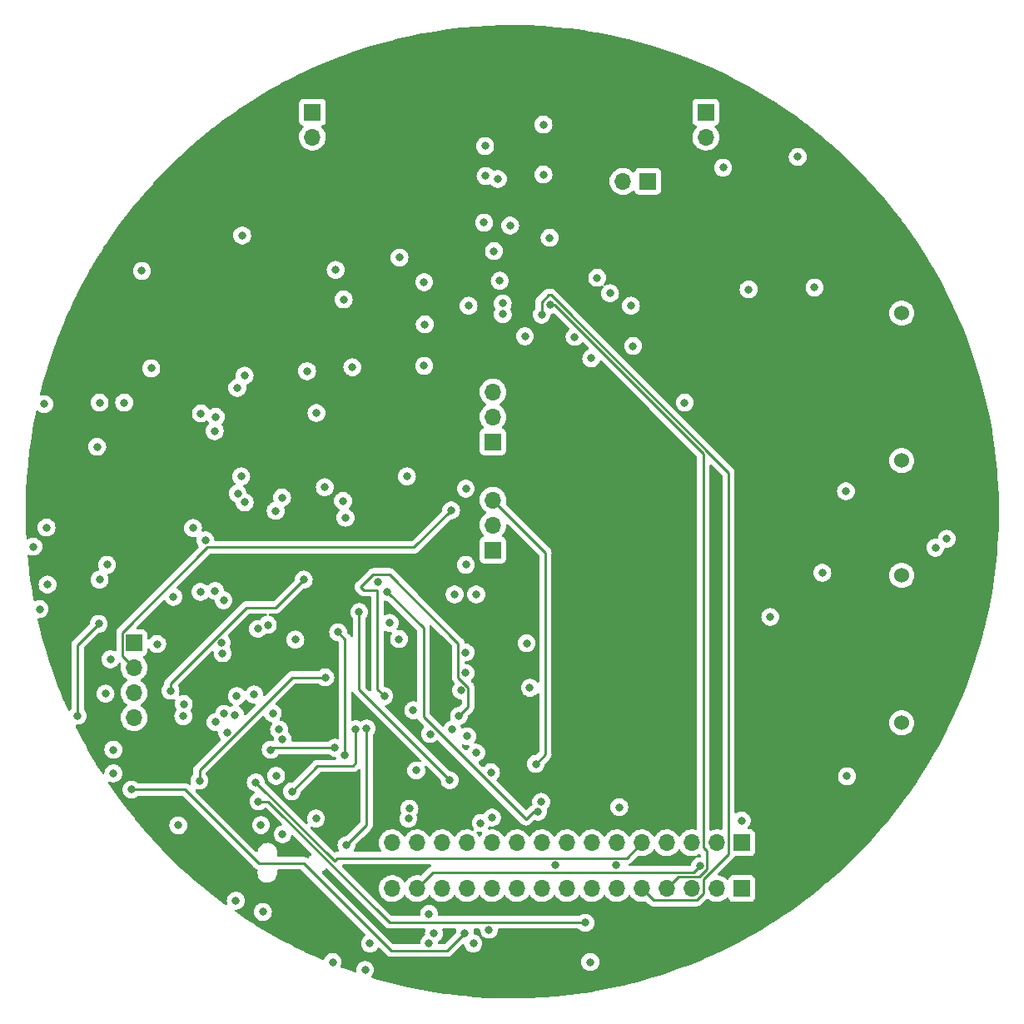
<source format=gbr>
%TF.GenerationSoftware,KiCad,Pcbnew,(6.0.7-1)-1*%
%TF.CreationDate,2022-09-29T15:21:57+02:00*%
%TF.ProjectId,Power_Management_Module,506f7765-725f-44d6-916e-6167656d656e,rev?*%
%TF.SameCoordinates,Original*%
%TF.FileFunction,Copper,L3,Inr*%
%TF.FilePolarity,Positive*%
%FSLAX46Y46*%
G04 Gerber Fmt 4.6, Leading zero omitted, Abs format (unit mm)*
G04 Created by KiCad (PCBNEW (6.0.7-1)-1) date 2022-09-29 15:21:57*
%MOMM*%
%LPD*%
G01*
G04 APERTURE LIST*
%TA.AperFunction,ComponentPad*%
%ADD10R,1.700000X1.700000*%
%TD*%
%TA.AperFunction,ComponentPad*%
%ADD11O,1.700000X1.700000*%
%TD*%
%TA.AperFunction,ComponentPad*%
%ADD12C,1.524000*%
%TD*%
%TA.AperFunction,ViaPad*%
%ADD13C,0.800000*%
%TD*%
%TA.AperFunction,Conductor*%
%ADD14C,0.250000*%
%TD*%
G04 APERTURE END LIST*
D10*
%TO.N,/RESET_SS_FET*%
%TO.C,J8*%
X171857500Y-125817500D03*
D11*
%TO.N,+5V*%
X169317500Y-125817500D03*
%TO.N,/VOut*%
X166777500Y-125817500D03*
%TO.N,/MCC*%
X164237500Y-125817500D03*
%TO.N,/CBooster*%
X161697500Y-125817500D03*
%TO.N,/LED1*%
X159157500Y-125817500D03*
%TO.N,/LED2*%
X156617500Y-125817500D03*
%TO.N,/PB1*%
X154077500Y-125817500D03*
%TO.N,/PB2*%
X151537500Y-125817500D03*
%TO.N,/I2C_Conn*%
X148997500Y-125817500D03*
%TO.N,/Temp*%
X146457500Y-125817500D03*
%TO.N,/RX*%
X143917500Y-125817500D03*
%TO.N,/TX*%
X141377500Y-125817500D03*
%TO.N,/VOut_Fault*%
X138837500Y-125817500D03*
%TO.N,GND*%
X136297500Y-125817500D03*
%TD*%
D10*
%TO.N,/3V3_Sw_Reg*%
%TO.C,J10*%
X146550000Y-96050000D03*
D11*
%TO.N,+3V3*%
X146550000Y-93510000D03*
%TO.N,/3V3_Lin_Reg*%
X146550000Y-90970000D03*
%TD*%
D10*
%TO.N,/RX*%
%TO.C,J37*%
X162300000Y-58550000D03*
D11*
%TO.N,/TX*%
X159760000Y-58550000D03*
%TD*%
D10*
%TO.N,Net-(J12-Pad1)*%
%TO.C,J12*%
X128190000Y-51505000D03*
D11*
%TO.N,+BATT*%
X128190000Y-54045000D03*
%TD*%
D12*
%TO.N,+5V*%
%TO.C,C15*%
X188115000Y-113620000D03*
%TO.N,GND*%
X188115000Y-98620000D03*
%TD*%
D10*
%TO.N,/5V_Sw_Reg*%
%TO.C,J11*%
X146550000Y-85050000D03*
D11*
%TO.N,+5VD*%
X146550000Y-82510000D03*
%TO.N,/5V_Lin_Reg*%
X146550000Y-79970000D03*
%TD*%
D10*
%TO.N,Net-(J9-Pad1)*%
%TO.C,J9*%
X168195000Y-51510000D03*
D11*
%TO.N,Net-(J9-Pad2)*%
X168195000Y-54050000D03*
%TD*%
D12*
%TO.N,+5V*%
%TO.C,C14*%
X188115000Y-86950000D03*
%TO.N,GND*%
X188115000Y-71950000D03*
%TD*%
D10*
%TO.N,/3V3_IN*%
%TO.C,J6*%
X110050000Y-105470000D03*
D11*
%TO.N,/SCL*%
X110050000Y-108010000D03*
%TO.N,/SDA*%
X110050000Y-110550000D03*
%TO.N,GND*%
X110050000Y-113090000D03*
%TD*%
D10*
%TO.N,+BATT*%
%TO.C,J7*%
X171857500Y-130467500D03*
D11*
%TO.N,GND*%
X169317500Y-130467500D03*
%TO.N,+3V3*%
X166777500Y-130467500D03*
%TO.N,/SDA*%
X164237500Y-130467500D03*
%TO.N,/SCL*%
X161697500Y-130467500D03*
%TO.N,/Batt_Pre-sens*%
X159157500Y-130467500D03*
%TO.N,/5V_Sw_Reg*%
X156617500Y-130467500D03*
%TO.N,/5V_Lin_Reg*%
X154077500Y-130467500D03*
%TO.N,/3V3_Sw_Reg*%
X151537500Y-130467500D03*
%TO.N,/3V3_Lin_Reg*%
X148997500Y-130467500D03*
%TO.N,/3V3_IN*%
X146457500Y-130467500D03*
%TO.N,/CTRL_3V3*%
X143917500Y-130467500D03*
%TO.N,+5VA*%
X141377500Y-130467500D03*
%TO.N,+5VD*%
X138837500Y-130467500D03*
%TO.N,/SS_FET*%
X136297500Y-130467500D03*
%TD*%
D13*
%TO.N,+3V3*%
X145300000Y-123800000D03*
X143300000Y-110300000D03*
X104300000Y-112900000D03*
X130250000Y-137950000D03*
X125150000Y-124950000D03*
X146650000Y-65650000D03*
X149800000Y-74300000D03*
X130455000Y-116145000D03*
X100900000Y-81200000D03*
X154860000Y-74370000D03*
X123950000Y-116350000D03*
X156450000Y-137950000D03*
X151450000Y-121650000D03*
X124450000Y-92050000D03*
X137950000Y-123350000D03*
X144550000Y-136050000D03*
X106450000Y-103550000D03*
X122263021Y-110736979D03*
X124163021Y-112636979D03*
%TO.N,GND*%
X134050000Y-136050000D03*
X145650000Y-62750000D03*
X147050000Y-58300000D03*
X144850000Y-116650000D03*
X136050000Y-103450000D03*
X160575000Y-71195000D03*
X106550000Y-81050000D03*
X118300000Y-100200000D03*
X134850000Y-99250000D03*
X122950000Y-124015000D03*
X118950000Y-105450000D03*
X169950000Y-57150000D03*
X139620000Y-73100000D03*
X131365000Y-70560000D03*
X109050000Y-81050000D03*
X107950000Y-116350000D03*
%TO.N,+5VA*%
X128600000Y-82100000D03*
X120550000Y-79550000D03*
X158457500Y-69925000D03*
X111800000Y-77550000D03*
%TO.N,/3V3_Lin_Reg*%
X150900000Y-117800000D03*
X139550000Y-68800000D03*
X139550000Y-77300000D03*
X137050000Y-66300000D03*
%TO.N,/5V_Lin_Reg*%
X99800000Y-95700000D03*
X130550000Y-67550000D03*
X147550000Y-72050000D03*
X148300000Y-63050000D03*
X121050000Y-64050000D03*
%TO.N,/CTRL_3V3*%
X121300000Y-91200000D03*
X126450000Y-105150000D03*
X145750000Y-54950000D03*
X143100000Y-112900000D03*
X125100000Y-90700000D03*
X119500000Y-114600000D03*
X145800000Y-58000000D03*
X135500000Y-110900000D03*
%TO.N,+5VD*%
X143750000Y-106450000D03*
X143800000Y-89800000D03*
X143800000Y-97550000D03*
X192700000Y-94900000D03*
X182450000Y-90050000D03*
X167600000Y-128200000D03*
X166050000Y-81050000D03*
X143750000Y-108550000D03*
%TO.N,/SS_FET*%
X131650000Y-126050000D03*
X137000000Y-105100000D03*
X142650000Y-100550000D03*
X144850000Y-100550000D03*
X133700000Y-114200000D03*
%TO.N,+5V*%
X149968750Y-105531250D03*
X160800000Y-75300000D03*
X150300000Y-110050000D03*
X156550000Y-76550000D03*
X132600000Y-114274695D03*
X126100000Y-120600000D03*
%TO.N,/5V_Sw_Reg*%
X132250000Y-77450000D03*
X159400000Y-122200000D03*
X137800000Y-88550000D03*
X131300000Y-91050000D03*
X106300000Y-85550000D03*
%TO.N,/3V3_Sw_Reg*%
X107300000Y-97550000D03*
X151150000Y-122650000D03*
X135800000Y-100300000D03*
X116800000Y-100300000D03*
%TO.N,Net-(C45-Pad1)*%
X127650000Y-77850000D03*
X118250000Y-83950000D03*
X116850000Y-82150000D03*
%TO.N,+BATT*%
X177550000Y-56050000D03*
%TO.N,/VOut*%
X152900000Y-128100000D03*
X128550000Y-123350000D03*
X159100000Y-128100000D03*
X182550000Y-119050000D03*
%TO.N,/3V3_IN*%
X100450000Y-102050000D03*
X123150000Y-132850000D03*
X107150000Y-110650000D03*
%TO.N,/SCL*%
X142400000Y-114300000D03*
X142300000Y-92000000D03*
X140150000Y-114750000D03*
X151500000Y-72100000D03*
%TO.N,/SDA*%
X147550000Y-70950000D03*
X127300000Y-99050000D03*
X113750000Y-110350000D03*
X152400000Y-71100000D03*
X130800000Y-104400000D03*
X131500000Y-116900000D03*
%TO.N,/Batt_Pre-sens*%
X157150000Y-68350000D03*
X152320000Y-64280000D03*
%TO.N,/RESET_SS_FET*%
X120400000Y-131700000D03*
X119050000Y-106550000D03*
X171850000Y-123550000D03*
X118350000Y-113550000D03*
X133550000Y-138750000D03*
%TO.N,/CBooster*%
X122425000Y-119675000D03*
X191550000Y-95800000D03*
%TO.N,/LED1*%
X155950000Y-133950000D03*
X122700000Y-121600000D03*
%TO.N,/LED2*%
X146150000Y-134650000D03*
X124500000Y-119000000D03*
%TO.N,/PB1*%
X179250000Y-69350000D03*
X125150000Y-115250000D03*
X180050000Y-98350000D03*
%TO.N,/PB2*%
X172550000Y-69550000D03*
X124800000Y-114300000D03*
X174750000Y-102850000D03*
%TO.N,/I2C_Conn*%
X142150000Y-119450000D03*
X119200000Y-112700000D03*
X132950000Y-102350000D03*
%TO.N,/Temp*%
X109800000Y-120400000D03*
X107950000Y-118750000D03*
X115050000Y-112950000D03*
X143700000Y-135000000D03*
%TO.N,/RX*%
X120500000Y-110900000D03*
X138437348Y-112337348D03*
X143917500Y-114982500D03*
%TO.N,/TX*%
X120300000Y-112800000D03*
%TO.N,/VOut_Fault*%
X115100000Y-111700000D03*
X140050000Y-136050000D03*
%TO.N,Net-(J12-Pad1)*%
X151685000Y-52780000D03*
X151685000Y-57860000D03*
%TO.N,/U1A0*%
X144065000Y-71195000D03*
%TO.N,/U1A1*%
X147240000Y-68655000D03*
%TO.N,/U4A0*%
X138750000Y-118450000D03*
%TO.N,/U4A1*%
X138050000Y-122350000D03*
%TO.N,Net-(JP8-Pad1)*%
X106550000Y-99050000D03*
%TO.N,/U6A0*%
X122650000Y-104050000D03*
%TO.N,/U6A1*%
X123650000Y-103650000D03*
%TO.N,/U6A2*%
X119150000Y-101150000D03*
%TO.N,Net-(JP12-Pad2)*%
X112400000Y-105600000D03*
X114550000Y-124050000D03*
X107650000Y-107150000D03*
%TO.N,/SCL_In*%
X146450000Y-123250000D03*
X146350000Y-118650000D03*
%TO.N,Net-(L1-Pad1)*%
X120600000Y-90300000D03*
X117300000Y-95050000D03*
%TO.N,Net-(L2-Pad1)*%
X121300000Y-78300000D03*
X118350305Y-82499695D03*
%TO.N,Net-(Q7-Pad1)*%
X140550000Y-135050000D03*
X140050000Y-133050000D03*
%TO.N,Net-(Q11-Pad3)*%
X101150000Y-93750000D03*
X101250000Y-99550000D03*
%TO.N,Net-(Q15-Pad3)*%
X129450000Y-89650000D03*
X131550000Y-92750000D03*
%TO.N,Net-(R37-Pad2)*%
X120950000Y-88550000D03*
X110850000Y-67650000D03*
%TO.N,Net-(R38-Pad2)*%
X116050000Y-93800000D03*
X114050000Y-100800000D03*
%TO.N,/MCU_SS_FET*%
X129500000Y-109000000D03*
X116700000Y-119500000D03*
%TD*%
D14*
%TO.N,+3V3*%
X124155000Y-116145000D02*
X123950000Y-116350000D01*
X130455000Y-116145000D02*
X124155000Y-116145000D01*
X104300000Y-112900000D02*
X104300000Y-105700000D01*
X104300000Y-105700000D02*
X106450000Y-103550000D01*
%TO.N,/3V3_Lin_Reg*%
X146550000Y-90970000D02*
X151875000Y-96295000D01*
X151875000Y-96295000D02*
X151875000Y-116825000D01*
X151875000Y-116825000D02*
X150900000Y-117800000D01*
%TO.N,/CTRL_3V3*%
X135500000Y-110900000D02*
X134800000Y-110200000D01*
X134800000Y-100100000D02*
X133400000Y-100100000D01*
X133100000Y-99800000D02*
X134375000Y-98525000D01*
X143025000Y-108999695D02*
X144025000Y-109999695D01*
X144025000Y-111975000D02*
X143100000Y-112900000D01*
X133400000Y-100100000D02*
X133100000Y-99800000D01*
X136025000Y-98525000D02*
X143025000Y-105525000D01*
X143025000Y-105525000D02*
X143025000Y-108999695D01*
X134800000Y-110200000D02*
X134800000Y-100100000D01*
X134375000Y-98525000D02*
X136025000Y-98525000D01*
X144025000Y-109999695D02*
X144025000Y-111975000D01*
%TO.N,+5VD*%
X167600000Y-128200000D02*
X166975000Y-128825000D01*
X166975000Y-128825000D02*
X140480000Y-128825000D01*
X140480000Y-128825000D02*
X138837500Y-130467500D01*
%TO.N,/SS_FET*%
X133700000Y-114200000D02*
X133700000Y-121800000D01*
X133700000Y-121800000D02*
X133700000Y-124000000D01*
X133700000Y-124000000D02*
X131650000Y-126050000D01*
%TO.N,+5V*%
X132600000Y-117700000D02*
X132600000Y-114600000D01*
X126100000Y-120600000D02*
X128700000Y-118000000D01*
X132300000Y-118000000D02*
X132600000Y-117700000D01*
X128700000Y-118000000D02*
X132300000Y-118000000D01*
X132600000Y-114600000D02*
X132600000Y-114274695D01*
%TO.N,/3V3_Sw_Reg*%
X150950000Y-122650000D02*
X151150000Y-122650000D01*
X149925000Y-123425000D02*
X150700000Y-122650000D01*
X147600000Y-121100000D02*
X149925000Y-123425000D01*
X139475000Y-103975000D02*
X139475000Y-112975000D01*
X139475000Y-112975000D02*
X147600000Y-121100000D01*
X150700000Y-122650000D02*
X150950000Y-122650000D01*
X135800000Y-100300000D02*
X139475000Y-103975000D01*
%TO.N,/SCL*%
X170500000Y-88163604D02*
X152436396Y-70100000D01*
X167952500Y-130954201D02*
X167952500Y-129509201D01*
X167264201Y-131642500D02*
X167952500Y-130954201D01*
X162872500Y-131642500D02*
X167264201Y-131642500D01*
X161697500Y-130467500D02*
X162872500Y-131642500D01*
X117525000Y-95775000D02*
X138525000Y-95775000D01*
X167952500Y-129509201D02*
X170500000Y-126961701D01*
X170500000Y-126961701D02*
X170500000Y-124100000D01*
X152436396Y-70100000D02*
X152200000Y-70100000D01*
X108875000Y-106835000D02*
X108875000Y-104425000D01*
X138525000Y-95775000D02*
X142300000Y-92000000D01*
X151500000Y-70800000D02*
X151500000Y-72100000D01*
X170500000Y-124100000D02*
X170500000Y-88163604D01*
X110050000Y-108010000D02*
X108875000Y-106835000D01*
X108875000Y-104425000D02*
X117525000Y-95775000D01*
X152200000Y-70100000D02*
X151500000Y-70800000D01*
%TO.N,/SDA*%
X167550305Y-129275000D02*
X168325000Y-128500305D01*
X167952500Y-86252500D02*
X152800000Y-71100000D01*
X121499695Y-101875000D02*
X113750000Y-109624695D01*
X165430000Y-129275000D02*
X167550305Y-129275000D01*
X127300000Y-99050000D02*
X124475000Y-101875000D01*
X168325000Y-128500305D02*
X168325000Y-126676701D01*
X168325000Y-126676701D02*
X167952500Y-126304201D01*
X167952500Y-126304201D02*
X167952500Y-86252500D01*
X152800000Y-71100000D02*
X152400000Y-71100000D01*
X164237500Y-130467500D02*
X165430000Y-129275000D01*
X124475000Y-101875000D02*
X121499695Y-101875000D01*
X130800000Y-104400000D02*
X131500000Y-105100000D01*
X113750000Y-109624695D02*
X113750000Y-110350000D01*
X131500000Y-105100000D02*
X131500000Y-116900000D01*
%TO.N,/CBooster*%
X130425000Y-127675000D02*
X130725000Y-127375000D01*
X122425000Y-119675000D02*
X130425000Y-127675000D01*
X130725000Y-127375000D02*
X160140000Y-127375000D01*
X160140000Y-127375000D02*
X161697500Y-125817500D01*
%TO.N,/LED1*%
X155900000Y-133900000D02*
X155950000Y-133950000D01*
X122700000Y-121600000D02*
X123713604Y-121600000D01*
X123713604Y-121600000D02*
X136013604Y-133900000D01*
X136013604Y-133900000D02*
X155900000Y-133900000D01*
%TO.N,/I2C_Conn*%
X132950000Y-102350000D02*
X132950000Y-110250000D01*
X132950000Y-110250000D02*
X142150000Y-119450000D01*
%TO.N,/Temp*%
X127300000Y-127900000D02*
X136175000Y-136775000D01*
X141925000Y-136775000D02*
X143700000Y-135000000D01*
X115231097Y-120400000D02*
X122731097Y-127900000D01*
X122731097Y-127900000D02*
X127300000Y-127900000D01*
X109800000Y-120400000D02*
X115231097Y-120400000D01*
X136175000Y-136775000D02*
X141925000Y-136775000D01*
%TO.N,/MCU_SS_FET*%
X116700000Y-118425305D02*
X116700000Y-119500000D01*
X129500000Y-109000000D02*
X126125305Y-109000000D01*
X126125305Y-109000000D02*
X116700000Y-118425305D01*
%TD*%
%TA.AperFunction,NonConductor*%
G36*
X121508027Y-111258907D02*
G01*
X121523185Y-111274640D01*
X121523981Y-111273923D01*
X121651768Y-111415845D01*
X121728011Y-111471239D01*
X121800545Y-111523938D01*
X121806269Y-111528097D01*
X121812297Y-111530781D01*
X121812299Y-111530782D01*
X121954674Y-111594171D01*
X121980733Y-111605773D01*
X122074133Y-111625626D01*
X122161077Y-111644107D01*
X122161082Y-111644107D01*
X122167534Y-111645479D01*
X122279731Y-111645479D01*
X122347852Y-111665481D01*
X122394345Y-111719137D01*
X122404449Y-111789411D01*
X122374955Y-111853991D01*
X122368826Y-111860574D01*
X121420830Y-112808570D01*
X121358518Y-112842596D01*
X121287703Y-112837531D01*
X121230867Y-112794984D01*
X121206425Y-112732646D01*
X121194232Y-112616634D01*
X121194231Y-112616631D01*
X121193542Y-112610072D01*
X121134527Y-112428444D01*
X121039040Y-112263056D01*
X121031298Y-112254457D01*
X120915675Y-112126045D01*
X120915674Y-112126044D01*
X120911253Y-112121134D01*
X120778741Y-112024858D01*
X120762094Y-112012763D01*
X120762093Y-112012762D01*
X120756752Y-112008882D01*
X120750722Y-112006197D01*
X120744999Y-112002893D01*
X120746160Y-112000881D01*
X120700180Y-111961804D01*
X120679527Y-111893878D01*
X120698876Y-111825568D01*
X120752084Y-111778564D01*
X120769693Y-111772656D01*
X120769548Y-111772208D01*
X120775832Y-111770166D01*
X120782288Y-111768794D01*
X120825621Y-111749501D01*
X120950722Y-111693803D01*
X120950724Y-111693802D01*
X120956752Y-111691118D01*
X121111253Y-111578866D01*
X121173195Y-111510072D01*
X121234621Y-111441852D01*
X121234622Y-111441851D01*
X121239040Y-111436944D01*
X121321021Y-111294949D01*
X121372402Y-111245957D01*
X121442116Y-111232521D01*
X121508027Y-111258907D01*
G37*
%TD.AperFunction*%
%TA.AperFunction,NonConductor*%
G36*
X140272015Y-103677116D02*
G01*
X140304867Y-103700771D01*
X141332539Y-104728444D01*
X142354595Y-105750500D01*
X142388621Y-105812812D01*
X142391500Y-105839595D01*
X142391500Y-108920928D01*
X142390973Y-108932111D01*
X142389298Y-108939604D01*
X142389547Y-108947530D01*
X142389547Y-108947531D01*
X142391438Y-109007681D01*
X142391500Y-109011640D01*
X142391500Y-109039551D01*
X142391997Y-109043485D01*
X142391997Y-109043486D01*
X142392005Y-109043551D01*
X142392938Y-109055388D01*
X142394327Y-109099584D01*
X142399978Y-109119034D01*
X142403987Y-109138395D01*
X142406526Y-109158492D01*
X142409445Y-109165863D01*
X142409445Y-109165865D01*
X142422804Y-109199607D01*
X142426649Y-109210837D01*
X142434757Y-109238745D01*
X142438982Y-109253288D01*
X142443015Y-109260107D01*
X142443017Y-109260112D01*
X142449293Y-109270723D01*
X142457988Y-109288471D01*
X142465448Y-109307312D01*
X142470110Y-109313728D01*
X142470110Y-109313729D01*
X142491436Y-109343082D01*
X142497952Y-109353002D01*
X142512310Y-109377279D01*
X142520458Y-109391057D01*
X142534779Y-109405378D01*
X142547619Y-109420411D01*
X142559528Y-109436802D01*
X142580780Y-109454383D01*
X142593605Y-109464993D01*
X142602384Y-109472983D01*
X142633474Y-109504073D01*
X142667500Y-109566385D01*
X142662435Y-109637200D01*
X142638017Y-109677475D01*
X142560960Y-109763056D01*
X142528791Y-109818774D01*
X142497830Y-109872401D01*
X142465473Y-109928444D01*
X142406458Y-110110072D01*
X142405768Y-110116633D01*
X142405768Y-110116635D01*
X142390256Y-110264223D01*
X142386496Y-110300000D01*
X142387186Y-110306565D01*
X142405369Y-110479563D01*
X142406458Y-110489928D01*
X142465473Y-110671556D01*
X142468776Y-110677278D01*
X142468777Y-110677279D01*
X142491499Y-110716635D01*
X142560960Y-110836944D01*
X142565378Y-110841851D01*
X142565379Y-110841852D01*
X142623647Y-110906565D01*
X142688747Y-110978866D01*
X142843248Y-111091118D01*
X142849276Y-111093802D01*
X142849278Y-111093803D01*
X143008328Y-111164616D01*
X143017712Y-111168794D01*
X143103101Y-111186944D01*
X143198056Y-111207128D01*
X143198061Y-111207128D01*
X143204513Y-111208500D01*
X143265500Y-111208500D01*
X143333621Y-111228502D01*
X143380114Y-111282158D01*
X143391500Y-111334500D01*
X143391500Y-111660405D01*
X143371498Y-111728526D01*
X143354595Y-111749501D01*
X143149499Y-111954596D01*
X143087187Y-111988621D01*
X143060404Y-111991500D01*
X143004513Y-111991500D01*
X142998061Y-111992872D01*
X142998056Y-111992872D01*
X142911112Y-112011353D01*
X142817712Y-112031206D01*
X142811682Y-112033891D01*
X142811681Y-112033891D01*
X142649278Y-112106197D01*
X142649276Y-112106198D01*
X142643248Y-112108882D01*
X142637907Y-112112762D01*
X142637906Y-112112763D01*
X142619625Y-112126045D01*
X142488747Y-112221134D01*
X142484326Y-112226044D01*
X142484325Y-112226045D01*
X142369389Y-112353695D01*
X142360960Y-112363056D01*
X142316090Y-112440773D01*
X142269937Y-112520713D01*
X142265473Y-112528444D01*
X142206458Y-112710072D01*
X142205768Y-112716633D01*
X142205768Y-112716635D01*
X142193518Y-112833185D01*
X142186496Y-112900000D01*
X142187186Y-112906565D01*
X142203099Y-113057965D01*
X142206458Y-113089928D01*
X142261207Y-113258427D01*
X142263235Y-113329392D01*
X142226573Y-113390190D01*
X142167571Y-113420608D01*
X142117712Y-113431206D01*
X142111682Y-113433891D01*
X142111681Y-113433891D01*
X141949278Y-113506197D01*
X141949276Y-113506198D01*
X141943248Y-113508882D01*
X141937907Y-113512762D01*
X141937906Y-113512763D01*
X141908836Y-113533884D01*
X141788747Y-113621134D01*
X141784326Y-113626044D01*
X141784325Y-113626045D01*
X141681785Y-113739928D01*
X141660960Y-113763056D01*
X141618855Y-113835984D01*
X141569450Y-113921556D01*
X141565473Y-113928444D01*
X141565034Y-113929794D01*
X141520303Y-113982422D01*
X141452376Y-114003073D01*
X141384067Y-113983722D01*
X141362079Y-113966174D01*
X140145405Y-112749500D01*
X140111379Y-112687188D01*
X140108500Y-112660405D01*
X140108500Y-104053767D01*
X140109027Y-104042584D01*
X140110702Y-104035091D01*
X140110012Y-104013120D01*
X140108562Y-103967001D01*
X140108500Y-103963043D01*
X140108500Y-103935144D01*
X140107996Y-103931153D01*
X140107063Y-103919311D01*
X140105923Y-103883036D01*
X140105674Y-103875111D01*
X140103462Y-103867497D01*
X140103461Y-103867492D01*
X140100023Y-103855659D01*
X140096012Y-103836295D01*
X140094467Y-103824062D01*
X140094467Y-103824060D01*
X140093474Y-103816203D01*
X140093905Y-103816149D01*
X140096166Y-103750245D01*
X140136575Y-103691870D01*
X140202129Y-103664609D01*
X140272015Y-103677116D01*
G37*
%TD.AperFunction*%
%TA.AperFunction,NonConductor*%
G36*
X143556861Y-115816410D02*
G01*
X143635212Y-115851294D01*
X143697986Y-115864637D01*
X143815556Y-115889628D01*
X143815561Y-115889628D01*
X143822013Y-115891000D01*
X144012987Y-115891000D01*
X144017147Y-115890116D01*
X144086129Y-115902732D01*
X144137975Y-115951235D01*
X144155368Y-116020068D01*
X144132785Y-116087377D01*
X144123095Y-116099578D01*
X144110960Y-116113056D01*
X144015473Y-116278444D01*
X144013432Y-116284727D01*
X143995354Y-116340363D01*
X143955280Y-116398969D01*
X143889883Y-116426605D01*
X143819926Y-116414498D01*
X143786426Y-116390521D01*
X143416517Y-116020612D01*
X143382491Y-115958300D01*
X143387556Y-115887485D01*
X143430103Y-115830649D01*
X143496623Y-115805838D01*
X143556861Y-115816410D01*
G37*
%TD.AperFunction*%
%TA.AperFunction,NonConductor*%
G36*
X168794512Y-87354475D02*
G01*
X168801095Y-87360604D01*
X169829595Y-88389104D01*
X169863621Y-88451416D01*
X169866500Y-88478199D01*
X169866500Y-124392386D01*
X169846498Y-124460507D01*
X169792842Y-124507000D01*
X169722568Y-124517104D01*
X169698439Y-124511158D01*
X169670594Y-124501297D01*
X169670585Y-124501295D01*
X169665712Y-124499569D01*
X169660619Y-124498662D01*
X169660616Y-124498661D01*
X169450873Y-124461300D01*
X169450867Y-124461299D01*
X169445784Y-124460394D01*
X169371952Y-124459492D01*
X169227581Y-124457728D01*
X169227579Y-124457728D01*
X169222411Y-124457665D01*
X169001591Y-124491455D01*
X168789256Y-124560857D01*
X168770179Y-124570788D01*
X168700519Y-124584500D01*
X168634504Y-124558374D01*
X168593094Y-124500705D01*
X168586000Y-124459024D01*
X168586000Y-87449699D01*
X168606002Y-87381578D01*
X168659658Y-87335085D01*
X168729932Y-87324981D01*
X168794512Y-87354475D01*
G37*
%TD.AperFunction*%
%TA.AperFunction,NonConductor*%
G36*
X145017797Y-124668812D02*
G01*
X145198056Y-124707128D01*
X145198061Y-124707128D01*
X145204513Y-124708500D01*
X145343432Y-124708500D01*
X145411553Y-124728502D01*
X145458046Y-124782158D01*
X145468150Y-124852432D01*
X145434527Y-124921550D01*
X145398129Y-124959638D01*
X145290701Y-125117121D01*
X145235793Y-125162121D01*
X145165268Y-125170292D01*
X145101521Y-125139038D01*
X145080824Y-125114554D01*
X145000322Y-124990117D01*
X145000320Y-124990114D01*
X144997514Y-124985777D01*
X144994038Y-124981957D01*
X144994033Y-124981950D01*
X144898407Y-124876859D01*
X144867355Y-124813013D01*
X144875750Y-124742514D01*
X144920926Y-124687746D01*
X144988541Y-124666096D01*
X145017797Y-124668812D01*
G37*
%TD.AperFunction*%
%TA.AperFunction,NonConductor*%
G36*
X123238780Y-112886595D02*
G01*
X123295616Y-112929142D01*
X123314581Y-112965714D01*
X123328494Y-113008535D01*
X123331797Y-113014257D01*
X123331798Y-113014258D01*
X123335169Y-113020097D01*
X123423981Y-113173923D01*
X123428399Y-113178830D01*
X123428400Y-113178831D01*
X123500066Y-113258424D01*
X123551768Y-113315845D01*
X123644230Y-113383023D01*
X123685164Y-113412763D01*
X123706269Y-113428097D01*
X123712297Y-113430781D01*
X123712299Y-113430782D01*
X123873213Y-113502425D01*
X123880733Y-113505773D01*
X123971626Y-113525093D01*
X124012983Y-113533884D01*
X124075457Y-113567613D01*
X124109778Y-113629762D01*
X124105050Y-113700601D01*
X124080425Y-113741438D01*
X124060960Y-113763056D01*
X123965473Y-113928444D01*
X123906458Y-114110072D01*
X123905768Y-114116633D01*
X123905768Y-114116635D01*
X123890944Y-114257676D01*
X123886496Y-114300000D01*
X123887186Y-114306564D01*
X123887186Y-114306565D01*
X123903011Y-114457128D01*
X123906458Y-114489928D01*
X123965473Y-114671556D01*
X124060960Y-114836944D01*
X124065378Y-114841851D01*
X124065379Y-114841852D01*
X124120008Y-114902524D01*
X124188747Y-114978866D01*
X124200733Y-114987574D01*
X124244085Y-115043796D01*
X124251980Y-115102679D01*
X124236496Y-115250000D01*
X124237186Y-115256565D01*
X124243320Y-115314930D01*
X124230547Y-115384768D01*
X124182045Y-115436615D01*
X124113212Y-115454009D01*
X124091813Y-115451347D01*
X124051944Y-115442872D01*
X124051939Y-115442872D01*
X124045487Y-115441500D01*
X123854513Y-115441500D01*
X123848061Y-115442872D01*
X123848056Y-115442872D01*
X123761113Y-115461353D01*
X123667712Y-115481206D01*
X123661682Y-115483891D01*
X123661681Y-115483891D01*
X123499278Y-115556197D01*
X123499276Y-115556198D01*
X123493248Y-115558882D01*
X123338747Y-115671134D01*
X123210960Y-115813056D01*
X123115473Y-115978444D01*
X123056458Y-116160072D01*
X123036496Y-116350000D01*
X123056458Y-116539928D01*
X123115473Y-116721556D01*
X123210960Y-116886944D01*
X123215378Y-116891851D01*
X123215379Y-116891852D01*
X123324248Y-117012763D01*
X123338747Y-117028866D01*
X123493248Y-117141118D01*
X123499276Y-117143802D01*
X123499278Y-117143803D01*
X123639203Y-117206101D01*
X123667712Y-117218794D01*
X123732443Y-117232553D01*
X123848056Y-117257128D01*
X123848061Y-117257128D01*
X123854513Y-117258500D01*
X124045487Y-117258500D01*
X124051939Y-117257128D01*
X124051944Y-117257128D01*
X124167557Y-117232553D01*
X124232288Y-117218794D01*
X124260797Y-117206101D01*
X124400722Y-117143803D01*
X124400724Y-117143802D01*
X124406752Y-117141118D01*
X124561253Y-117028866D01*
X124575752Y-117012763D01*
X124684621Y-116891852D01*
X124684622Y-116891851D01*
X124689040Y-116886944D01*
X124715277Y-116841500D01*
X124766659Y-116792507D01*
X124824396Y-116778500D01*
X129746800Y-116778500D01*
X129814921Y-116798502D01*
X129834147Y-116814843D01*
X129834420Y-116814540D01*
X129839332Y-116818963D01*
X129843747Y-116823866D01*
X129998248Y-116936118D01*
X130004276Y-116938802D01*
X130004278Y-116938803D01*
X130166681Y-117011109D01*
X130172712Y-117013794D01*
X130236154Y-117027279D01*
X130353056Y-117052128D01*
X130353061Y-117052128D01*
X130359513Y-117053500D01*
X130503078Y-117053500D01*
X130571199Y-117073502D01*
X130617692Y-117127158D01*
X130622911Y-117140564D01*
X130642731Y-117201564D01*
X130644758Y-117272532D01*
X130608096Y-117333330D01*
X130544384Y-117364655D01*
X130522898Y-117366500D01*
X128778767Y-117366500D01*
X128767584Y-117365973D01*
X128760091Y-117364298D01*
X128752165Y-117364547D01*
X128752164Y-117364547D01*
X128692014Y-117366438D01*
X128688055Y-117366500D01*
X128660144Y-117366500D01*
X128656210Y-117366997D01*
X128656209Y-117366997D01*
X128656144Y-117367005D01*
X128644307Y-117367938D01*
X128612490Y-117368938D01*
X128608029Y-117369078D01*
X128600110Y-117369327D01*
X128582454Y-117374456D01*
X128580658Y-117374978D01*
X128561306Y-117378986D01*
X128554235Y-117379880D01*
X128541203Y-117381526D01*
X128533834Y-117384443D01*
X128533832Y-117384444D01*
X128500097Y-117397800D01*
X128488869Y-117401645D01*
X128446407Y-117413982D01*
X128439585Y-117418016D01*
X128439579Y-117418019D01*
X128428968Y-117424294D01*
X128411218Y-117432990D01*
X128399756Y-117437528D01*
X128399751Y-117437531D01*
X128392383Y-117440448D01*
X128374970Y-117453099D01*
X128356625Y-117466427D01*
X128346707Y-117472943D01*
X128328019Y-117483995D01*
X128308637Y-117495458D01*
X128294313Y-117509782D01*
X128279281Y-117522621D01*
X128262893Y-117534528D01*
X128244355Y-117556937D01*
X128234712Y-117568593D01*
X128226722Y-117577373D01*
X126149500Y-119654595D01*
X126087188Y-119688621D01*
X126060405Y-119691500D01*
X126004513Y-119691500D01*
X125998061Y-119692872D01*
X125998056Y-119692872D01*
X125920578Y-119709341D01*
X125817712Y-119731206D01*
X125811682Y-119733891D01*
X125811681Y-119733891D01*
X125649278Y-119806197D01*
X125649276Y-119806198D01*
X125643248Y-119808882D01*
X125488747Y-119921134D01*
X125484326Y-119926044D01*
X125484325Y-119926045D01*
X125370664Y-120052279D01*
X125360960Y-120063056D01*
X125357659Y-120068774D01*
X125272166Y-120216852D01*
X125265473Y-120228444D01*
X125206458Y-120410072D01*
X125205768Y-120416633D01*
X125205768Y-120416635D01*
X125200975Y-120462237D01*
X125186496Y-120600000D01*
X125187186Y-120606565D01*
X125205129Y-120777279D01*
X125206458Y-120789928D01*
X125265473Y-120971556D01*
X125360960Y-121136944D01*
X125365378Y-121141851D01*
X125365379Y-121141852D01*
X125479678Y-121268794D01*
X125488747Y-121278866D01*
X125643248Y-121391118D01*
X125649276Y-121393802D01*
X125649278Y-121393803D01*
X125700560Y-121416635D01*
X125817712Y-121468794D01*
X125911112Y-121488647D01*
X125998056Y-121507128D01*
X125998061Y-121507128D01*
X126004513Y-121508500D01*
X126195487Y-121508500D01*
X126201939Y-121507128D01*
X126201944Y-121507128D01*
X126288888Y-121488647D01*
X126382288Y-121468794D01*
X126499440Y-121416635D01*
X126550722Y-121393803D01*
X126550724Y-121393802D01*
X126556752Y-121391118D01*
X126711253Y-121278866D01*
X126720322Y-121268794D01*
X126834621Y-121141852D01*
X126834622Y-121141851D01*
X126839040Y-121136944D01*
X126934527Y-120971556D01*
X126993542Y-120789928D01*
X126994872Y-120777279D01*
X127010907Y-120624707D01*
X127037920Y-120559050D01*
X127047122Y-120548782D01*
X128925499Y-118670405D01*
X128987811Y-118636379D01*
X129014594Y-118633500D01*
X132221233Y-118633500D01*
X132232416Y-118634027D01*
X132239909Y-118635702D01*
X132247835Y-118635453D01*
X132247836Y-118635453D01*
X132307986Y-118633562D01*
X132311945Y-118633500D01*
X132339856Y-118633500D01*
X132343791Y-118633003D01*
X132343856Y-118632995D01*
X132355693Y-118632062D01*
X132387951Y-118631048D01*
X132391970Y-118630922D01*
X132399889Y-118630673D01*
X132419343Y-118625021D01*
X132438700Y-118621013D01*
X132450930Y-118619468D01*
X132450931Y-118619468D01*
X132458797Y-118618474D01*
X132466168Y-118615555D01*
X132466170Y-118615555D01*
X132499912Y-118602196D01*
X132511142Y-118598351D01*
X132545983Y-118588229D01*
X132545984Y-118588229D01*
X132553593Y-118586018D01*
X132560412Y-118581985D01*
X132560417Y-118581983D01*
X132571028Y-118575707D01*
X132588776Y-118567012D01*
X132607617Y-118559552D01*
X132615543Y-118553794D01*
X132643387Y-118533564D01*
X132653307Y-118527048D01*
X132667297Y-118518774D01*
X132691362Y-118504542D01*
X132696969Y-118498936D01*
X132705685Y-118490220D01*
X132720719Y-118477379D01*
X132730695Y-118470131D01*
X132730696Y-118470130D01*
X132737107Y-118465472D01*
X132765288Y-118431407D01*
X132773278Y-118422627D01*
X132851405Y-118344500D01*
X132913717Y-118310474D01*
X132984532Y-118315539D01*
X133041368Y-118358086D01*
X133066179Y-118424606D01*
X133066500Y-118433595D01*
X133066500Y-123685406D01*
X133046498Y-123753527D01*
X133029595Y-123774501D01*
X131699500Y-125104595D01*
X131637188Y-125138621D01*
X131610405Y-125141500D01*
X131554513Y-125141500D01*
X131548061Y-125142872D01*
X131548056Y-125142872D01*
X131461113Y-125161353D01*
X131367712Y-125181206D01*
X131361682Y-125183891D01*
X131361681Y-125183891D01*
X131199278Y-125256197D01*
X131199276Y-125256198D01*
X131193248Y-125258882D01*
X131038747Y-125371134D01*
X130910960Y-125513056D01*
X130815473Y-125678444D01*
X130756458Y-125860072D01*
X130755768Y-125866633D01*
X130755768Y-125866635D01*
X130746280Y-125956906D01*
X130736496Y-126050000D01*
X130737186Y-126056565D01*
X130755407Y-126229925D01*
X130756458Y-126239928D01*
X130815473Y-126421556D01*
X130877902Y-126529685D01*
X130889846Y-126550373D01*
X130906584Y-126619368D01*
X130883364Y-126686460D01*
X130827557Y-126730347D01*
X130784686Y-126739311D01*
X130727052Y-126741122D01*
X130717013Y-126741438D01*
X130713055Y-126741500D01*
X130685144Y-126741500D01*
X130681210Y-126741997D01*
X130681209Y-126741997D01*
X130681144Y-126742005D01*
X130669307Y-126742938D01*
X130637049Y-126743952D01*
X130633030Y-126744078D01*
X130625111Y-126744327D01*
X130605657Y-126749979D01*
X130586300Y-126753987D01*
X130574070Y-126755532D01*
X130574069Y-126755532D01*
X130566203Y-126756526D01*
X130558832Y-126759445D01*
X130558830Y-126759445D01*
X130525837Y-126772508D01*
X130455137Y-126778989D01*
X130390357Y-126744452D01*
X128021979Y-124376074D01*
X127987953Y-124313762D01*
X127993018Y-124242947D01*
X128035565Y-124186111D01*
X128102085Y-124161300D01*
X128162323Y-124171872D01*
X128267712Y-124218794D01*
X128354150Y-124237167D01*
X128448056Y-124257128D01*
X128448061Y-124257128D01*
X128454513Y-124258500D01*
X128645487Y-124258500D01*
X128651939Y-124257128D01*
X128651944Y-124257128D01*
X128745850Y-124237167D01*
X128832288Y-124218794D01*
X128925533Y-124177279D01*
X129000722Y-124143803D01*
X129000724Y-124143802D01*
X129006752Y-124141118D01*
X129023967Y-124128611D01*
X129062157Y-124100864D01*
X129161253Y-124028866D01*
X129165675Y-124023955D01*
X129284621Y-123891852D01*
X129284622Y-123891851D01*
X129289040Y-123886944D01*
X129353959Y-123774501D01*
X129381223Y-123727279D01*
X129381224Y-123727278D01*
X129384527Y-123721556D01*
X129443542Y-123539928D01*
X129445766Y-123518774D01*
X129462814Y-123356565D01*
X129463504Y-123350000D01*
X129450249Y-123223882D01*
X129444232Y-123166635D01*
X129444232Y-123166633D01*
X129443542Y-123160072D01*
X129384527Y-122978444D01*
X129289040Y-122813056D01*
X129172740Y-122683891D01*
X129165675Y-122676045D01*
X129165674Y-122676044D01*
X129161253Y-122671134D01*
X129024196Y-122571556D01*
X129012094Y-122562763D01*
X129012093Y-122562762D01*
X129006752Y-122558882D01*
X129000724Y-122556198D01*
X129000722Y-122556197D01*
X128838319Y-122483891D01*
X128838318Y-122483891D01*
X128832288Y-122481206D01*
X128732861Y-122460072D01*
X128651944Y-122442872D01*
X128651939Y-122442872D01*
X128645487Y-122441500D01*
X128454513Y-122441500D01*
X128448061Y-122442872D01*
X128448056Y-122442872D01*
X128367139Y-122460072D01*
X128267712Y-122481206D01*
X128261682Y-122483891D01*
X128261681Y-122483891D01*
X128099278Y-122556197D01*
X128099276Y-122556198D01*
X128093248Y-122558882D01*
X128087907Y-122562762D01*
X128087906Y-122562763D01*
X128075804Y-122571556D01*
X127938747Y-122671134D01*
X127934326Y-122676044D01*
X127934325Y-122676045D01*
X127927261Y-122683891D01*
X127810960Y-122813056D01*
X127715473Y-122978444D01*
X127656458Y-123160072D01*
X127655768Y-123166633D01*
X127655768Y-123166635D01*
X127649751Y-123223882D01*
X127636496Y-123350000D01*
X127637186Y-123356565D01*
X127654235Y-123518774D01*
X127656458Y-123539928D01*
X127715473Y-123721556D01*
X127718776Y-123727276D01*
X127719617Y-123729166D01*
X127729052Y-123799533D01*
X127698947Y-123863830D01*
X127638858Y-123901644D01*
X127567865Y-123900969D01*
X127515416Y-123869511D01*
X123372122Y-119726217D01*
X123338096Y-119663905D01*
X123335907Y-119650292D01*
X123334923Y-119640924D01*
X123318542Y-119485072D01*
X123259527Y-119303444D01*
X123252835Y-119291852D01*
X123193988Y-119189928D01*
X123164040Y-119138056D01*
X123155386Y-119128444D01*
X123040675Y-119001045D01*
X123040674Y-119001044D01*
X123039734Y-119000000D01*
X123586496Y-119000000D01*
X123606458Y-119189928D01*
X123665473Y-119371556D01*
X123668776Y-119377278D01*
X123668777Y-119377279D01*
X123681646Y-119399569D01*
X123760960Y-119536944D01*
X123765378Y-119541851D01*
X123765379Y-119541852D01*
X123825733Y-119608882D01*
X123888747Y-119678866D01*
X123953683Y-119726045D01*
X124024498Y-119777495D01*
X124043248Y-119791118D01*
X124049276Y-119793802D01*
X124049278Y-119793803D01*
X124209799Y-119865271D01*
X124217712Y-119868794D01*
X124311113Y-119888647D01*
X124398056Y-119907128D01*
X124398061Y-119907128D01*
X124404513Y-119908500D01*
X124595487Y-119908500D01*
X124601939Y-119907128D01*
X124601944Y-119907128D01*
X124688887Y-119888647D01*
X124782288Y-119868794D01*
X124790201Y-119865271D01*
X124950722Y-119793803D01*
X124950724Y-119793802D01*
X124956752Y-119791118D01*
X124975503Y-119777495D01*
X125046317Y-119726045D01*
X125111253Y-119678866D01*
X125174267Y-119608882D01*
X125234621Y-119541852D01*
X125234622Y-119541851D01*
X125239040Y-119536944D01*
X125318354Y-119399569D01*
X125331223Y-119377279D01*
X125331224Y-119377278D01*
X125334527Y-119371556D01*
X125393542Y-119189928D01*
X125413504Y-119000000D01*
X125407190Y-118939928D01*
X125394232Y-118816635D01*
X125394232Y-118816633D01*
X125393542Y-118810072D01*
X125334527Y-118628444D01*
X125330955Y-118622256D01*
X125275986Y-118527048D01*
X125239040Y-118463056D01*
X125233196Y-118456565D01*
X125115675Y-118326045D01*
X125115674Y-118326044D01*
X125111253Y-118321134D01*
X124999424Y-118239885D01*
X124962094Y-118212763D01*
X124962093Y-118212762D01*
X124956752Y-118208882D01*
X124950724Y-118206198D01*
X124950722Y-118206197D01*
X124788319Y-118133891D01*
X124788318Y-118133891D01*
X124782288Y-118131206D01*
X124688887Y-118111353D01*
X124601944Y-118092872D01*
X124601939Y-118092872D01*
X124595487Y-118091500D01*
X124404513Y-118091500D01*
X124398061Y-118092872D01*
X124398056Y-118092872D01*
X124311113Y-118111353D01*
X124217712Y-118131206D01*
X124211682Y-118133891D01*
X124211681Y-118133891D01*
X124049278Y-118206197D01*
X124049276Y-118206198D01*
X124043248Y-118208882D01*
X124037907Y-118212762D01*
X124037906Y-118212763D01*
X124000576Y-118239885D01*
X123888747Y-118321134D01*
X123884326Y-118326044D01*
X123884325Y-118326045D01*
X123766805Y-118456565D01*
X123760960Y-118463056D01*
X123724014Y-118527048D01*
X123669046Y-118622256D01*
X123665473Y-118628444D01*
X123606458Y-118810072D01*
X123605768Y-118816633D01*
X123605768Y-118816635D01*
X123592810Y-118939928D01*
X123586496Y-119000000D01*
X123039734Y-119000000D01*
X123036253Y-118996134D01*
X122881752Y-118883882D01*
X122875724Y-118881198D01*
X122875722Y-118881197D01*
X122713319Y-118808891D01*
X122713318Y-118808891D01*
X122707288Y-118806206D01*
X122613888Y-118786353D01*
X122526944Y-118767872D01*
X122526939Y-118767872D01*
X122520487Y-118766500D01*
X122329513Y-118766500D01*
X122323061Y-118767872D01*
X122323056Y-118767872D01*
X122236112Y-118786353D01*
X122142712Y-118806206D01*
X122136682Y-118808891D01*
X122136681Y-118808891D01*
X121974278Y-118881197D01*
X121974276Y-118881198D01*
X121968248Y-118883882D01*
X121813747Y-118996134D01*
X121809326Y-119001044D01*
X121809325Y-119001045D01*
X121694615Y-119128444D01*
X121685960Y-119138056D01*
X121656012Y-119189928D01*
X121597166Y-119291852D01*
X121590473Y-119303444D01*
X121531458Y-119485072D01*
X121511496Y-119675000D01*
X121512186Y-119681565D01*
X121529930Y-119850386D01*
X121531458Y-119864928D01*
X121590473Y-120046556D01*
X121593776Y-120052278D01*
X121593777Y-120052279D01*
X121623480Y-120103726D01*
X121685960Y-120211944D01*
X121690378Y-120216851D01*
X121690379Y-120216852D01*
X121759666Y-120293803D01*
X121813747Y-120353866D01*
X121968248Y-120466118D01*
X121974276Y-120468802D01*
X121974278Y-120468803D01*
X122136681Y-120541109D01*
X122142712Y-120543794D01*
X122149164Y-120545166D01*
X122149169Y-120545167D01*
X122234446Y-120563293D01*
X122296920Y-120597022D01*
X122331241Y-120659171D01*
X122326513Y-120730010D01*
X122284237Y-120787048D01*
X122259498Y-120801647D01*
X122249278Y-120806197D01*
X122249276Y-120806198D01*
X122243248Y-120808882D01*
X122088747Y-120921134D01*
X121960960Y-121063056D01*
X121865473Y-121228444D01*
X121806458Y-121410072D01*
X121805768Y-121416633D01*
X121805768Y-121416635D01*
X121798699Y-121483891D01*
X121786496Y-121600000D01*
X121787186Y-121606565D01*
X121794489Y-121676045D01*
X121806458Y-121789928D01*
X121865473Y-121971556D01*
X121960960Y-122136944D01*
X121965378Y-122141851D01*
X121965379Y-122141852D01*
X122038600Y-122223172D01*
X122088747Y-122278866D01*
X122150937Y-122324050D01*
X122222896Y-122376331D01*
X122243248Y-122391118D01*
X122249276Y-122393802D01*
X122249278Y-122393803D01*
X122395449Y-122458882D01*
X122417712Y-122468794D01*
X122511113Y-122488647D01*
X122598056Y-122507128D01*
X122598061Y-122507128D01*
X122604513Y-122508500D01*
X122795487Y-122508500D01*
X122801939Y-122507128D01*
X122801944Y-122507128D01*
X122888887Y-122488647D01*
X122982288Y-122468794D01*
X123004551Y-122458882D01*
X123150722Y-122393803D01*
X123150724Y-122393802D01*
X123156752Y-122391118D01*
X123172283Y-122379834D01*
X123305909Y-122282749D01*
X123305911Y-122282747D01*
X123311253Y-122278866D01*
X123315675Y-122273955D01*
X123319419Y-122270584D01*
X123383427Y-122239867D01*
X123453880Y-122248630D01*
X123492825Y-122275125D01*
X125059225Y-123841526D01*
X125093251Y-123903838D01*
X125088186Y-123974654D01*
X125045639Y-124031489D01*
X124996327Y-124053868D01*
X124867712Y-124081206D01*
X124861682Y-124083891D01*
X124861681Y-124083891D01*
X124699278Y-124156197D01*
X124699276Y-124156198D01*
X124693248Y-124158882D01*
X124538747Y-124271134D01*
X124534326Y-124276044D01*
X124534325Y-124276045D01*
X124451194Y-124368372D01*
X124410960Y-124413056D01*
X124372965Y-124478866D01*
X124318956Y-124572412D01*
X124315473Y-124578444D01*
X124256458Y-124760072D01*
X124255768Y-124766633D01*
X124255768Y-124766635D01*
X124244183Y-124876859D01*
X124236496Y-124950000D01*
X124237186Y-124956565D01*
X124254061Y-125117118D01*
X124256458Y-125139928D01*
X124315473Y-125321556D01*
X124318776Y-125327278D01*
X124318777Y-125327279D01*
X124332933Y-125351797D01*
X124410960Y-125486944D01*
X124415378Y-125491851D01*
X124415379Y-125491852D01*
X124442738Y-125522237D01*
X124538747Y-125628866D01*
X124693248Y-125741118D01*
X124699276Y-125743802D01*
X124699278Y-125743803D01*
X124861681Y-125816109D01*
X124867712Y-125818794D01*
X124927682Y-125831541D01*
X125048056Y-125857128D01*
X125048061Y-125857128D01*
X125054513Y-125858500D01*
X125245487Y-125858500D01*
X125251939Y-125857128D01*
X125251944Y-125857128D01*
X125372318Y-125831541D01*
X125432288Y-125818794D01*
X125438319Y-125816109D01*
X125600722Y-125743803D01*
X125600724Y-125743802D01*
X125606752Y-125741118D01*
X125761253Y-125628866D01*
X125857262Y-125522237D01*
X125884621Y-125491852D01*
X125884622Y-125491851D01*
X125889040Y-125486944D01*
X125967067Y-125351797D01*
X125981223Y-125327279D01*
X125981224Y-125327278D01*
X125984527Y-125321556D01*
X126043542Y-125139928D01*
X126045801Y-125118432D01*
X126072813Y-125052776D01*
X126131033Y-125012145D01*
X126201979Y-125009440D01*
X126260206Y-125042506D01*
X128085266Y-126867566D01*
X128119292Y-126929878D01*
X128114227Y-127000693D01*
X128078169Y-127052329D01*
X128047093Y-127078965D01*
X127959327Y-127154190D01*
X127934885Y-127185701D01*
X127838251Y-127310280D01*
X127838249Y-127310283D01*
X127834339Y-127315324D01*
X127831520Y-127321053D01*
X127828141Y-127326461D01*
X127826690Y-127325554D01*
X127784302Y-127371710D01*
X127715632Y-127389736D01*
X127658548Y-127374192D01*
X127657548Y-127373642D01*
X127641047Y-127362801D01*
X127640583Y-127362441D01*
X127625041Y-127350386D01*
X127617772Y-127347241D01*
X127617768Y-127347238D01*
X127584463Y-127332826D01*
X127573813Y-127327609D01*
X127535060Y-127306305D01*
X127521207Y-127302748D01*
X127515438Y-127301267D01*
X127496734Y-127294863D01*
X127485420Y-127289967D01*
X127485419Y-127289967D01*
X127478145Y-127286819D01*
X127470322Y-127285580D01*
X127470312Y-127285577D01*
X127434476Y-127279901D01*
X127422856Y-127277495D01*
X127387711Y-127268472D01*
X127387710Y-127268472D01*
X127380030Y-127266500D01*
X127359776Y-127266500D01*
X127340065Y-127264949D01*
X127327886Y-127263020D01*
X127320057Y-127261780D01*
X127312165Y-127262526D01*
X127276039Y-127265941D01*
X127264181Y-127266500D01*
X124697674Y-127266500D01*
X124629553Y-127246498D01*
X124583060Y-127192842D01*
X124572956Y-127122568D01*
X124575743Y-127108739D01*
X124605490Y-126994541D01*
X124605490Y-126994538D01*
X124607100Y-126988359D01*
X124616837Y-126802554D01*
X124617438Y-126791094D01*
X124617438Y-126791090D01*
X124617772Y-126784712D01*
X124587278Y-126583078D01*
X124567161Y-126528400D01*
X124519067Y-126397684D01*
X124519066Y-126397683D01*
X124516863Y-126391694D01*
X124422764Y-126239928D01*
X124412764Y-126223800D01*
X124412763Y-126223799D01*
X124409402Y-126218378D01*
X124269286Y-126070209D01*
X124249801Y-126056565D01*
X124107472Y-125956906D01*
X124107471Y-125956905D01*
X124102239Y-125953242D01*
X123915084Y-125872253D01*
X123856778Y-125860072D01*
X123720212Y-125831541D01*
X123720208Y-125831541D01*
X123715467Y-125830550D01*
X123710630Y-125830297D01*
X123710626Y-125830296D01*
X123710560Y-125830293D01*
X123708788Y-125830200D01*
X123559033Y-125830200D01*
X123486387Y-125837579D01*
X123413466Y-125844986D01*
X123413465Y-125844986D01*
X123407117Y-125845631D01*
X123212522Y-125906614D01*
X123034163Y-126005479D01*
X122879327Y-126138190D01*
X122754339Y-126299324D01*
X122664304Y-126482299D01*
X122662695Y-126488475D01*
X122662693Y-126488481D01*
X122651636Y-126530931D01*
X122627762Y-126622588D01*
X122625734Y-126630372D01*
X122589207Y-126691252D01*
X122525565Y-126722718D01*
X122455013Y-126714782D01*
X122414708Y-126687707D01*
X119742001Y-124015000D01*
X122036496Y-124015000D01*
X122037186Y-124021565D01*
X122054408Y-124185420D01*
X122056458Y-124204928D01*
X122115473Y-124386556D01*
X122210960Y-124551944D01*
X122215378Y-124556851D01*
X122215379Y-124556852D01*
X122334325Y-124688955D01*
X122338747Y-124693866D01*
X122493248Y-124806118D01*
X122499276Y-124808802D01*
X122499278Y-124808803D01*
X122661681Y-124881109D01*
X122667712Y-124883794D01*
X122761112Y-124903647D01*
X122848056Y-124922128D01*
X122848061Y-124922128D01*
X122854513Y-124923500D01*
X123045487Y-124923500D01*
X123051939Y-124922128D01*
X123051944Y-124922128D01*
X123138888Y-124903647D01*
X123232288Y-124883794D01*
X123238319Y-124881109D01*
X123400722Y-124808803D01*
X123400724Y-124808802D01*
X123406752Y-124806118D01*
X123561253Y-124693866D01*
X123565675Y-124688955D01*
X123684621Y-124556852D01*
X123684622Y-124556851D01*
X123689040Y-124551944D01*
X123784527Y-124386556D01*
X123843542Y-124204928D01*
X123845593Y-124185420D01*
X123862814Y-124021565D01*
X123863504Y-124015000D01*
X123852322Y-123908607D01*
X123844232Y-123831635D01*
X123844232Y-123831633D01*
X123843542Y-123825072D01*
X123784527Y-123643444D01*
X123689040Y-123478056D01*
X123658199Y-123443803D01*
X123565675Y-123341045D01*
X123565674Y-123341044D01*
X123561253Y-123336134D01*
X123406752Y-123223882D01*
X123400724Y-123221198D01*
X123400722Y-123221197D01*
X123238319Y-123148891D01*
X123238318Y-123148891D01*
X123232288Y-123146206D01*
X123138887Y-123126353D01*
X123051944Y-123107872D01*
X123051939Y-123107872D01*
X123045487Y-123106500D01*
X122854513Y-123106500D01*
X122848061Y-123107872D01*
X122848056Y-123107872D01*
X122761113Y-123126353D01*
X122667712Y-123146206D01*
X122661682Y-123148891D01*
X122661681Y-123148891D01*
X122499278Y-123221197D01*
X122499276Y-123221198D01*
X122493248Y-123223882D01*
X122338747Y-123336134D01*
X122334326Y-123341044D01*
X122334325Y-123341045D01*
X122241802Y-123443803D01*
X122210960Y-123478056D01*
X122115473Y-123643444D01*
X122056458Y-123825072D01*
X122055768Y-123831633D01*
X122055768Y-123831635D01*
X122047678Y-123908607D01*
X122036496Y-124015000D01*
X119742001Y-124015000D01*
X116309681Y-120582679D01*
X116275655Y-120520367D01*
X116280720Y-120449552D01*
X116323267Y-120392716D01*
X116389787Y-120367905D01*
X116424970Y-120370337D01*
X116501179Y-120386536D01*
X116598056Y-120407128D01*
X116598061Y-120407128D01*
X116604513Y-120408500D01*
X116795487Y-120408500D01*
X116801939Y-120407128D01*
X116801944Y-120407128D01*
X116888887Y-120388647D01*
X116982288Y-120368794D01*
X117007096Y-120357749D01*
X117150722Y-120293803D01*
X117150724Y-120293802D01*
X117156752Y-120291118D01*
X117311253Y-120178866D01*
X117425232Y-120052279D01*
X117434621Y-120041852D01*
X117434622Y-120041851D01*
X117439040Y-120036944D01*
X117513197Y-119908500D01*
X117531223Y-119877279D01*
X117531224Y-119877278D01*
X117534527Y-119871556D01*
X117593542Y-119689928D01*
X117596990Y-119657128D01*
X117612814Y-119506565D01*
X117613504Y-119500000D01*
X117605861Y-119427279D01*
X117594232Y-119316635D01*
X117594232Y-119316633D01*
X117593542Y-119310072D01*
X117534527Y-119128444D01*
X117439040Y-118963056D01*
X117365863Y-118881785D01*
X117335147Y-118817779D01*
X117333500Y-118797476D01*
X117333500Y-118739899D01*
X117353502Y-118671778D01*
X117370405Y-118650804D01*
X123105653Y-112915556D01*
X123167965Y-112881530D01*
X123238780Y-112886595D01*
G37*
%TD.AperFunction*%
%TA.AperFunction,NonConductor*%
G36*
X165589526Y-126492644D02*
G01*
X165617375Y-126524494D01*
X165677487Y-126622588D01*
X165823750Y-126791438D01*
X165995626Y-126934132D01*
X166188500Y-127046838D01*
X166397192Y-127126530D01*
X166402260Y-127127561D01*
X166402263Y-127127562D01*
X166509517Y-127149383D01*
X166616097Y-127171067D01*
X166621272Y-127171257D01*
X166621274Y-127171257D01*
X166834173Y-127179064D01*
X166834177Y-127179064D01*
X166839337Y-127179253D01*
X166844457Y-127178597D01*
X166844459Y-127178597D01*
X167055788Y-127151525D01*
X167055789Y-127151525D01*
X167060916Y-127150868D01*
X167065866Y-127149383D01*
X167198229Y-127109672D01*
X167251254Y-127109361D01*
X167275292Y-127086474D01*
X167290620Y-127078965D01*
X167475494Y-126988396D01*
X167492333Y-126976385D01*
X167559407Y-126953112D01*
X167628415Y-126969797D01*
X167677448Y-127021142D01*
X167691500Y-127078965D01*
X167691500Y-127165500D01*
X167671498Y-127233621D01*
X167617842Y-127280114D01*
X167565500Y-127291500D01*
X167504513Y-127291500D01*
X167498061Y-127292872D01*
X167498056Y-127292872D01*
X167434861Y-127306305D01*
X167356921Y-127322872D01*
X167316990Y-127319825D01*
X167303179Y-127335954D01*
X167285685Y-127345465D01*
X167149281Y-127406195D01*
X167149274Y-127406199D01*
X167143248Y-127408882D01*
X166988747Y-127521134D01*
X166984326Y-127526044D01*
X166984325Y-127526045D01*
X166911166Y-127607297D01*
X166860960Y-127663056D01*
X166857659Y-127668774D01*
X166783272Y-127797616D01*
X166765473Y-127828444D01*
X166763431Y-127834729D01*
X166712475Y-127991555D01*
X166706458Y-128010072D01*
X166705768Y-128016635D01*
X166705768Y-128016636D01*
X166699248Y-128078671D01*
X166672235Y-128144327D01*
X166614013Y-128184957D01*
X166573938Y-128191500D01*
X160464447Y-128191500D01*
X160396326Y-128171498D01*
X160349833Y-128117842D01*
X160339729Y-128047568D01*
X160369223Y-127982988D01*
X160400308Y-127957047D01*
X160411030Y-127950706D01*
X160428776Y-127942012D01*
X160447617Y-127934552D01*
X160483387Y-127908564D01*
X160493307Y-127902048D01*
X160524535Y-127883580D01*
X160524538Y-127883578D01*
X160531362Y-127879542D01*
X160545683Y-127865221D01*
X160560717Y-127852380D01*
X160570694Y-127845131D01*
X160577107Y-127840472D01*
X160605298Y-127806395D01*
X160613288Y-127797616D01*
X161242049Y-127168855D01*
X161304361Y-127134829D01*
X161356262Y-127134479D01*
X161536097Y-127171067D01*
X161541272Y-127171257D01*
X161541274Y-127171257D01*
X161754173Y-127179064D01*
X161754177Y-127179064D01*
X161759337Y-127179253D01*
X161764457Y-127178597D01*
X161764459Y-127178597D01*
X161975788Y-127151525D01*
X161975789Y-127151525D01*
X161980916Y-127150868D01*
X161985866Y-127149383D01*
X162189929Y-127088161D01*
X162189934Y-127088159D01*
X162194884Y-127086674D01*
X162395494Y-126988396D01*
X162577360Y-126858673D01*
X162633676Y-126802554D01*
X162683660Y-126752744D01*
X162735596Y-126700989D01*
X162746457Y-126685875D01*
X162865953Y-126519577D01*
X162867276Y-126520528D01*
X162914145Y-126477357D01*
X162984080Y-126465125D01*
X163049526Y-126492644D01*
X163077375Y-126524494D01*
X163137487Y-126622588D01*
X163283750Y-126791438D01*
X163455626Y-126934132D01*
X163648500Y-127046838D01*
X163857192Y-127126530D01*
X163862260Y-127127561D01*
X163862263Y-127127562D01*
X163969517Y-127149383D01*
X164076097Y-127171067D01*
X164081272Y-127171257D01*
X164081274Y-127171257D01*
X164294173Y-127179064D01*
X164294177Y-127179064D01*
X164299337Y-127179253D01*
X164304457Y-127178597D01*
X164304459Y-127178597D01*
X164515788Y-127151525D01*
X164515789Y-127151525D01*
X164520916Y-127150868D01*
X164525866Y-127149383D01*
X164729929Y-127088161D01*
X164729934Y-127088159D01*
X164734884Y-127086674D01*
X164935494Y-126988396D01*
X165117360Y-126858673D01*
X165173676Y-126802554D01*
X165223660Y-126752744D01*
X165275596Y-126700989D01*
X165286457Y-126685875D01*
X165405953Y-126519577D01*
X165407276Y-126520528D01*
X165454145Y-126477357D01*
X165524080Y-126465125D01*
X165589526Y-126492644D01*
G37*
%TD.AperFunction*%
%TA.AperFunction,NonConductor*%
G36*
X142791019Y-134553502D02*
G01*
X142837512Y-134607158D01*
X142847616Y-134677432D01*
X142842731Y-134698436D01*
X142806458Y-134810072D01*
X142805768Y-134816633D01*
X142805768Y-134816635D01*
X142789093Y-134975293D01*
X142762080Y-135040950D01*
X142752878Y-135051218D01*
X141699500Y-136104595D01*
X141637188Y-136138621D01*
X141610405Y-136141500D01*
X141086572Y-136141500D01*
X141018451Y-136121498D01*
X140971958Y-136067842D01*
X140961262Y-136028670D01*
X140953754Y-135957234D01*
X140966526Y-135887396D01*
X141008264Y-135843199D01*
X141006752Y-135841118D01*
X141161253Y-135728866D01*
X141200994Y-135684729D01*
X141284621Y-135591852D01*
X141284622Y-135591851D01*
X141289040Y-135586944D01*
X141384527Y-135421556D01*
X141443542Y-135239928D01*
X141463504Y-135050000D01*
X141443542Y-134860072D01*
X141391023Y-134698436D01*
X141388995Y-134627469D01*
X141425658Y-134566671D01*
X141489370Y-134535345D01*
X141510856Y-134533500D01*
X142722898Y-134533500D01*
X142791019Y-134553502D01*
G37*
%TD.AperFunction*%
%TA.AperFunction,NonConductor*%
G36*
X129671495Y-128453795D02*
G01*
X132618519Y-131400820D01*
X135509952Y-134292253D01*
X135517492Y-134300539D01*
X135521604Y-134307018D01*
X135527381Y-134312443D01*
X135571255Y-134353643D01*
X135574097Y-134356398D01*
X135593834Y-134376135D01*
X135597031Y-134378615D01*
X135606051Y-134386318D01*
X135638283Y-134416586D01*
X135645229Y-134420405D01*
X135645232Y-134420407D01*
X135656038Y-134426348D01*
X135672557Y-134437199D01*
X135688563Y-134449614D01*
X135695832Y-134452759D01*
X135695836Y-134452762D01*
X135729141Y-134467174D01*
X135739791Y-134472391D01*
X135778544Y-134493695D01*
X135786219Y-134495666D01*
X135786220Y-134495666D01*
X135798166Y-134498733D01*
X135816871Y-134505137D01*
X135835459Y-134513181D01*
X135843282Y-134514420D01*
X135843292Y-134514423D01*
X135879128Y-134520099D01*
X135890748Y-134522505D01*
X135925893Y-134531528D01*
X135933574Y-134533500D01*
X135953828Y-134533500D01*
X135973538Y-134535051D01*
X135993547Y-134538220D01*
X136001439Y-134537474D01*
X136037565Y-134534059D01*
X136049423Y-134533500D01*
X139589144Y-134533500D01*
X139657265Y-134553502D01*
X139703758Y-134607158D01*
X139713862Y-134677432D01*
X139708977Y-134698436D01*
X139656458Y-134860072D01*
X139636496Y-135050000D01*
X139637186Y-135056565D01*
X139646246Y-135142766D01*
X139633474Y-135212604D01*
X139591736Y-135256801D01*
X139593248Y-135258882D01*
X139438747Y-135371134D01*
X139434326Y-135376044D01*
X139434325Y-135376045D01*
X139373316Y-135443803D01*
X139310960Y-135513056D01*
X139215473Y-135678444D01*
X139156458Y-135860072D01*
X139155768Y-135866633D01*
X139155768Y-135866635D01*
X139138738Y-136028670D01*
X139111725Y-136094327D01*
X139053503Y-136134957D01*
X139013428Y-136141500D01*
X136489595Y-136141500D01*
X136421474Y-136121498D01*
X136400500Y-136104595D01*
X129196584Y-128900679D01*
X129162558Y-128838367D01*
X129167623Y-128767552D01*
X129210170Y-128710716D01*
X129224589Y-128701385D01*
X129265837Y-128678521D01*
X129420673Y-128545810D01*
X129482841Y-128465663D01*
X129540396Y-128424097D01*
X129611288Y-128420246D01*
X129671495Y-128453795D01*
G37*
%TD.AperFunction*%
%TA.AperFunction,NonConductor*%
G36*
X148857275Y-42659743D02*
G01*
X149263731Y-42668257D01*
X150235441Y-42688612D01*
X150238957Y-42688734D01*
X151324376Y-42741819D01*
X151615849Y-42756075D01*
X151619345Y-42756294D01*
X152993816Y-42862054D01*
X152997271Y-42862369D01*
X154224578Y-42991364D01*
X154368258Y-43006466D01*
X154371753Y-43006883D01*
X155738135Y-43189197D01*
X155741592Y-43189707D01*
X156390985Y-43294886D01*
X157102373Y-43410106D01*
X157105838Y-43410717D01*
X158459900Y-43669019D01*
X158463347Y-43669726D01*
X159113482Y-43812667D01*
X159809754Y-43965752D01*
X159813134Y-43966546D01*
X160383835Y-44108837D01*
X161150692Y-44300036D01*
X161154094Y-44300935D01*
X162481797Y-44671636D01*
X162485172Y-44672629D01*
X163802017Y-45080261D01*
X163805363Y-45081348D01*
X165110333Y-45525596D01*
X165113616Y-45526765D01*
X165747511Y-45762508D01*
X166405717Y-46007293D01*
X166408997Y-46008566D01*
X167687077Y-46524943D01*
X167690321Y-46526306D01*
X168953599Y-47078219D01*
X168956732Y-47079641D01*
X170204061Y-47666588D01*
X170207170Y-47668104D01*
X171266506Y-48203214D01*
X171437644Y-48289662D01*
X171440762Y-48291292D01*
X172653392Y-48946958D01*
X172656433Y-48948659D01*
X173850233Y-49637899D01*
X173853255Y-49639700D01*
X175027387Y-50362031D01*
X175030358Y-50363917D01*
X176183810Y-51118715D01*
X176186727Y-51120682D01*
X176693748Y-51473071D01*
X177318713Y-51907433D01*
X177321524Y-51909445D01*
X178255860Y-52598297D01*
X178431128Y-52727516D01*
X178433930Y-52729644D01*
X179515439Y-53574610D01*
X179520163Y-53578301D01*
X179522896Y-53580498D01*
X179781665Y-53794570D01*
X180585073Y-54459208D01*
X180587753Y-54461489D01*
X180924487Y-54756277D01*
X181610899Y-55357185D01*
X181624942Y-55369479D01*
X181627546Y-55371823D01*
X182612491Y-56283891D01*
X182639007Y-56308445D01*
X182641555Y-56310871D01*
X183626474Y-57275376D01*
X183628953Y-57277873D01*
X184586542Y-58269485D01*
X184588948Y-58272047D01*
X185003563Y-58726109D01*
X185518461Y-59289995D01*
X185520797Y-59292626D01*
X186421528Y-60336132D01*
X186423790Y-60338827D01*
X187295070Y-61407122D01*
X187297244Y-61409866D01*
X188105131Y-62458928D01*
X188138313Y-62502016D01*
X188140411Y-62504819D01*
X188262399Y-62672721D01*
X188950694Y-63620079D01*
X188952722Y-63622954D01*
X189731534Y-64760379D01*
X189733479Y-64763307D01*
X189748387Y-64786440D01*
X190480212Y-65922012D01*
X190482077Y-65924996D01*
X191196184Y-67104126D01*
X191197964Y-67107160D01*
X191387896Y-67441500D01*
X191832393Y-68223955D01*
X191878870Y-68305770D01*
X191880554Y-68308835D01*
X192077818Y-68679834D01*
X192527710Y-69525959D01*
X192529319Y-69529088D01*
X193142265Y-70763859D01*
X193143785Y-70767032D01*
X193717425Y-72008500D01*
X193721997Y-72018395D01*
X193723418Y-72021586D01*
X194106811Y-72916109D01*
X194266474Y-73288631D01*
X194267814Y-73291882D01*
X194336464Y-73465271D01*
X194775282Y-74573600D01*
X194776531Y-74576890D01*
X195248003Y-75872250D01*
X195249160Y-75875572D01*
X195684280Y-77183590D01*
X195685344Y-77186944D01*
X196083772Y-78506602D01*
X196084742Y-78509984D01*
X196446173Y-79840267D01*
X196447048Y-79843675D01*
X196771186Y-81183506D01*
X196771966Y-81186937D01*
X197058580Y-82535348D01*
X197059263Y-82538800D01*
X197298798Y-83843919D01*
X197308104Y-83894625D01*
X197308687Y-83898071D01*
X197347451Y-84148469D01*
X197519586Y-85260398D01*
X197520075Y-85263882D01*
X197692841Y-86631463D01*
X197693234Y-86634960D01*
X197827549Y-88004807D01*
X197827756Y-88006922D01*
X197828049Y-88010412D01*
X197871120Y-88626359D01*
X197924209Y-89385569D01*
X197924405Y-89389082D01*
X197982129Y-90766331D01*
X197982228Y-90769848D01*
X198001475Y-92148241D01*
X198001475Y-92151759D01*
X197982228Y-93530152D01*
X197982129Y-93533669D01*
X197924405Y-94910918D01*
X197924209Y-94914431D01*
X197888666Y-95422721D01*
X197828506Y-96283055D01*
X197828050Y-96289572D01*
X197827757Y-96293063D01*
X197757643Y-97008148D01*
X197693234Y-97665040D01*
X197692841Y-97668537D01*
X197520075Y-99036118D01*
X197519586Y-99039602D01*
X197420473Y-99679834D01*
X197314751Y-100362763D01*
X197308691Y-100401906D01*
X197308108Y-100405351D01*
X197076506Y-101667251D01*
X197059263Y-101761200D01*
X197058580Y-101764652D01*
X196771966Y-103113063D01*
X196771186Y-103116494D01*
X196565290Y-103967568D01*
X196448830Y-104448961D01*
X196447048Y-104456325D01*
X196446174Y-104459729D01*
X196418101Y-104563056D01*
X196084742Y-105790016D01*
X196083772Y-105793398D01*
X195685344Y-107113056D01*
X195684280Y-107116410D01*
X195249160Y-108424428D01*
X195248003Y-108427750D01*
X194776531Y-109723110D01*
X194775282Y-109726400D01*
X194768760Y-109742872D01*
X194277859Y-110982749D01*
X194267815Y-111008116D01*
X194266475Y-111011366D01*
X193727550Y-112268774D01*
X193723428Y-112278391D01*
X193722007Y-112281582D01*
X193383463Y-113014258D01*
X193143785Y-113532968D01*
X193142265Y-113536141D01*
X192529319Y-114770912D01*
X192527710Y-114774041D01*
X192255669Y-115285676D01*
X191887319Y-115978444D01*
X191880565Y-115991146D01*
X191878880Y-115994211D01*
X191610506Y-116466635D01*
X191197964Y-117192840D01*
X191196184Y-117195874D01*
X190482077Y-118375004D01*
X190480212Y-118377988D01*
X189733481Y-119536690D01*
X189731535Y-119539619D01*
X189703046Y-119581226D01*
X188952722Y-120677046D01*
X188950694Y-120679921D01*
X188542486Y-121241772D01*
X188148996Y-121783365D01*
X188140421Y-121795167D01*
X188138324Y-121797970D01*
X187299701Y-122886944D01*
X187297255Y-122890120D01*
X187295081Y-122892864D01*
X186813147Y-123483774D01*
X186423790Y-123961173D01*
X186421528Y-123963868D01*
X185520797Y-125007374D01*
X185518461Y-125010005D01*
X184603271Y-126012267D01*
X184588950Y-126027950D01*
X184586542Y-126030515D01*
X183628953Y-127022127D01*
X183626474Y-127024624D01*
X183130493Y-127510325D01*
X182768086Y-127865221D01*
X182641555Y-127989129D01*
X182639011Y-127991551D01*
X181647624Y-128909585D01*
X181627557Y-128928167D01*
X181624954Y-128930510D01*
X181130229Y-129363609D01*
X180587753Y-129838511D01*
X180585073Y-129840792D01*
X180418122Y-129978906D01*
X179592082Y-130662267D01*
X179522905Y-130719495D01*
X179520172Y-130721692D01*
X179053213Y-131086520D01*
X178433930Y-131570356D01*
X178431128Y-131572484D01*
X177321524Y-132390555D01*
X177318713Y-132392567D01*
X176755107Y-132784284D01*
X176186727Y-133179318D01*
X176183810Y-133181285D01*
X175030358Y-133936083D01*
X175027387Y-133937969D01*
X174225780Y-134431121D01*
X173869650Y-134650214D01*
X173853255Y-134660300D01*
X173850243Y-134662095D01*
X172790095Y-135274172D01*
X172656448Y-135351333D01*
X172653392Y-135353042D01*
X172062157Y-135672721D01*
X171440762Y-136008708D01*
X171437644Y-136010338D01*
X170207170Y-136631896D01*
X170204061Y-136633412D01*
X168956732Y-137220359D01*
X168953599Y-137221781D01*
X168122845Y-137584729D01*
X167690321Y-137773694D01*
X167687077Y-137775057D01*
X166408997Y-138291434D01*
X166405717Y-138292707D01*
X166013265Y-138438659D01*
X165113616Y-138773235D01*
X165110333Y-138774404D01*
X163805363Y-139218652D01*
X163802017Y-139219739D01*
X162485172Y-139627371D01*
X162481797Y-139628364D01*
X161154094Y-139999065D01*
X161150692Y-139999964D01*
X160464933Y-140170943D01*
X159813134Y-140333454D01*
X159809754Y-140334248D01*
X159240429Y-140459422D01*
X158463347Y-140630274D01*
X158459900Y-140630981D01*
X157105838Y-140889283D01*
X157102373Y-140889894D01*
X156499107Y-140987602D01*
X155741592Y-141110293D01*
X155738135Y-141110803D01*
X155017546Y-141206950D01*
X154371751Y-141293117D01*
X154368255Y-141293534D01*
X152997271Y-141437631D01*
X152993816Y-141437946D01*
X151619345Y-141543706D01*
X151615849Y-141543925D01*
X151324376Y-141558181D01*
X150238957Y-141611266D01*
X150235441Y-141611388D01*
X149264158Y-141631734D01*
X148857275Y-141640257D01*
X148853781Y-141640282D01*
X148203370Y-141635741D01*
X147475275Y-141630658D01*
X147471758Y-141630584D01*
X146094108Y-141582475D01*
X146090593Y-141582303D01*
X144714813Y-141495746D01*
X144711305Y-141495476D01*
X143692582Y-141402765D01*
X143338502Y-141370541D01*
X143335017Y-141370176D01*
X141966146Y-141206948D01*
X141962672Y-141206484D01*
X141668213Y-141163002D01*
X140598981Y-141005111D01*
X140595553Y-141004556D01*
X139237924Y-140765170D01*
X139234469Y-140764510D01*
X137884164Y-140487332D01*
X137880730Y-140486578D01*
X136538643Y-140171794D01*
X136535229Y-140170943D01*
X135202464Y-139818811D01*
X135199075Y-139817865D01*
X134293726Y-139551407D01*
X134234024Y-139512985D01*
X134204572Y-139448386D01*
X134214721Y-139378118D01*
X134235665Y-139346223D01*
X134284621Y-139291852D01*
X134284622Y-139291851D01*
X134289040Y-139286944D01*
X134384527Y-139121556D01*
X134443542Y-138939928D01*
X134463504Y-138750000D01*
X134451181Y-138632749D01*
X134444232Y-138566635D01*
X134444232Y-138566633D01*
X134443542Y-138560072D01*
X134384527Y-138378444D01*
X134289040Y-138213056D01*
X134161253Y-138071134D01*
X134006752Y-137958882D01*
X134000724Y-137956198D01*
X134000722Y-137956197D01*
X133986803Y-137950000D01*
X155536496Y-137950000D01*
X155537186Y-137956565D01*
X155549228Y-138071134D01*
X155556458Y-138139928D01*
X155615473Y-138321556D01*
X155710960Y-138486944D01*
X155715378Y-138491851D01*
X155715379Y-138491852D01*
X155757010Y-138538088D01*
X155838747Y-138628866D01*
X155993248Y-138741118D01*
X155999276Y-138743802D01*
X155999278Y-138743803D01*
X156161681Y-138816109D01*
X156167712Y-138818794D01*
X156261113Y-138838647D01*
X156348056Y-138857128D01*
X156348061Y-138857128D01*
X156354513Y-138858500D01*
X156545487Y-138858500D01*
X156551939Y-138857128D01*
X156551944Y-138857128D01*
X156638887Y-138838647D01*
X156732288Y-138818794D01*
X156738319Y-138816109D01*
X156900722Y-138743803D01*
X156900724Y-138743802D01*
X156906752Y-138741118D01*
X157061253Y-138628866D01*
X157142990Y-138538088D01*
X157184621Y-138491852D01*
X157184622Y-138491851D01*
X157189040Y-138486944D01*
X157284527Y-138321556D01*
X157343542Y-138139928D01*
X157350773Y-138071134D01*
X157362814Y-137956565D01*
X157363504Y-137950000D01*
X157343542Y-137760072D01*
X157284527Y-137578444D01*
X157189040Y-137413056D01*
X157183812Y-137407249D01*
X157065675Y-137276045D01*
X157065674Y-137276044D01*
X157061253Y-137271134D01*
X156926865Y-137173495D01*
X156912094Y-137162763D01*
X156912093Y-137162762D01*
X156906752Y-137158882D01*
X156900724Y-137156198D01*
X156900722Y-137156197D01*
X156738319Y-137083891D01*
X156738318Y-137083891D01*
X156732288Y-137081206D01*
X156638887Y-137061353D01*
X156551944Y-137042872D01*
X156551939Y-137042872D01*
X156545487Y-137041500D01*
X156354513Y-137041500D01*
X156348061Y-137042872D01*
X156348056Y-137042872D01*
X156261113Y-137061353D01*
X156167712Y-137081206D01*
X156161682Y-137083891D01*
X156161681Y-137083891D01*
X155999278Y-137156197D01*
X155999276Y-137156198D01*
X155993248Y-137158882D01*
X155987907Y-137162762D01*
X155987906Y-137162763D01*
X155973135Y-137173495D01*
X155838747Y-137271134D01*
X155834326Y-137276044D01*
X155834325Y-137276045D01*
X155716189Y-137407249D01*
X155710960Y-137413056D01*
X155615473Y-137578444D01*
X155556458Y-137760072D01*
X155536496Y-137950000D01*
X133986803Y-137950000D01*
X133838319Y-137883891D01*
X133838318Y-137883891D01*
X133832288Y-137881206D01*
X133738888Y-137861353D01*
X133651944Y-137842872D01*
X133651939Y-137842872D01*
X133645487Y-137841500D01*
X133454513Y-137841500D01*
X133448061Y-137842872D01*
X133448056Y-137842872D01*
X133361112Y-137861353D01*
X133267712Y-137881206D01*
X133261682Y-137883891D01*
X133261681Y-137883891D01*
X133099278Y-137956197D01*
X133099276Y-137956198D01*
X133093248Y-137958882D01*
X132938747Y-138071134D01*
X132810960Y-138213056D01*
X132715473Y-138378444D01*
X132656458Y-138560072D01*
X132655768Y-138566633D01*
X132655768Y-138566635D01*
X132648819Y-138632749D01*
X132636496Y-138750000D01*
X132643727Y-138818794D01*
X132645950Y-138839947D01*
X132633178Y-138909786D01*
X132584676Y-138961632D01*
X132515843Y-138979027D01*
X132478373Y-138971817D01*
X132388819Y-138939928D01*
X131322059Y-138560072D01*
X131260321Y-138538088D01*
X131257023Y-138536862D01*
X131150899Y-138495699D01*
X131094622Y-138452416D01*
X131070679Y-138385579D01*
X131081339Y-138327077D01*
X131084527Y-138321556D01*
X131143542Y-138139928D01*
X131150773Y-138071134D01*
X131162814Y-137956565D01*
X131163504Y-137950000D01*
X131143542Y-137760072D01*
X131084527Y-137578444D01*
X130989040Y-137413056D01*
X130983812Y-137407249D01*
X130865675Y-137276045D01*
X130865674Y-137276044D01*
X130861253Y-137271134D01*
X130726865Y-137173495D01*
X130712094Y-137162763D01*
X130712093Y-137162762D01*
X130706752Y-137158882D01*
X130700724Y-137156198D01*
X130700722Y-137156197D01*
X130538319Y-137083891D01*
X130538318Y-137083891D01*
X130532288Y-137081206D01*
X130438887Y-137061353D01*
X130351944Y-137042872D01*
X130351939Y-137042872D01*
X130345487Y-137041500D01*
X130154513Y-137041500D01*
X130148061Y-137042872D01*
X130148056Y-137042872D01*
X130061113Y-137061353D01*
X129967712Y-137081206D01*
X129961682Y-137083891D01*
X129961681Y-137083891D01*
X129799278Y-137156197D01*
X129799276Y-137156198D01*
X129793248Y-137158882D01*
X129787907Y-137162762D01*
X129787906Y-137162763D01*
X129773135Y-137173495D01*
X129638747Y-137271134D01*
X129634326Y-137276044D01*
X129634325Y-137276045D01*
X129516189Y-137407249D01*
X129510960Y-137413056D01*
X129415473Y-137578444D01*
X129413432Y-137584726D01*
X129393177Y-137647063D01*
X129353103Y-137705669D01*
X129287706Y-137733305D01*
X129224517Y-137724281D01*
X128697734Y-137502842D01*
X128694510Y-137501433D01*
X128493946Y-137410453D01*
X127439142Y-136931973D01*
X127435971Y-136930481D01*
X127414823Y-136920166D01*
X126404254Y-136427279D01*
X126196979Y-136326184D01*
X126193839Y-136324598D01*
X124972188Y-135685934D01*
X124969093Y-135684260D01*
X123765791Y-135011757D01*
X123762744Y-135009998D01*
X122578657Y-134304141D01*
X122575660Y-134302297D01*
X122142748Y-134027563D01*
X121411756Y-133563661D01*
X121408846Y-133561757D01*
X120353622Y-132850000D01*
X122236496Y-132850000D01*
X122256458Y-133039928D01*
X122315473Y-133221556D01*
X122410960Y-133386944D01*
X122538747Y-133528866D01*
X122693248Y-133641118D01*
X122699276Y-133643802D01*
X122699278Y-133643803D01*
X122861681Y-133716109D01*
X122867712Y-133718794D01*
X122961113Y-133738647D01*
X123048056Y-133757128D01*
X123048061Y-133757128D01*
X123054513Y-133758500D01*
X123245487Y-133758500D01*
X123251939Y-133757128D01*
X123251944Y-133757128D01*
X123338887Y-133738647D01*
X123432288Y-133718794D01*
X123438319Y-133716109D01*
X123600722Y-133643803D01*
X123600724Y-133643802D01*
X123606752Y-133641118D01*
X123761253Y-133528866D01*
X123889040Y-133386944D01*
X123984527Y-133221556D01*
X124043542Y-133039928D01*
X124063504Y-132850000D01*
X124045473Y-132678444D01*
X124044232Y-132666635D01*
X124044232Y-132666633D01*
X124043542Y-132660072D01*
X123984527Y-132478444D01*
X123889040Y-132313056D01*
X123857658Y-132278202D01*
X123765675Y-132176045D01*
X123765674Y-132176044D01*
X123761253Y-132171134D01*
X123606752Y-132058882D01*
X123600724Y-132056198D01*
X123600722Y-132056197D01*
X123438319Y-131983891D01*
X123438318Y-131983891D01*
X123432288Y-131981206D01*
X123338887Y-131961353D01*
X123251944Y-131942872D01*
X123251939Y-131942872D01*
X123245487Y-131941500D01*
X123054513Y-131941500D01*
X123048061Y-131942872D01*
X123048056Y-131942872D01*
X122961113Y-131961353D01*
X122867712Y-131981206D01*
X122861682Y-131983891D01*
X122861681Y-131983891D01*
X122699278Y-132056197D01*
X122699276Y-132056198D01*
X122693248Y-132058882D01*
X122538747Y-132171134D01*
X122534326Y-132176044D01*
X122534325Y-132176045D01*
X122442343Y-132278202D01*
X122410960Y-132313056D01*
X122315473Y-132478444D01*
X122256458Y-132660072D01*
X122255768Y-132666633D01*
X122255768Y-132666635D01*
X122254527Y-132678444D01*
X122236496Y-132850000D01*
X120353622Y-132850000D01*
X120337253Y-132838959D01*
X120291963Y-132784284D01*
X120283423Y-132713803D01*
X120314343Y-132649893D01*
X120374907Y-132612845D01*
X120407711Y-132608500D01*
X120495487Y-132608500D01*
X120501939Y-132607128D01*
X120501944Y-132607128D01*
X120588887Y-132588647D01*
X120682288Y-132568794D01*
X120688319Y-132566109D01*
X120850722Y-132493803D01*
X120850724Y-132493802D01*
X120856752Y-132491118D01*
X121011253Y-132378866D01*
X121100296Y-132279974D01*
X121134621Y-132241852D01*
X121134622Y-132241851D01*
X121139040Y-132236944D01*
X121203263Y-132125707D01*
X121231223Y-132077279D01*
X121231224Y-132077278D01*
X121234527Y-132071556D01*
X121293542Y-131889928D01*
X121300780Y-131821067D01*
X121312814Y-131706565D01*
X121313504Y-131700000D01*
X121293542Y-131510072D01*
X121234527Y-131328444D01*
X121139040Y-131163056D01*
X121066162Y-131082116D01*
X121015675Y-131026045D01*
X121015674Y-131026044D01*
X121011253Y-131021134D01*
X120856752Y-130908882D01*
X120850724Y-130906198D01*
X120850722Y-130906197D01*
X120688319Y-130833891D01*
X120688318Y-130833891D01*
X120682288Y-130831206D01*
X120588887Y-130811353D01*
X120501944Y-130792872D01*
X120501939Y-130792872D01*
X120495487Y-130791500D01*
X120304513Y-130791500D01*
X120298061Y-130792872D01*
X120298056Y-130792872D01*
X120211113Y-130811353D01*
X120117712Y-130831206D01*
X120111682Y-130833891D01*
X120111681Y-130833891D01*
X119949278Y-130906197D01*
X119949276Y-130906198D01*
X119943248Y-130908882D01*
X119788747Y-131021134D01*
X119784326Y-131026044D01*
X119784325Y-131026045D01*
X119733839Y-131082116D01*
X119660960Y-131163056D01*
X119565473Y-131328444D01*
X119506458Y-131510072D01*
X119486496Y-131700000D01*
X119487186Y-131706565D01*
X119499221Y-131821067D01*
X119506458Y-131889928D01*
X119537808Y-131986411D01*
X119539299Y-131991000D01*
X119541327Y-132061968D01*
X119504664Y-132122766D01*
X119440952Y-132154092D01*
X119370418Y-132145999D01*
X119346118Y-132132388D01*
X119322992Y-132115831D01*
X119230367Y-132049518D01*
X119142220Y-131986411D01*
X119139415Y-131984343D01*
X118041392Y-131150898D01*
X118038630Y-131148740D01*
X116964297Y-130284954D01*
X116961586Y-130282711D01*
X116270465Y-129694521D01*
X115911782Y-129389258D01*
X115909149Y-129386952D01*
X115848228Y-129332098D01*
X114884754Y-128464584D01*
X114882175Y-128462196D01*
X114733336Y-128320458D01*
X114631619Y-128223595D01*
X113883884Y-127511536D01*
X113881370Y-127509074D01*
X113361331Y-126985392D01*
X112910019Y-126530919D01*
X112907587Y-126528400D01*
X112864296Y-126482299D01*
X111963954Y-125523532D01*
X111961582Y-125520935D01*
X111926327Y-125481226D01*
X111046320Y-124490051D01*
X111044057Y-124487429D01*
X110677011Y-124050000D01*
X113636496Y-124050000D01*
X113637186Y-124056565D01*
X113655140Y-124227384D01*
X113656458Y-124239928D01*
X113715473Y-124421556D01*
X113718776Y-124427278D01*
X113718777Y-124427279D01*
X113736357Y-124457728D01*
X113810960Y-124586944D01*
X113815378Y-124591851D01*
X113815379Y-124591852D01*
X113931480Y-124720795D01*
X113938747Y-124728866D01*
X114012097Y-124782158D01*
X114060532Y-124817348D01*
X114093248Y-124841118D01*
X114099276Y-124843802D01*
X114099278Y-124843803D01*
X114261367Y-124915969D01*
X114267712Y-124918794D01*
X114361112Y-124938647D01*
X114448056Y-124957128D01*
X114448061Y-124957128D01*
X114454513Y-124958500D01*
X114645487Y-124958500D01*
X114651939Y-124957128D01*
X114651944Y-124957128D01*
X114738888Y-124938647D01*
X114832288Y-124918794D01*
X114838633Y-124915969D01*
X115000722Y-124843803D01*
X115000724Y-124843802D01*
X115006752Y-124841118D01*
X115039469Y-124817348D01*
X115087903Y-124782158D01*
X115161253Y-124728866D01*
X115168520Y-124720795D01*
X115284621Y-124591852D01*
X115284622Y-124591851D01*
X115289040Y-124586944D01*
X115363643Y-124457728D01*
X115381223Y-124427279D01*
X115381224Y-124427278D01*
X115384527Y-124421556D01*
X115443542Y-124239928D01*
X115444861Y-124227384D01*
X115462814Y-124056565D01*
X115463504Y-124050000D01*
X115457925Y-123996919D01*
X115444232Y-123866635D01*
X115444232Y-123866633D01*
X115443542Y-123860072D01*
X115384527Y-123678444D01*
X115289040Y-123513056D01*
X115262675Y-123483774D01*
X115165675Y-123376045D01*
X115165674Y-123376044D01*
X115161253Y-123371134D01*
X115006752Y-123258882D01*
X115000724Y-123256198D01*
X115000722Y-123256197D01*
X114838319Y-123183891D01*
X114838318Y-123183891D01*
X114832288Y-123181206D01*
X114732861Y-123160072D01*
X114651944Y-123142872D01*
X114651939Y-123142872D01*
X114645487Y-123141500D01*
X114454513Y-123141500D01*
X114448061Y-123142872D01*
X114448056Y-123142872D01*
X114367139Y-123160072D01*
X114267712Y-123181206D01*
X114261682Y-123183891D01*
X114261681Y-123183891D01*
X114099278Y-123256197D01*
X114099276Y-123256198D01*
X114093248Y-123258882D01*
X113938747Y-123371134D01*
X113934326Y-123376044D01*
X113934325Y-123376045D01*
X113837326Y-123483774D01*
X113810960Y-123513056D01*
X113715473Y-123678444D01*
X113656458Y-123860072D01*
X113655768Y-123866633D01*
X113655768Y-123866635D01*
X113642075Y-123996919D01*
X113636496Y-124050000D01*
X110677011Y-124050000D01*
X110157959Y-123431417D01*
X110155738Y-123428694D01*
X110114009Y-123376045D01*
X109299483Y-122348369D01*
X109297342Y-122345589D01*
X109295310Y-122342872D01*
X108684244Y-121526045D01*
X108471581Y-121241772D01*
X108469513Y-121238925D01*
X107877717Y-120400000D01*
X108886496Y-120400000D01*
X108887186Y-120406565D01*
X108903659Y-120563293D01*
X108906458Y-120589928D01*
X108965473Y-120771556D01*
X108968776Y-120777278D01*
X108968777Y-120777279D01*
X108974417Y-120787048D01*
X109060960Y-120936944D01*
X109065378Y-120941851D01*
X109065379Y-120941852D01*
X109097278Y-120977279D01*
X109188747Y-121078866D01*
X109343248Y-121191118D01*
X109349276Y-121193802D01*
X109349278Y-121193803D01*
X109453879Y-121240374D01*
X109517712Y-121268794D01*
X109583365Y-121282749D01*
X109698056Y-121307128D01*
X109698061Y-121307128D01*
X109704513Y-121308500D01*
X109895487Y-121308500D01*
X109901939Y-121307128D01*
X109901944Y-121307128D01*
X110016635Y-121282749D01*
X110082288Y-121268794D01*
X110146121Y-121240374D01*
X110250722Y-121193803D01*
X110250724Y-121193802D01*
X110256752Y-121191118D01*
X110411253Y-121078866D01*
X110415668Y-121073963D01*
X110420580Y-121069540D01*
X110421705Y-121070789D01*
X110475014Y-121037949D01*
X110508200Y-121033500D01*
X114916503Y-121033500D01*
X114984624Y-121053502D01*
X115005598Y-121070405D01*
X122227440Y-128292247D01*
X122234984Y-128300537D01*
X122239097Y-128307018D01*
X122244874Y-128312443D01*
X122288764Y-128353658D01*
X122291606Y-128356413D01*
X122311328Y-128376135D01*
X122314470Y-128378572D01*
X122314530Y-128378619D01*
X122323542Y-128386317D01*
X122331296Y-128393598D01*
X122355776Y-128416586D01*
X122369439Y-128424097D01*
X122373528Y-128426345D01*
X122390050Y-128437198D01*
X122406056Y-128449614D01*
X122413334Y-128452764D01*
X122413335Y-128452764D01*
X122446634Y-128467174D01*
X122457284Y-128472391D01*
X122496037Y-128493695D01*
X122503712Y-128495666D01*
X122503713Y-128495666D01*
X122515659Y-128498733D01*
X122534363Y-128505137D01*
X122552952Y-128513181D01*
X122551697Y-128516082D01*
X122599184Y-128546426D01*
X122628845Y-128610930D01*
X122626105Y-128660946D01*
X122615573Y-128701381D01*
X122612900Y-128711641D01*
X122609970Y-128767552D01*
X122602994Y-128900679D01*
X122602228Y-128915288D01*
X122632722Y-129116922D01*
X122634928Y-129122917D01*
X122634928Y-129122918D01*
X122681265Y-129248858D01*
X122703137Y-129308306D01*
X122781338Y-129434430D01*
X122806105Y-129474375D01*
X122810598Y-129481622D01*
X122814979Y-129486255D01*
X122814980Y-129486256D01*
X122935697Y-129613911D01*
X122950714Y-129629791D01*
X122955944Y-129633453D01*
X122955945Y-129633454D01*
X123112528Y-129743094D01*
X123117761Y-129746758D01*
X123304916Y-129827747D01*
X123311164Y-129829052D01*
X123311163Y-129829052D01*
X123499788Y-129868459D01*
X123499792Y-129868459D01*
X123504533Y-129869450D01*
X123509370Y-129869703D01*
X123509374Y-129869704D01*
X123509440Y-129869707D01*
X123511212Y-129869800D01*
X123660967Y-129869800D01*
X123733613Y-129862421D01*
X123806534Y-129855014D01*
X123806535Y-129855014D01*
X123812883Y-129854369D01*
X124007478Y-129793386D01*
X124185837Y-129694521D01*
X124340673Y-129561810D01*
X124465661Y-129400676D01*
X124555696Y-129217701D01*
X124557479Y-129210857D01*
X124605490Y-129026541D01*
X124605490Y-129026538D01*
X124607100Y-129020359D01*
X124613372Y-128900679D01*
X124617438Y-128823094D01*
X124617438Y-128823090D01*
X124617772Y-128816712D01*
X124608161Y-128753161D01*
X124596846Y-128678341D01*
X124606437Y-128607995D01*
X124652537Y-128554002D01*
X124721429Y-128533500D01*
X126985406Y-128533500D01*
X127053527Y-128553502D01*
X127074501Y-128570405D01*
X133587237Y-135083141D01*
X133621263Y-135145453D01*
X133616198Y-135216268D01*
X133572203Y-135274172D01*
X133438747Y-135371134D01*
X133434326Y-135376044D01*
X133434325Y-135376045D01*
X133373316Y-135443803D01*
X133310960Y-135513056D01*
X133215473Y-135678444D01*
X133156458Y-135860072D01*
X133136496Y-136050000D01*
X133137186Y-136056565D01*
X133155329Y-136229182D01*
X133156458Y-136239928D01*
X133215473Y-136421556D01*
X133310960Y-136586944D01*
X133315378Y-136591851D01*
X133315379Y-136591852D01*
X133434325Y-136723955D01*
X133438747Y-136728866D01*
X133593248Y-136841118D01*
X133599276Y-136843802D01*
X133599278Y-136843803D01*
X133761681Y-136916109D01*
X133767712Y-136918794D01*
X133861112Y-136938647D01*
X133948056Y-136957128D01*
X133948061Y-136957128D01*
X133954513Y-136958500D01*
X134145487Y-136958500D01*
X134151939Y-136957128D01*
X134151944Y-136957128D01*
X134238888Y-136938647D01*
X134332288Y-136918794D01*
X134338319Y-136916109D01*
X134500722Y-136843803D01*
X134500724Y-136843802D01*
X134506752Y-136841118D01*
X134661253Y-136728866D01*
X134665675Y-136723955D01*
X134784621Y-136591852D01*
X134784622Y-136591851D01*
X134789040Y-136586944D01*
X134792339Y-136581231D01*
X134792342Y-136581226D01*
X134817477Y-136537690D01*
X134868860Y-136488697D01*
X134938573Y-136475261D01*
X135004484Y-136501648D01*
X135015691Y-136511595D01*
X135671343Y-137167247D01*
X135678887Y-137175537D01*
X135683000Y-137182018D01*
X135688777Y-137187443D01*
X135732667Y-137228658D01*
X135735509Y-137231413D01*
X135755230Y-137251134D01*
X135758425Y-137253612D01*
X135767447Y-137261318D01*
X135799679Y-137291586D01*
X135806628Y-137295406D01*
X135817432Y-137301346D01*
X135833956Y-137312199D01*
X135849959Y-137324613D01*
X135890543Y-137342176D01*
X135901173Y-137347383D01*
X135939940Y-137368695D01*
X135947617Y-137370666D01*
X135947622Y-137370668D01*
X135959558Y-137373732D01*
X135978266Y-137380137D01*
X135996855Y-137388181D01*
X136004680Y-137389420D01*
X136004682Y-137389421D01*
X136040519Y-137395097D01*
X136052140Y-137397504D01*
X136083959Y-137405673D01*
X136094970Y-137408500D01*
X136115231Y-137408500D01*
X136134940Y-137410051D01*
X136154943Y-137413219D01*
X136162835Y-137412473D01*
X136168062Y-137411979D01*
X136198954Y-137409059D01*
X136210811Y-137408500D01*
X141846233Y-137408500D01*
X141857416Y-137409027D01*
X141864909Y-137410702D01*
X141872835Y-137410453D01*
X141872836Y-137410453D01*
X141932986Y-137408562D01*
X141936945Y-137408500D01*
X141964856Y-137408500D01*
X141968791Y-137408003D01*
X141968856Y-137407995D01*
X141980693Y-137407062D01*
X142012951Y-137406048D01*
X142016970Y-137405922D01*
X142024889Y-137405673D01*
X142044343Y-137400021D01*
X142063700Y-137396013D01*
X142075930Y-137394468D01*
X142075931Y-137394468D01*
X142083797Y-137393474D01*
X142091168Y-137390555D01*
X142091170Y-137390555D01*
X142124912Y-137377196D01*
X142136142Y-137373351D01*
X142170983Y-137363229D01*
X142170984Y-137363229D01*
X142178593Y-137361018D01*
X142185412Y-137356985D01*
X142185417Y-137356983D01*
X142196028Y-137350707D01*
X142213776Y-137342012D01*
X142232617Y-137334552D01*
X142252987Y-137319753D01*
X142268387Y-137308564D01*
X142278307Y-137302048D01*
X142309535Y-137283580D01*
X142309538Y-137283578D01*
X142316362Y-137279542D01*
X142330683Y-137265221D01*
X142345717Y-137252380D01*
X142347432Y-137251134D01*
X142362107Y-137240472D01*
X142390298Y-137206395D01*
X142398288Y-137197616D01*
X143441088Y-136154817D01*
X143503400Y-136120791D01*
X143574216Y-136125856D01*
X143631051Y-136168403D01*
X143654016Y-136226980D01*
X143654394Y-136226900D01*
X143654879Y-136229182D01*
X143655493Y-136230748D01*
X143656458Y-136239928D01*
X143715473Y-136421556D01*
X143810960Y-136586944D01*
X143815378Y-136591851D01*
X143815379Y-136591852D01*
X143934325Y-136723955D01*
X143938747Y-136728866D01*
X144093248Y-136841118D01*
X144099276Y-136843802D01*
X144099278Y-136843803D01*
X144261681Y-136916109D01*
X144267712Y-136918794D01*
X144361112Y-136938647D01*
X144448056Y-136957128D01*
X144448061Y-136957128D01*
X144454513Y-136958500D01*
X144645487Y-136958500D01*
X144651939Y-136957128D01*
X144651944Y-136957128D01*
X144738888Y-136938647D01*
X144832288Y-136918794D01*
X144838319Y-136916109D01*
X145000722Y-136843803D01*
X145000724Y-136843802D01*
X145006752Y-136841118D01*
X145161253Y-136728866D01*
X145165675Y-136723955D01*
X145284621Y-136591852D01*
X145284622Y-136591851D01*
X145289040Y-136586944D01*
X145384527Y-136421556D01*
X145443542Y-136239928D01*
X145444672Y-136229182D01*
X145462814Y-136056565D01*
X145463504Y-136050000D01*
X145443542Y-135860072D01*
X145384527Y-135678444D01*
X145289040Y-135513056D01*
X145226685Y-135443803D01*
X145165675Y-135376045D01*
X145165674Y-135376044D01*
X145161253Y-135371134D01*
X145006752Y-135258882D01*
X145000724Y-135256198D01*
X145000722Y-135256197D01*
X144838319Y-135183891D01*
X144838318Y-135183891D01*
X144832288Y-135181206D01*
X144747039Y-135163086D01*
X144710628Y-135155346D01*
X144648154Y-135121617D01*
X144613833Y-135059468D01*
X144611515Y-135018932D01*
X144612814Y-135006570D01*
X144612814Y-135006565D01*
X144613504Y-135000000D01*
X144593542Y-134810072D01*
X144557269Y-134698436D01*
X144555241Y-134627469D01*
X144591904Y-134566671D01*
X144655616Y-134535345D01*
X144677102Y-134533500D01*
X145111186Y-134533500D01*
X145179307Y-134553502D01*
X145225800Y-134607158D01*
X145235150Y-134650141D01*
X145236496Y-134650000D01*
X145253955Y-134816109D01*
X145256458Y-134839928D01*
X145315473Y-135021556D01*
X145318776Y-135027278D01*
X145318777Y-135027279D01*
X145351029Y-135083141D01*
X145410960Y-135186944D01*
X145415378Y-135191851D01*
X145415379Y-135191852D01*
X145473859Y-135256801D01*
X145538747Y-135328866D01*
X145693248Y-135441118D01*
X145699276Y-135443802D01*
X145699278Y-135443803D01*
X145854824Y-135513056D01*
X145867712Y-135518794D01*
X145961113Y-135538647D01*
X146048056Y-135557128D01*
X146048061Y-135557128D01*
X146054513Y-135558500D01*
X146245487Y-135558500D01*
X146251939Y-135557128D01*
X146251944Y-135557128D01*
X146338887Y-135538647D01*
X146432288Y-135518794D01*
X146445176Y-135513056D01*
X146600722Y-135443803D01*
X146600724Y-135443802D01*
X146606752Y-135441118D01*
X146761253Y-135328866D01*
X146826141Y-135256801D01*
X146884621Y-135191852D01*
X146884622Y-135191851D01*
X146889040Y-135186944D01*
X146948971Y-135083141D01*
X146981223Y-135027279D01*
X146981224Y-135027278D01*
X146984527Y-135021556D01*
X147043542Y-134839928D01*
X147046046Y-134816109D01*
X147063504Y-134650000D01*
X147065541Y-134650214D01*
X147082816Y-134591379D01*
X147136472Y-134544886D01*
X147188814Y-134533500D01*
X155196781Y-134533500D01*
X155264902Y-134553502D01*
X155290416Y-134575190D01*
X155338747Y-134628866D01*
X155493248Y-134741118D01*
X155499276Y-134743802D01*
X155499278Y-134743803D01*
X155625347Y-134799932D01*
X155667712Y-134818794D01*
X155736263Y-134833365D01*
X155848056Y-134857128D01*
X155848061Y-134857128D01*
X155854513Y-134858500D01*
X156045487Y-134858500D01*
X156051939Y-134857128D01*
X156051944Y-134857128D01*
X156163737Y-134833365D01*
X156232288Y-134818794D01*
X156274653Y-134799932D01*
X156400722Y-134743803D01*
X156400724Y-134743802D01*
X156406752Y-134741118D01*
X156561253Y-134628866D01*
X156580799Y-134607158D01*
X156684621Y-134491852D01*
X156684622Y-134491851D01*
X156689040Y-134486944D01*
X156784527Y-134321556D01*
X156843542Y-134139928D01*
X156863504Y-133950000D01*
X156843542Y-133760072D01*
X156784527Y-133578444D01*
X156775999Y-133563672D01*
X156692341Y-133418774D01*
X156689040Y-133413056D01*
X156561253Y-133271134D01*
X156406752Y-133158882D01*
X156400724Y-133156198D01*
X156400722Y-133156197D01*
X156238319Y-133083891D01*
X156238318Y-133083891D01*
X156232288Y-133081206D01*
X156138887Y-133061353D01*
X156051944Y-133042872D01*
X156051939Y-133042872D01*
X156045487Y-133041500D01*
X155854513Y-133041500D01*
X155848061Y-133042872D01*
X155848056Y-133042872D01*
X155761113Y-133061353D01*
X155667712Y-133081206D01*
X155661682Y-133083891D01*
X155661681Y-133083891D01*
X155499278Y-133156197D01*
X155499276Y-133156198D01*
X155493248Y-133158882D01*
X155487907Y-133162762D01*
X155487906Y-133162763D01*
X155378246Y-133242436D01*
X155311378Y-133266295D01*
X155304185Y-133266500D01*
X141080686Y-133266500D01*
X141012565Y-133246498D01*
X140966072Y-133192842D01*
X140955376Y-133127329D01*
X140962814Y-133056564D01*
X140963504Y-133050000D01*
X140943542Y-132860072D01*
X140884527Y-132678444D01*
X140789040Y-132513056D01*
X140765793Y-132487237D01*
X140665675Y-132376045D01*
X140665674Y-132376044D01*
X140661253Y-132371134D01*
X140514837Y-132264756D01*
X140512094Y-132262763D01*
X140512093Y-132262762D01*
X140506752Y-132258882D01*
X140500724Y-132256198D01*
X140500722Y-132256197D01*
X140338319Y-132183891D01*
X140338318Y-132183891D01*
X140332288Y-132181206D01*
X140228222Y-132159086D01*
X140151944Y-132142872D01*
X140151939Y-132142872D01*
X140145487Y-132141500D01*
X139954513Y-132141500D01*
X139948061Y-132142872D01*
X139948056Y-132142872D01*
X139871778Y-132159086D01*
X139767712Y-132181206D01*
X139761682Y-132183891D01*
X139761681Y-132183891D01*
X139599278Y-132256197D01*
X139599276Y-132256198D01*
X139593248Y-132258882D01*
X139587907Y-132262762D01*
X139587906Y-132262763D01*
X139585163Y-132264756D01*
X139438747Y-132371134D01*
X139434326Y-132376044D01*
X139434325Y-132376045D01*
X139334208Y-132487237D01*
X139310960Y-132513056D01*
X139215473Y-132678444D01*
X139156458Y-132860072D01*
X139136496Y-133050000D01*
X139137186Y-133056564D01*
X139144624Y-133127329D01*
X139131852Y-133197167D01*
X139083350Y-133249014D01*
X139019314Y-133266500D01*
X136328198Y-133266500D01*
X136260077Y-133246498D01*
X136239103Y-133229595D01*
X131233103Y-128223595D01*
X131199077Y-128161283D01*
X131204142Y-128090468D01*
X131246689Y-128033632D01*
X131313209Y-128008821D01*
X131322198Y-128008500D01*
X140155553Y-128008500D01*
X140223674Y-128028502D01*
X140270167Y-128082158D01*
X140280271Y-128152432D01*
X140250777Y-128217012D01*
X140219692Y-128242953D01*
X140208970Y-128249294D01*
X140191224Y-128257988D01*
X140172383Y-128265448D01*
X140165967Y-128270110D01*
X140165966Y-128270110D01*
X140136613Y-128291436D01*
X140126693Y-128297952D01*
X140095465Y-128316420D01*
X140095462Y-128316422D01*
X140088638Y-128320458D01*
X140074317Y-128334779D01*
X140059284Y-128347619D01*
X140042893Y-128359528D01*
X140037843Y-128365632D01*
X140037838Y-128365637D01*
X140014707Y-128393598D01*
X140006717Y-128402379D01*
X139294844Y-129114251D01*
X139232532Y-129148276D01*
X139183653Y-129149202D01*
X138970873Y-129111300D01*
X138970867Y-129111299D01*
X138965784Y-129110394D01*
X138891952Y-129109492D01*
X138747581Y-129107728D01*
X138747579Y-129107728D01*
X138742411Y-129107665D01*
X138521591Y-129141455D01*
X138309256Y-129210857D01*
X138278943Y-129226637D01*
X138122059Y-129308306D01*
X138111107Y-129314007D01*
X138106974Y-129317110D01*
X138106971Y-129317112D01*
X137988963Y-129405715D01*
X137932465Y-129448135D01*
X137903446Y-129478502D01*
X137823835Y-129561810D01*
X137778129Y-129609638D01*
X137670701Y-129767121D01*
X137615793Y-129812121D01*
X137545268Y-129820292D01*
X137481521Y-129789038D01*
X137460824Y-129764554D01*
X137380322Y-129640117D01*
X137380320Y-129640114D01*
X137377514Y-129635777D01*
X137227170Y-129470551D01*
X137223119Y-129467352D01*
X137223115Y-129467348D01*
X137055914Y-129335300D01*
X137055910Y-129335298D01*
X137051859Y-129332098D01*
X137018584Y-129313729D01*
X136997909Y-129302316D01*
X136856289Y-129224138D01*
X136851420Y-129222414D01*
X136851416Y-129222412D01*
X136650587Y-129151295D01*
X136650583Y-129151294D01*
X136645712Y-129149569D01*
X136640619Y-129148662D01*
X136640616Y-129148661D01*
X136430873Y-129111300D01*
X136430867Y-129111299D01*
X136425784Y-129110394D01*
X136351952Y-129109492D01*
X136207581Y-129107728D01*
X136207579Y-129107728D01*
X136202411Y-129107665D01*
X135981591Y-129141455D01*
X135769256Y-129210857D01*
X135738943Y-129226637D01*
X135582059Y-129308306D01*
X135571107Y-129314007D01*
X135566974Y-129317110D01*
X135566971Y-129317112D01*
X135448963Y-129405715D01*
X135392465Y-129448135D01*
X135363446Y-129478502D01*
X135283835Y-129561810D01*
X135238129Y-129609638D01*
X135235220Y-129613903D01*
X135235214Y-129613911D01*
X135222904Y-129631957D01*
X135112243Y-129794180D01*
X135018188Y-129996805D01*
X134958489Y-130212070D01*
X134934751Y-130434195D01*
X134935048Y-130439348D01*
X134935048Y-130439351D01*
X134947312Y-130652047D01*
X134947610Y-130657215D01*
X134948747Y-130662261D01*
X134948748Y-130662267D01*
X134961896Y-130720605D01*
X134996722Y-130875139D01*
X135080766Y-131082116D01*
X135118185Y-131143178D01*
X135194791Y-131268188D01*
X135197487Y-131272588D01*
X135343750Y-131441438D01*
X135515626Y-131584132D01*
X135708500Y-131696838D01*
X135917192Y-131776530D01*
X135922260Y-131777561D01*
X135922263Y-131777562D01*
X136029503Y-131799380D01*
X136136097Y-131821067D01*
X136141272Y-131821257D01*
X136141274Y-131821257D01*
X136354173Y-131829064D01*
X136354177Y-131829064D01*
X136359337Y-131829253D01*
X136364457Y-131828597D01*
X136364459Y-131828597D01*
X136575788Y-131801525D01*
X136575789Y-131801525D01*
X136580916Y-131800868D01*
X136628720Y-131786526D01*
X136789929Y-131738161D01*
X136789934Y-131738159D01*
X136794884Y-131736674D01*
X136995494Y-131638396D01*
X137177360Y-131508673D01*
X137335596Y-131350989D01*
X137395094Y-131268189D01*
X137465953Y-131169577D01*
X137467276Y-131170528D01*
X137514145Y-131127357D01*
X137584080Y-131115125D01*
X137649526Y-131142644D01*
X137677375Y-131174494D01*
X137737487Y-131272588D01*
X137883750Y-131441438D01*
X138055626Y-131584132D01*
X138248500Y-131696838D01*
X138457192Y-131776530D01*
X138462260Y-131777561D01*
X138462263Y-131777562D01*
X138569503Y-131799380D01*
X138676097Y-131821067D01*
X138681272Y-131821257D01*
X138681274Y-131821257D01*
X138894173Y-131829064D01*
X138894177Y-131829064D01*
X138899337Y-131829253D01*
X138904457Y-131828597D01*
X138904459Y-131828597D01*
X139115788Y-131801525D01*
X139115789Y-131801525D01*
X139120916Y-131800868D01*
X139168720Y-131786526D01*
X139329929Y-131738161D01*
X139329934Y-131738159D01*
X139334884Y-131736674D01*
X139535494Y-131638396D01*
X139717360Y-131508673D01*
X139875596Y-131350989D01*
X139935094Y-131268189D01*
X140005953Y-131169577D01*
X140007276Y-131170528D01*
X140054145Y-131127357D01*
X140124080Y-131115125D01*
X140189526Y-131142644D01*
X140217375Y-131174494D01*
X140277487Y-131272588D01*
X140423750Y-131441438D01*
X140595626Y-131584132D01*
X140788500Y-131696838D01*
X140997192Y-131776530D01*
X141002260Y-131777561D01*
X141002263Y-131777562D01*
X141109503Y-131799380D01*
X141216097Y-131821067D01*
X141221272Y-131821257D01*
X141221274Y-131821257D01*
X141434173Y-131829064D01*
X141434177Y-131829064D01*
X141439337Y-131829253D01*
X141444457Y-131828597D01*
X141444459Y-131828597D01*
X141655788Y-131801525D01*
X141655789Y-131801525D01*
X141660916Y-131800868D01*
X141708720Y-131786526D01*
X141869929Y-131738161D01*
X141869934Y-131738159D01*
X141874884Y-131736674D01*
X142075494Y-131638396D01*
X142257360Y-131508673D01*
X142415596Y-131350989D01*
X142475094Y-131268189D01*
X142545953Y-131169577D01*
X142547276Y-131170528D01*
X142594145Y-131127357D01*
X142664080Y-131115125D01*
X142729526Y-131142644D01*
X142757375Y-131174494D01*
X142817487Y-131272588D01*
X142963750Y-131441438D01*
X143135626Y-131584132D01*
X143328500Y-131696838D01*
X143537192Y-131776530D01*
X143542260Y-131777561D01*
X143542263Y-131777562D01*
X143649503Y-131799380D01*
X143756097Y-131821067D01*
X143761272Y-131821257D01*
X143761274Y-131821257D01*
X143974173Y-131829064D01*
X143974177Y-131829064D01*
X143979337Y-131829253D01*
X143984457Y-131828597D01*
X143984459Y-131828597D01*
X144195788Y-131801525D01*
X144195789Y-131801525D01*
X144200916Y-131800868D01*
X144248720Y-131786526D01*
X144409929Y-131738161D01*
X144409934Y-131738159D01*
X144414884Y-131736674D01*
X144615494Y-131638396D01*
X144797360Y-131508673D01*
X144955596Y-131350989D01*
X145015094Y-131268189D01*
X145085953Y-131169577D01*
X145087276Y-131170528D01*
X145134145Y-131127357D01*
X145204080Y-131115125D01*
X145269526Y-131142644D01*
X145297375Y-131174494D01*
X145357487Y-131272588D01*
X145503750Y-131441438D01*
X145675626Y-131584132D01*
X145868500Y-131696838D01*
X146077192Y-131776530D01*
X146082260Y-131777561D01*
X146082263Y-131777562D01*
X146189503Y-131799380D01*
X146296097Y-131821067D01*
X146301272Y-131821257D01*
X146301274Y-131821257D01*
X146514173Y-131829064D01*
X146514177Y-131829064D01*
X146519337Y-131829253D01*
X146524457Y-131828597D01*
X146524459Y-131828597D01*
X146735788Y-131801525D01*
X146735789Y-131801525D01*
X146740916Y-131800868D01*
X146788720Y-131786526D01*
X146949929Y-131738161D01*
X146949934Y-131738159D01*
X146954884Y-131736674D01*
X147155494Y-131638396D01*
X147337360Y-131508673D01*
X147495596Y-131350989D01*
X147555094Y-131268189D01*
X147625953Y-131169577D01*
X147627276Y-131170528D01*
X147674145Y-131127357D01*
X147744080Y-131115125D01*
X147809526Y-131142644D01*
X147837375Y-131174494D01*
X147897487Y-131272588D01*
X148043750Y-131441438D01*
X148215626Y-131584132D01*
X148408500Y-131696838D01*
X148617192Y-131776530D01*
X148622260Y-131777561D01*
X148622263Y-131777562D01*
X148729503Y-131799380D01*
X148836097Y-131821067D01*
X148841272Y-131821257D01*
X148841274Y-131821257D01*
X149054173Y-131829064D01*
X149054177Y-131829064D01*
X149059337Y-131829253D01*
X149064457Y-131828597D01*
X149064459Y-131828597D01*
X149275788Y-131801525D01*
X149275789Y-131801525D01*
X149280916Y-131800868D01*
X149328720Y-131786526D01*
X149489929Y-131738161D01*
X149489934Y-131738159D01*
X149494884Y-131736674D01*
X149695494Y-131638396D01*
X149877360Y-131508673D01*
X150035596Y-131350989D01*
X150095094Y-131268189D01*
X150165953Y-131169577D01*
X150167276Y-131170528D01*
X150214145Y-131127357D01*
X150284080Y-131115125D01*
X150349526Y-131142644D01*
X150377375Y-131174494D01*
X150437487Y-131272588D01*
X150583750Y-131441438D01*
X150755626Y-131584132D01*
X150948500Y-131696838D01*
X151157192Y-131776530D01*
X151162260Y-131777561D01*
X151162263Y-131777562D01*
X151269503Y-131799380D01*
X151376097Y-131821067D01*
X151381272Y-131821257D01*
X151381274Y-131821257D01*
X151594173Y-131829064D01*
X151594177Y-131829064D01*
X151599337Y-131829253D01*
X151604457Y-131828597D01*
X151604459Y-131828597D01*
X151815788Y-131801525D01*
X151815789Y-131801525D01*
X151820916Y-131800868D01*
X151868720Y-131786526D01*
X152029929Y-131738161D01*
X152029934Y-131738159D01*
X152034884Y-131736674D01*
X152235494Y-131638396D01*
X152417360Y-131508673D01*
X152575596Y-131350989D01*
X152635094Y-131268189D01*
X152705953Y-131169577D01*
X152707276Y-131170528D01*
X152754145Y-131127357D01*
X152824080Y-131115125D01*
X152889526Y-131142644D01*
X152917375Y-131174494D01*
X152977487Y-131272588D01*
X153123750Y-131441438D01*
X153295626Y-131584132D01*
X153488500Y-131696838D01*
X153697192Y-131776530D01*
X153702260Y-131777561D01*
X153702263Y-131777562D01*
X153809503Y-131799380D01*
X153916097Y-131821067D01*
X153921272Y-131821257D01*
X153921274Y-131821257D01*
X154134173Y-131829064D01*
X154134177Y-131829064D01*
X154139337Y-131829253D01*
X154144457Y-131828597D01*
X154144459Y-131828597D01*
X154355788Y-131801525D01*
X154355789Y-131801525D01*
X154360916Y-131800868D01*
X154408720Y-131786526D01*
X154569929Y-131738161D01*
X154569934Y-131738159D01*
X154574884Y-131736674D01*
X154775494Y-131638396D01*
X154957360Y-131508673D01*
X155115596Y-131350989D01*
X155175094Y-131268189D01*
X155245953Y-131169577D01*
X155247276Y-131170528D01*
X155294145Y-131127357D01*
X155364080Y-131115125D01*
X155429526Y-131142644D01*
X155457375Y-131174494D01*
X155517487Y-131272588D01*
X155663750Y-131441438D01*
X155835626Y-131584132D01*
X156028500Y-131696838D01*
X156237192Y-131776530D01*
X156242260Y-131777561D01*
X156242263Y-131777562D01*
X156349503Y-131799380D01*
X156456097Y-131821067D01*
X156461272Y-131821257D01*
X156461274Y-131821257D01*
X156674173Y-131829064D01*
X156674177Y-131829064D01*
X156679337Y-131829253D01*
X156684457Y-131828597D01*
X156684459Y-131828597D01*
X156895788Y-131801525D01*
X156895789Y-131801525D01*
X156900916Y-131800868D01*
X156948720Y-131786526D01*
X157109929Y-131738161D01*
X157109934Y-131738159D01*
X157114884Y-131736674D01*
X157315494Y-131638396D01*
X157497360Y-131508673D01*
X157655596Y-131350989D01*
X157715094Y-131268189D01*
X157785953Y-131169577D01*
X157787276Y-131170528D01*
X157834145Y-131127357D01*
X157904080Y-131115125D01*
X157969526Y-131142644D01*
X157997375Y-131174494D01*
X158057487Y-131272588D01*
X158203750Y-131441438D01*
X158375626Y-131584132D01*
X158568500Y-131696838D01*
X158777192Y-131776530D01*
X158782260Y-131777561D01*
X158782263Y-131777562D01*
X158889503Y-131799380D01*
X158996097Y-131821067D01*
X159001272Y-131821257D01*
X159001274Y-131821257D01*
X159214173Y-131829064D01*
X159214177Y-131829064D01*
X159219337Y-131829253D01*
X159224457Y-131828597D01*
X159224459Y-131828597D01*
X159435788Y-131801525D01*
X159435789Y-131801525D01*
X159440916Y-131800868D01*
X159488720Y-131786526D01*
X159649929Y-131738161D01*
X159649934Y-131738159D01*
X159654884Y-131736674D01*
X159855494Y-131638396D01*
X160037360Y-131508673D01*
X160195596Y-131350989D01*
X160255094Y-131268189D01*
X160325953Y-131169577D01*
X160327276Y-131170528D01*
X160374145Y-131127357D01*
X160444080Y-131115125D01*
X160509526Y-131142644D01*
X160537375Y-131174494D01*
X160597487Y-131272588D01*
X160743750Y-131441438D01*
X160915626Y-131584132D01*
X161108500Y-131696838D01*
X161317192Y-131776530D01*
X161322260Y-131777561D01*
X161322263Y-131777562D01*
X161429503Y-131799380D01*
X161536097Y-131821067D01*
X161541272Y-131821257D01*
X161541274Y-131821257D01*
X161754173Y-131829064D01*
X161754177Y-131829064D01*
X161759337Y-131829253D01*
X161764457Y-131828597D01*
X161764459Y-131828597D01*
X161843012Y-131818534D01*
X161980916Y-131800868D01*
X162027326Y-131786944D01*
X162098321Y-131786526D01*
X162152629Y-131818534D01*
X162368848Y-132034753D01*
X162376388Y-132043039D01*
X162380500Y-132049518D01*
X162386277Y-132054943D01*
X162430151Y-132096143D01*
X162432993Y-132098898D01*
X162452730Y-132118635D01*
X162455927Y-132121115D01*
X162464947Y-132128818D01*
X162497179Y-132159086D01*
X162504125Y-132162905D01*
X162504128Y-132162907D01*
X162514934Y-132168848D01*
X162531453Y-132179699D01*
X162547459Y-132192114D01*
X162554728Y-132195259D01*
X162554732Y-132195262D01*
X162588037Y-132209674D01*
X162598687Y-132214891D01*
X162637440Y-132236195D01*
X162645115Y-132238166D01*
X162645116Y-132238166D01*
X162657062Y-132241233D01*
X162675767Y-132247637D01*
X162694355Y-132255681D01*
X162702178Y-132256920D01*
X162702188Y-132256923D01*
X162738024Y-132262599D01*
X162749644Y-132265005D01*
X162781459Y-132273173D01*
X162792470Y-132276000D01*
X162812724Y-132276000D01*
X162832434Y-132277551D01*
X162852443Y-132280720D01*
X162860335Y-132279974D01*
X162879080Y-132278202D01*
X162896462Y-132276559D01*
X162908319Y-132276000D01*
X167185434Y-132276000D01*
X167196617Y-132276527D01*
X167204110Y-132278202D01*
X167212036Y-132277953D01*
X167212037Y-132277953D01*
X167272187Y-132276062D01*
X167276146Y-132276000D01*
X167304057Y-132276000D01*
X167307992Y-132275503D01*
X167308057Y-132275495D01*
X167319894Y-132274562D01*
X167352152Y-132273548D01*
X167356171Y-132273422D01*
X167364090Y-132273173D01*
X167383544Y-132267521D01*
X167402901Y-132263513D01*
X167415131Y-132261968D01*
X167415132Y-132261968D01*
X167422998Y-132260974D01*
X167430369Y-132258055D01*
X167430371Y-132258055D01*
X167464113Y-132244696D01*
X167475343Y-132240851D01*
X167510184Y-132230729D01*
X167510185Y-132230729D01*
X167517794Y-132228518D01*
X167524613Y-132224485D01*
X167524618Y-132224483D01*
X167535229Y-132218207D01*
X167552977Y-132209512D01*
X167571818Y-132202052D01*
X167607588Y-132176064D01*
X167617508Y-132169548D01*
X167648736Y-132151080D01*
X167648739Y-132151078D01*
X167655563Y-132147042D01*
X167669884Y-132132721D01*
X167684918Y-132119880D01*
X167694894Y-132112632D01*
X167701308Y-132107972D01*
X167729489Y-132073907D01*
X167737479Y-132065126D01*
X168281127Y-131521479D01*
X168343439Y-131487454D01*
X168414255Y-131492519D01*
X168450707Y-131513631D01*
X168535626Y-131584132D01*
X168728500Y-131696838D01*
X168937192Y-131776530D01*
X168942260Y-131777561D01*
X168942263Y-131777562D01*
X169049503Y-131799380D01*
X169156097Y-131821067D01*
X169161272Y-131821257D01*
X169161274Y-131821257D01*
X169374173Y-131829064D01*
X169374177Y-131829064D01*
X169379337Y-131829253D01*
X169384457Y-131828597D01*
X169384459Y-131828597D01*
X169595788Y-131801525D01*
X169595789Y-131801525D01*
X169600916Y-131800868D01*
X169648720Y-131786526D01*
X169809929Y-131738161D01*
X169809934Y-131738159D01*
X169814884Y-131736674D01*
X170015494Y-131638396D01*
X170197360Y-131508673D01*
X170305591Y-131400819D01*
X170367962Y-131366904D01*
X170438768Y-131372092D01*
X170495530Y-131414738D01*
X170512512Y-131445841D01*
X170556885Y-131564205D01*
X170644239Y-131680761D01*
X170760795Y-131768115D01*
X170897184Y-131819245D01*
X170959366Y-131826000D01*
X172755634Y-131826000D01*
X172817816Y-131819245D01*
X172954205Y-131768115D01*
X173070761Y-131680761D01*
X173158115Y-131564205D01*
X173209245Y-131427816D01*
X173216000Y-131365634D01*
X173216000Y-129569366D01*
X173209245Y-129507184D01*
X173158115Y-129370795D01*
X173070761Y-129254239D01*
X172954205Y-129166885D01*
X172817816Y-129115755D01*
X172755634Y-129109000D01*
X170959366Y-129109000D01*
X170897184Y-129115755D01*
X170760795Y-129166885D01*
X170644239Y-129254239D01*
X170556885Y-129370795D01*
X170553733Y-129379203D01*
X170512419Y-129489407D01*
X170469777Y-129546171D01*
X170403216Y-129570871D01*
X170333867Y-129555663D01*
X170301243Y-129529976D01*
X170250651Y-129474375D01*
X170250642Y-129474366D01*
X170247170Y-129470551D01*
X170243119Y-129467352D01*
X170243115Y-129467348D01*
X170075914Y-129335300D01*
X170075910Y-129335298D01*
X170071859Y-129332098D01*
X170038584Y-129313729D01*
X170017909Y-129302316D01*
X169876289Y-129224138D01*
X169871420Y-129222414D01*
X169871416Y-129222412D01*
X169670587Y-129151295D01*
X169670583Y-129151294D01*
X169665712Y-129149569D01*
X169660622Y-129148662D01*
X169660617Y-129148661D01*
X169585082Y-129135207D01*
X169515018Y-129122726D01*
X169451462Y-129091089D01*
X169415099Y-129030112D01*
X169417475Y-128959155D01*
X169448020Y-128909585D01*
X170087496Y-128270110D01*
X170892253Y-127465353D01*
X170900539Y-127457813D01*
X170907018Y-127453701D01*
X170953644Y-127404049D01*
X170956398Y-127401208D01*
X170976135Y-127381471D01*
X170978615Y-127378274D01*
X170986320Y-127369252D01*
X171004036Y-127350386D01*
X171016586Y-127337022D01*
X171020405Y-127330076D01*
X171020407Y-127330073D01*
X171026348Y-127319267D01*
X171037199Y-127302748D01*
X171044758Y-127293002D01*
X171049614Y-127286742D01*
X171064666Y-127251959D01*
X171110077Y-127197385D01*
X171180303Y-127176000D01*
X172755634Y-127176000D01*
X172817816Y-127169245D01*
X172954205Y-127118115D01*
X173070761Y-127030761D01*
X173158115Y-126914205D01*
X173209245Y-126777816D01*
X173216000Y-126715634D01*
X173216000Y-124919366D01*
X173209245Y-124857184D01*
X173158115Y-124720795D01*
X173070761Y-124604239D01*
X172954205Y-124516885D01*
X172817816Y-124465755D01*
X172755634Y-124459000D01*
X172532289Y-124459000D01*
X172464168Y-124438998D01*
X172417675Y-124385342D01*
X172407571Y-124315068D01*
X172437065Y-124250488D01*
X172451262Y-124237456D01*
X172451002Y-124237167D01*
X172455909Y-124232749D01*
X172461253Y-124228866D01*
X172470322Y-124218794D01*
X172584621Y-124091852D01*
X172584622Y-124091851D01*
X172589040Y-124086944D01*
X172660875Y-123962523D01*
X172681223Y-123927279D01*
X172681224Y-123927278D01*
X172684527Y-123921556D01*
X172743542Y-123739928D01*
X172744872Y-123727279D01*
X172762814Y-123556565D01*
X172763504Y-123550000D01*
X172762445Y-123539928D01*
X172744232Y-123366635D01*
X172744232Y-123366633D01*
X172743542Y-123360072D01*
X172684527Y-123178444D01*
X172663990Y-123142872D01*
X172642990Y-123106500D01*
X172589040Y-123013056D01*
X172565793Y-122987237D01*
X172465675Y-122876045D01*
X172465674Y-122876044D01*
X172461253Y-122871134D01*
X172306752Y-122758882D01*
X172300724Y-122756198D01*
X172300722Y-122756197D01*
X172138319Y-122683891D01*
X172138318Y-122683891D01*
X172132288Y-122681206D01*
X172016362Y-122656565D01*
X171951944Y-122642872D01*
X171951939Y-122642872D01*
X171945487Y-122641500D01*
X171754513Y-122641500D01*
X171748061Y-122642872D01*
X171748056Y-122642872D01*
X171683638Y-122656565D01*
X171567712Y-122681206D01*
X171561682Y-122683891D01*
X171561681Y-122683891D01*
X171399278Y-122756197D01*
X171399276Y-122756198D01*
X171393248Y-122758882D01*
X171387907Y-122762762D01*
X171387906Y-122762763D01*
X171333561Y-122802247D01*
X171266693Y-122826106D01*
X171197541Y-122810025D01*
X171148061Y-122759111D01*
X171133500Y-122700311D01*
X171133500Y-119050000D01*
X181636496Y-119050000D01*
X181656458Y-119239928D01*
X181715473Y-119421556D01*
X181810960Y-119586944D01*
X181815378Y-119591851D01*
X181815379Y-119591852D01*
X181906338Y-119692872D01*
X181938747Y-119728866D01*
X182022845Y-119789967D01*
X182074648Y-119827604D01*
X182093248Y-119841118D01*
X182099276Y-119843802D01*
X182099278Y-119843803D01*
X182244591Y-119908500D01*
X182267712Y-119918794D01*
X182361113Y-119938647D01*
X182448056Y-119957128D01*
X182448061Y-119957128D01*
X182454513Y-119958500D01*
X182645487Y-119958500D01*
X182651939Y-119957128D01*
X182651944Y-119957128D01*
X182738887Y-119938647D01*
X182832288Y-119918794D01*
X182855409Y-119908500D01*
X183000722Y-119843803D01*
X183000724Y-119843802D01*
X183006752Y-119841118D01*
X183025353Y-119827604D01*
X183077155Y-119789967D01*
X183161253Y-119728866D01*
X183193662Y-119692872D01*
X183284621Y-119591852D01*
X183284622Y-119591851D01*
X183289040Y-119586944D01*
X183384527Y-119421556D01*
X183443542Y-119239928D01*
X183463504Y-119050000D01*
X183457434Y-118992251D01*
X183444232Y-118866635D01*
X183444232Y-118866633D01*
X183443542Y-118860072D01*
X183384527Y-118678444D01*
X183380679Y-118671778D01*
X183332441Y-118588229D01*
X183289040Y-118513056D01*
X183268479Y-118490220D01*
X183165675Y-118376045D01*
X183165674Y-118376044D01*
X183161253Y-118371134D01*
X183006752Y-118258882D01*
X183000724Y-118256198D01*
X183000722Y-118256197D01*
X182838319Y-118183891D01*
X182838318Y-118183891D01*
X182832288Y-118181206D01*
X182738887Y-118161353D01*
X182651944Y-118142872D01*
X182651939Y-118142872D01*
X182645487Y-118141500D01*
X182454513Y-118141500D01*
X182448061Y-118142872D01*
X182448056Y-118142872D01*
X182361113Y-118161353D01*
X182267712Y-118181206D01*
X182261682Y-118183891D01*
X182261681Y-118183891D01*
X182099278Y-118256197D01*
X182099276Y-118256198D01*
X182093248Y-118258882D01*
X181938747Y-118371134D01*
X181934326Y-118376044D01*
X181934325Y-118376045D01*
X181831522Y-118490220D01*
X181810960Y-118513056D01*
X181767559Y-118588229D01*
X181719322Y-118671778D01*
X181715473Y-118678444D01*
X181656458Y-118860072D01*
X181655768Y-118866633D01*
X181655768Y-118866635D01*
X181642566Y-118992251D01*
X181636496Y-119050000D01*
X171133500Y-119050000D01*
X171133500Y-113620000D01*
X186839647Y-113620000D01*
X186859022Y-113841463D01*
X186893274Y-113969292D01*
X186905960Y-114016635D01*
X186916560Y-114056196D01*
X186918882Y-114061177D01*
X186918883Y-114061178D01*
X187008186Y-114252689D01*
X187008189Y-114252694D01*
X187010512Y-114257676D01*
X187013668Y-114262183D01*
X187013669Y-114262185D01*
X187126991Y-114424025D01*
X187138023Y-114439781D01*
X187295219Y-114596977D01*
X187299727Y-114600134D01*
X187299730Y-114600136D01*
X187375495Y-114653187D01*
X187477323Y-114724488D01*
X187482305Y-114726811D01*
X187482310Y-114726814D01*
X187637404Y-114799135D01*
X187678804Y-114818440D01*
X187684112Y-114819862D01*
X187684114Y-114819863D01*
X187738378Y-114834403D01*
X187893537Y-114875978D01*
X188115000Y-114895353D01*
X188336463Y-114875978D01*
X188491622Y-114834403D01*
X188545886Y-114819863D01*
X188545888Y-114819862D01*
X188551196Y-114818440D01*
X188592596Y-114799135D01*
X188747690Y-114726814D01*
X188747695Y-114726811D01*
X188752677Y-114724488D01*
X188854505Y-114653187D01*
X188930270Y-114600136D01*
X188930273Y-114600134D01*
X188934781Y-114596977D01*
X189091977Y-114439781D01*
X189103010Y-114424025D01*
X189216331Y-114262185D01*
X189216332Y-114262183D01*
X189219488Y-114257676D01*
X189221811Y-114252694D01*
X189221814Y-114252689D01*
X189311117Y-114061178D01*
X189311118Y-114061177D01*
X189313440Y-114056196D01*
X189324041Y-114016635D01*
X189336726Y-113969292D01*
X189370978Y-113841463D01*
X189390353Y-113620000D01*
X189370978Y-113398537D01*
X189319793Y-113207514D01*
X189314863Y-113189114D01*
X189314862Y-113189112D01*
X189313440Y-113183804D01*
X189310941Y-113178444D01*
X189221814Y-112987311D01*
X189221811Y-112987306D01*
X189219488Y-112982324D01*
X189216331Y-112977815D01*
X189095136Y-112804730D01*
X189095134Y-112804727D01*
X189091977Y-112800219D01*
X188934781Y-112643023D01*
X188930273Y-112639866D01*
X188930270Y-112639864D01*
X188834380Y-112572721D01*
X188752677Y-112515512D01*
X188747695Y-112513189D01*
X188747690Y-112513186D01*
X188556178Y-112423883D01*
X188556177Y-112423882D01*
X188551196Y-112421560D01*
X188545888Y-112420138D01*
X188545886Y-112420137D01*
X188451211Y-112394769D01*
X188336463Y-112364022D01*
X188115000Y-112344647D01*
X187893537Y-112364022D01*
X187778789Y-112394769D01*
X187684114Y-112420137D01*
X187684112Y-112420138D01*
X187678804Y-112421560D01*
X187673823Y-112423882D01*
X187673822Y-112423883D01*
X187482311Y-112513186D01*
X187482306Y-112513189D01*
X187477324Y-112515512D01*
X187472817Y-112518668D01*
X187472815Y-112518669D01*
X187299730Y-112639864D01*
X187299727Y-112639866D01*
X187295219Y-112643023D01*
X187138023Y-112800219D01*
X187134866Y-112804727D01*
X187134864Y-112804730D01*
X187013669Y-112977815D01*
X187010512Y-112982324D01*
X187008189Y-112987306D01*
X187008186Y-112987311D01*
X186919059Y-113178444D01*
X186916560Y-113183804D01*
X186915138Y-113189112D01*
X186915137Y-113189114D01*
X186910207Y-113207514D01*
X186859022Y-113398537D01*
X186839647Y-113620000D01*
X171133500Y-113620000D01*
X171133500Y-102850000D01*
X173836496Y-102850000D01*
X173837186Y-102856565D01*
X173854235Y-103018774D01*
X173856458Y-103039928D01*
X173915473Y-103221556D01*
X174010960Y-103386944D01*
X174015378Y-103391851D01*
X174015379Y-103391852D01*
X174106338Y-103492872D01*
X174138747Y-103528866D01*
X174293248Y-103641118D01*
X174299276Y-103643802D01*
X174299278Y-103643803D01*
X174391200Y-103684729D01*
X174467712Y-103718794D01*
X174536263Y-103733365D01*
X174648056Y-103757128D01*
X174648061Y-103757128D01*
X174654513Y-103758500D01*
X174845487Y-103758500D01*
X174851939Y-103757128D01*
X174851944Y-103757128D01*
X174963737Y-103733365D01*
X175032288Y-103718794D01*
X175108800Y-103684729D01*
X175200722Y-103643803D01*
X175200724Y-103643802D01*
X175206752Y-103641118D01*
X175361253Y-103528866D01*
X175393662Y-103492872D01*
X175484621Y-103391852D01*
X175484622Y-103391851D01*
X175489040Y-103386944D01*
X175584527Y-103221556D01*
X175643542Y-103039928D01*
X175645766Y-103018774D01*
X175662814Y-102856565D01*
X175663504Y-102850000D01*
X175651181Y-102732749D01*
X175644232Y-102666635D01*
X175644232Y-102666633D01*
X175643542Y-102660072D01*
X175584527Y-102478444D01*
X175572137Y-102456983D01*
X175524186Y-102373931D01*
X175489040Y-102313056D01*
X175483043Y-102306395D01*
X175365675Y-102176045D01*
X175365674Y-102176044D01*
X175361253Y-102171134D01*
X175206752Y-102058882D01*
X175200724Y-102056198D01*
X175200722Y-102056197D01*
X175038319Y-101983891D01*
X175038318Y-101983891D01*
X175032288Y-101981206D01*
X174938887Y-101961353D01*
X174851944Y-101942872D01*
X174851939Y-101942872D01*
X174845487Y-101941500D01*
X174654513Y-101941500D01*
X174648061Y-101942872D01*
X174648056Y-101942872D01*
X174561113Y-101961353D01*
X174467712Y-101981206D01*
X174461682Y-101983891D01*
X174461681Y-101983891D01*
X174299278Y-102056197D01*
X174299276Y-102056198D01*
X174293248Y-102058882D01*
X174138747Y-102171134D01*
X174134326Y-102176044D01*
X174134325Y-102176045D01*
X174016958Y-102306395D01*
X174010960Y-102313056D01*
X173975814Y-102373931D01*
X173927864Y-102456983D01*
X173915473Y-102478444D01*
X173856458Y-102660072D01*
X173855768Y-102666633D01*
X173855768Y-102666635D01*
X173848819Y-102732749D01*
X173836496Y-102850000D01*
X171133500Y-102850000D01*
X171133500Y-98350000D01*
X179136496Y-98350000D01*
X179137186Y-98356565D01*
X179154235Y-98518774D01*
X179156458Y-98539928D01*
X179215473Y-98721556D01*
X179310960Y-98886944D01*
X179438747Y-99028866D01*
X179593248Y-99141118D01*
X179599276Y-99143802D01*
X179599278Y-99143803D01*
X179680839Y-99180116D01*
X179767712Y-99218794D01*
X179836263Y-99233365D01*
X179948056Y-99257128D01*
X179948061Y-99257128D01*
X179954513Y-99258500D01*
X180145487Y-99258500D01*
X180151939Y-99257128D01*
X180151944Y-99257128D01*
X180263737Y-99233365D01*
X180332288Y-99218794D01*
X180419161Y-99180116D01*
X180500722Y-99143803D01*
X180500724Y-99143802D01*
X180506752Y-99141118D01*
X180661253Y-99028866D01*
X180789040Y-98886944D01*
X180884527Y-98721556D01*
X180917525Y-98620000D01*
X186839647Y-98620000D01*
X186859022Y-98841463D01*
X186869677Y-98881226D01*
X186912114Y-99039602D01*
X186916560Y-99056196D01*
X186918882Y-99061177D01*
X186918883Y-99061178D01*
X187008186Y-99252689D01*
X187008189Y-99252694D01*
X187010512Y-99257676D01*
X187013668Y-99262183D01*
X187013669Y-99262185D01*
X187133899Y-99433891D01*
X187138023Y-99439781D01*
X187295219Y-99596977D01*
X187299727Y-99600134D01*
X187299730Y-99600136D01*
X187343036Y-99630459D01*
X187477323Y-99724488D01*
X187482305Y-99726811D01*
X187482310Y-99726814D01*
X187673822Y-99816117D01*
X187678804Y-99818440D01*
X187684112Y-99819862D01*
X187684114Y-99819863D01*
X187716139Y-99828444D01*
X187893537Y-99875978D01*
X188115000Y-99895353D01*
X188336463Y-99875978D01*
X188513861Y-99828444D01*
X188545886Y-99819863D01*
X188545888Y-99819862D01*
X188551196Y-99818440D01*
X188556178Y-99816117D01*
X188747690Y-99726814D01*
X188747695Y-99726811D01*
X188752677Y-99724488D01*
X188886964Y-99630459D01*
X188930270Y-99600136D01*
X188930273Y-99600134D01*
X188934781Y-99596977D01*
X189091977Y-99439781D01*
X189096102Y-99433891D01*
X189216331Y-99262185D01*
X189216332Y-99262183D01*
X189219488Y-99257676D01*
X189221811Y-99252694D01*
X189221814Y-99252689D01*
X189311117Y-99061178D01*
X189311118Y-99061177D01*
X189313440Y-99056196D01*
X189317887Y-99039602D01*
X189360323Y-98881226D01*
X189370978Y-98841463D01*
X189390353Y-98620000D01*
X189370978Y-98398537D01*
X189313440Y-98183804D01*
X189275468Y-98102373D01*
X189221814Y-97987311D01*
X189221811Y-97987306D01*
X189219488Y-97982324D01*
X189210935Y-97970109D01*
X189095136Y-97804730D01*
X189095134Y-97804727D01*
X189091977Y-97800219D01*
X188934781Y-97643023D01*
X188930273Y-97639866D01*
X188930270Y-97639864D01*
X188820158Y-97562763D01*
X188752677Y-97515512D01*
X188747695Y-97513189D01*
X188747690Y-97513186D01*
X188556178Y-97423883D01*
X188556177Y-97423882D01*
X188551196Y-97421560D01*
X188545888Y-97420138D01*
X188545886Y-97420137D01*
X188466893Y-97398971D01*
X188336463Y-97364022D01*
X188115000Y-97344647D01*
X187893537Y-97364022D01*
X187763107Y-97398971D01*
X187684114Y-97420137D01*
X187684112Y-97420138D01*
X187678804Y-97421560D01*
X187673823Y-97423882D01*
X187673822Y-97423883D01*
X187482311Y-97513186D01*
X187482306Y-97513189D01*
X187477324Y-97515512D01*
X187472817Y-97518668D01*
X187472815Y-97518669D01*
X187299730Y-97639864D01*
X187299727Y-97639866D01*
X187295219Y-97643023D01*
X187138023Y-97800219D01*
X187134866Y-97804727D01*
X187134864Y-97804730D01*
X187019065Y-97970109D01*
X187010512Y-97982324D01*
X187008189Y-97987306D01*
X187008186Y-97987311D01*
X186954532Y-98102373D01*
X186916560Y-98183804D01*
X186859022Y-98398537D01*
X186839647Y-98620000D01*
X180917525Y-98620000D01*
X180943542Y-98539928D01*
X180945766Y-98518774D01*
X180962814Y-98356565D01*
X180963504Y-98350000D01*
X180951181Y-98232749D01*
X180944232Y-98166635D01*
X180944232Y-98166633D01*
X180943542Y-98160072D01*
X180884527Y-97978444D01*
X180789040Y-97813056D01*
X180759891Y-97780682D01*
X180665675Y-97676045D01*
X180665674Y-97676044D01*
X180661253Y-97671134D01*
X180506752Y-97558882D01*
X180500724Y-97556198D01*
X180500722Y-97556197D01*
X180338319Y-97483891D01*
X180338318Y-97483891D01*
X180332288Y-97481206D01*
X180238887Y-97461353D01*
X180151944Y-97442872D01*
X180151939Y-97442872D01*
X180145487Y-97441500D01*
X179954513Y-97441500D01*
X179948061Y-97442872D01*
X179948056Y-97442872D01*
X179861113Y-97461353D01*
X179767712Y-97481206D01*
X179761682Y-97483891D01*
X179761681Y-97483891D01*
X179599278Y-97556197D01*
X179599276Y-97556198D01*
X179593248Y-97558882D01*
X179438747Y-97671134D01*
X179434326Y-97676044D01*
X179434325Y-97676045D01*
X179340110Y-97780682D01*
X179310960Y-97813056D01*
X179215473Y-97978444D01*
X179156458Y-98160072D01*
X179155768Y-98166633D01*
X179155768Y-98166635D01*
X179148819Y-98232749D01*
X179136496Y-98350000D01*
X171133500Y-98350000D01*
X171133500Y-95800000D01*
X190636496Y-95800000D01*
X190637186Y-95806565D01*
X190647389Y-95903637D01*
X190656458Y-95989928D01*
X190715473Y-96171556D01*
X190810960Y-96336944D01*
X190815378Y-96341851D01*
X190815379Y-96341852D01*
X190934325Y-96473955D01*
X190938747Y-96478866D01*
X191093248Y-96591118D01*
X191099276Y-96593802D01*
X191099278Y-96593803D01*
X191206408Y-96641500D01*
X191267712Y-96668794D01*
X191361113Y-96688647D01*
X191448056Y-96707128D01*
X191448061Y-96707128D01*
X191454513Y-96708500D01*
X191645487Y-96708500D01*
X191651939Y-96707128D01*
X191651944Y-96707128D01*
X191738887Y-96688647D01*
X191832288Y-96668794D01*
X191893592Y-96641500D01*
X192000722Y-96593803D01*
X192000724Y-96593802D01*
X192006752Y-96591118D01*
X192161253Y-96478866D01*
X192165675Y-96473955D01*
X192284621Y-96341852D01*
X192284622Y-96341851D01*
X192289040Y-96336944D01*
X192384527Y-96171556D01*
X192443542Y-95989928D01*
X192451084Y-95918167D01*
X192478097Y-95852511D01*
X192536318Y-95811881D01*
X192591242Y-95808746D01*
X192591485Y-95806437D01*
X192598056Y-95807128D01*
X192604513Y-95808500D01*
X192795487Y-95808500D01*
X192801939Y-95807128D01*
X192801944Y-95807128D01*
X192888888Y-95788647D01*
X192982288Y-95768794D01*
X192988319Y-95766109D01*
X193150722Y-95693803D01*
X193150724Y-95693802D01*
X193156752Y-95691118D01*
X193311253Y-95578866D01*
X193439040Y-95436944D01*
X193534527Y-95271556D01*
X193593542Y-95089928D01*
X193594346Y-95082285D01*
X193612814Y-94906565D01*
X193613504Y-94900000D01*
X193593542Y-94710072D01*
X193534527Y-94528444D01*
X193516793Y-94497727D01*
X193458717Y-94397137D01*
X193439040Y-94363056D01*
X193395850Y-94315088D01*
X193315675Y-94226045D01*
X193315674Y-94226044D01*
X193311253Y-94221134D01*
X193201647Y-94141500D01*
X193162094Y-94112763D01*
X193162093Y-94112762D01*
X193156752Y-94108882D01*
X193150724Y-94106198D01*
X193150722Y-94106197D01*
X192988319Y-94033891D01*
X192988318Y-94033891D01*
X192982288Y-94031206D01*
X192857927Y-94004772D01*
X192801944Y-93992872D01*
X192801939Y-93992872D01*
X192795487Y-93991500D01*
X192604513Y-93991500D01*
X192598061Y-93992872D01*
X192598056Y-93992872D01*
X192542073Y-94004772D01*
X192417712Y-94031206D01*
X192411682Y-94033891D01*
X192411681Y-94033891D01*
X192249278Y-94106197D01*
X192249276Y-94106198D01*
X192243248Y-94108882D01*
X192237907Y-94112762D01*
X192237906Y-94112763D01*
X192198353Y-94141500D01*
X192088747Y-94221134D01*
X192084326Y-94226044D01*
X192084325Y-94226045D01*
X192004151Y-94315088D01*
X191960960Y-94363056D01*
X191941283Y-94397137D01*
X191883208Y-94497727D01*
X191865473Y-94528444D01*
X191806458Y-94710072D01*
X191805768Y-94716633D01*
X191805768Y-94716635D01*
X191798916Y-94781832D01*
X191771903Y-94847489D01*
X191713682Y-94888119D01*
X191658758Y-94891254D01*
X191658515Y-94893563D01*
X191651944Y-94892872D01*
X191645487Y-94891500D01*
X191454513Y-94891500D01*
X191448061Y-94892872D01*
X191448056Y-94892872D01*
X191363159Y-94910918D01*
X191267712Y-94931206D01*
X191261682Y-94933891D01*
X191261681Y-94933891D01*
X191099278Y-95006197D01*
X191099276Y-95006198D01*
X191093248Y-95008882D01*
X191087907Y-95012762D01*
X191087906Y-95012763D01*
X191069625Y-95026045D01*
X190938747Y-95121134D01*
X190934326Y-95126044D01*
X190934325Y-95126045D01*
X190831785Y-95239928D01*
X190810960Y-95263056D01*
X190715473Y-95428444D01*
X190656458Y-95610072D01*
X190636496Y-95800000D01*
X171133500Y-95800000D01*
X171133500Y-90050000D01*
X181536496Y-90050000D01*
X181537186Y-90056565D01*
X181555262Y-90228544D01*
X181556458Y-90239928D01*
X181615473Y-90421556D01*
X181710960Y-90586944D01*
X181838747Y-90728866D01*
X181993248Y-90841118D01*
X181999276Y-90843802D01*
X181999278Y-90843803D01*
X182116978Y-90896206D01*
X182167712Y-90918794D01*
X182251929Y-90936695D01*
X182348056Y-90957128D01*
X182348061Y-90957128D01*
X182354513Y-90958500D01*
X182545487Y-90958500D01*
X182551939Y-90957128D01*
X182551944Y-90957128D01*
X182648071Y-90936695D01*
X182732288Y-90918794D01*
X182783022Y-90896206D01*
X182900722Y-90843803D01*
X182900724Y-90843802D01*
X182906752Y-90841118D01*
X183061253Y-90728866D01*
X183189040Y-90586944D01*
X183284527Y-90421556D01*
X183343542Y-90239928D01*
X183344739Y-90228544D01*
X183362814Y-90056565D01*
X183363504Y-90050000D01*
X183357190Y-89989928D01*
X183344232Y-89866635D01*
X183344232Y-89866633D01*
X183343542Y-89860072D01*
X183284527Y-89678444D01*
X183189040Y-89513056D01*
X183147243Y-89466635D01*
X183065675Y-89376045D01*
X183065674Y-89376044D01*
X183061253Y-89371134D01*
X182906752Y-89258882D01*
X182900724Y-89256198D01*
X182900722Y-89256197D01*
X182738319Y-89183891D01*
X182738318Y-89183891D01*
X182732288Y-89181206D01*
X182638888Y-89161353D01*
X182551944Y-89142872D01*
X182551939Y-89142872D01*
X182545487Y-89141500D01*
X182354513Y-89141500D01*
X182348061Y-89142872D01*
X182348056Y-89142872D01*
X182261112Y-89161353D01*
X182167712Y-89181206D01*
X182161682Y-89183891D01*
X182161681Y-89183891D01*
X181999278Y-89256197D01*
X181999276Y-89256198D01*
X181993248Y-89258882D01*
X181838747Y-89371134D01*
X181834326Y-89376044D01*
X181834325Y-89376045D01*
X181752758Y-89466635D01*
X181710960Y-89513056D01*
X181615473Y-89678444D01*
X181556458Y-89860072D01*
X181555768Y-89866633D01*
X181555768Y-89866635D01*
X181542810Y-89989928D01*
X181536496Y-90050000D01*
X171133500Y-90050000D01*
X171133500Y-88242372D01*
X171134027Y-88231189D01*
X171135702Y-88223696D01*
X171133562Y-88155605D01*
X171133500Y-88151648D01*
X171133500Y-88123748D01*
X171132996Y-88119757D01*
X171132063Y-88107915D01*
X171130923Y-88071640D01*
X171130674Y-88063715D01*
X171128462Y-88056101D01*
X171128461Y-88056096D01*
X171125023Y-88044263D01*
X171121012Y-88024899D01*
X171119467Y-88012668D01*
X171118474Y-88004807D01*
X171115557Y-87997440D01*
X171115556Y-87997435D01*
X171102198Y-87963696D01*
X171098354Y-87952469D01*
X171088230Y-87917626D01*
X171086018Y-87910011D01*
X171075707Y-87892576D01*
X171067012Y-87874828D01*
X171059552Y-87855987D01*
X171033564Y-87820217D01*
X171027048Y-87810297D01*
X171008580Y-87779069D01*
X171008578Y-87779066D01*
X171004542Y-87772242D01*
X170990221Y-87757921D01*
X170977380Y-87742887D01*
X170970131Y-87732910D01*
X170965472Y-87726497D01*
X170931395Y-87698306D01*
X170922616Y-87690316D01*
X170182300Y-86950000D01*
X186839647Y-86950000D01*
X186859022Y-87171463D01*
X186897497Y-87315051D01*
X186909703Y-87360604D01*
X186916560Y-87386196D01*
X186918882Y-87391177D01*
X186918883Y-87391178D01*
X187008186Y-87582689D01*
X187008189Y-87582694D01*
X187010512Y-87587676D01*
X187013668Y-87592183D01*
X187013669Y-87592185D01*
X187129719Y-87757921D01*
X187138023Y-87769781D01*
X187295219Y-87926977D01*
X187299727Y-87930134D01*
X187299730Y-87930136D01*
X187347659Y-87963696D01*
X187477323Y-88054488D01*
X187482305Y-88056811D01*
X187482310Y-88056814D01*
X187673822Y-88146117D01*
X187678804Y-88148440D01*
X187684112Y-88149862D01*
X187684114Y-88149863D01*
X187749949Y-88167503D01*
X187893537Y-88205978D01*
X188115000Y-88225353D01*
X188336463Y-88205978D01*
X188480051Y-88167503D01*
X188545886Y-88149863D01*
X188545888Y-88149862D01*
X188551196Y-88148440D01*
X188556178Y-88146117D01*
X188747690Y-88056814D01*
X188747695Y-88056811D01*
X188752677Y-88054488D01*
X188882341Y-87963696D01*
X188930270Y-87930136D01*
X188930273Y-87930134D01*
X188934781Y-87926977D01*
X189091977Y-87769781D01*
X189100282Y-87757921D01*
X189216331Y-87592185D01*
X189216332Y-87592183D01*
X189219488Y-87587676D01*
X189221811Y-87582694D01*
X189221814Y-87582689D01*
X189311117Y-87391178D01*
X189311118Y-87391177D01*
X189313440Y-87386196D01*
X189320298Y-87360604D01*
X189332503Y-87315051D01*
X189370978Y-87171463D01*
X189390353Y-86950000D01*
X189370978Y-86728537D01*
X189320543Y-86540312D01*
X189314863Y-86519114D01*
X189314862Y-86519112D01*
X189313440Y-86513804D01*
X189287651Y-86458500D01*
X189221814Y-86317311D01*
X189221811Y-86317306D01*
X189219488Y-86312324D01*
X189185134Y-86263261D01*
X189095136Y-86134730D01*
X189095134Y-86134727D01*
X189091977Y-86130219D01*
X188934781Y-85973023D01*
X188930273Y-85969866D01*
X188930270Y-85969864D01*
X188852303Y-85915271D01*
X188752677Y-85845512D01*
X188747695Y-85843189D01*
X188747690Y-85843186D01*
X188556178Y-85753883D01*
X188556177Y-85753882D01*
X188551196Y-85751560D01*
X188545888Y-85750138D01*
X188545886Y-85750137D01*
X188480051Y-85732497D01*
X188336463Y-85694022D01*
X188115000Y-85674647D01*
X187893537Y-85694022D01*
X187749949Y-85732497D01*
X187684114Y-85750137D01*
X187684112Y-85750138D01*
X187678804Y-85751560D01*
X187673823Y-85753882D01*
X187673822Y-85753883D01*
X187482311Y-85843186D01*
X187482306Y-85843189D01*
X187477324Y-85845512D01*
X187472817Y-85848668D01*
X187472815Y-85848669D01*
X187299730Y-85969864D01*
X187299727Y-85969866D01*
X187295219Y-85973023D01*
X187138023Y-86130219D01*
X187134866Y-86134727D01*
X187134864Y-86134730D01*
X187044866Y-86263261D01*
X187010512Y-86312324D01*
X187008189Y-86317306D01*
X187008186Y-86317311D01*
X186942349Y-86458500D01*
X186916560Y-86513804D01*
X186915138Y-86519112D01*
X186915137Y-86519114D01*
X186909457Y-86540312D01*
X186859022Y-86728537D01*
X186839647Y-86950000D01*
X170182300Y-86950000D01*
X164282301Y-81050000D01*
X165136496Y-81050000D01*
X165156458Y-81239928D01*
X165215473Y-81421556D01*
X165310960Y-81586944D01*
X165315378Y-81591851D01*
X165315379Y-81591852D01*
X165397104Y-81682617D01*
X165438747Y-81728866D01*
X165483990Y-81761737D01*
X165587140Y-81836680D01*
X165593248Y-81841118D01*
X165599276Y-81843802D01*
X165599278Y-81843803D01*
X165734021Y-81903794D01*
X165767712Y-81918794D01*
X165861113Y-81938647D01*
X165948056Y-81957128D01*
X165948061Y-81957128D01*
X165954513Y-81958500D01*
X166145487Y-81958500D01*
X166151939Y-81957128D01*
X166151944Y-81957128D01*
X166238888Y-81938647D01*
X166332288Y-81918794D01*
X166365979Y-81903794D01*
X166500722Y-81843803D01*
X166500724Y-81843802D01*
X166506752Y-81841118D01*
X166512861Y-81836680D01*
X166616010Y-81761737D01*
X166661253Y-81728866D01*
X166702896Y-81682617D01*
X166784621Y-81591852D01*
X166784622Y-81591851D01*
X166789040Y-81586944D01*
X166884527Y-81421556D01*
X166943542Y-81239928D01*
X166963504Y-81050000D01*
X166943542Y-80860072D01*
X166884527Y-80678444D01*
X166789040Y-80513056D01*
X166695242Y-80408882D01*
X166665675Y-80376045D01*
X166665674Y-80376044D01*
X166661253Y-80371134D01*
X166506752Y-80258882D01*
X166500724Y-80256198D01*
X166500722Y-80256197D01*
X166338319Y-80183891D01*
X166338318Y-80183891D01*
X166332288Y-80181206D01*
X166238887Y-80161353D01*
X166151944Y-80142872D01*
X166151939Y-80142872D01*
X166145487Y-80141500D01*
X165954513Y-80141500D01*
X165948061Y-80142872D01*
X165948056Y-80142872D01*
X165861113Y-80161353D01*
X165767712Y-80181206D01*
X165761682Y-80183891D01*
X165761681Y-80183891D01*
X165599278Y-80256197D01*
X165599276Y-80256198D01*
X165593248Y-80258882D01*
X165438747Y-80371134D01*
X165434326Y-80376044D01*
X165434325Y-80376045D01*
X165404759Y-80408882D01*
X165310960Y-80513056D01*
X165215473Y-80678444D01*
X165156458Y-80860072D01*
X165136496Y-81050000D01*
X164282301Y-81050000D01*
X158532301Y-75300000D01*
X159886496Y-75300000D01*
X159906458Y-75489928D01*
X159965473Y-75671556D01*
X160060960Y-75836944D01*
X160065378Y-75841851D01*
X160065379Y-75841852D01*
X160184325Y-75973955D01*
X160188747Y-75978866D01*
X160343248Y-76091118D01*
X160349276Y-76093802D01*
X160349278Y-76093803D01*
X160511681Y-76166109D01*
X160517712Y-76168794D01*
X160592680Y-76184729D01*
X160698056Y-76207128D01*
X160698061Y-76207128D01*
X160704513Y-76208500D01*
X160895487Y-76208500D01*
X160901939Y-76207128D01*
X160901944Y-76207128D01*
X161007320Y-76184729D01*
X161082288Y-76168794D01*
X161088319Y-76166109D01*
X161250722Y-76093803D01*
X161250724Y-76093802D01*
X161256752Y-76091118D01*
X161411253Y-75978866D01*
X161415675Y-75973955D01*
X161534621Y-75841852D01*
X161534622Y-75841851D01*
X161539040Y-75836944D01*
X161634527Y-75671556D01*
X161693542Y-75489928D01*
X161713504Y-75300000D01*
X161693542Y-75110072D01*
X161634527Y-74928444D01*
X161539040Y-74763056D01*
X161524835Y-74747279D01*
X161415675Y-74626045D01*
X161415674Y-74626044D01*
X161411253Y-74621134D01*
X161256752Y-74508882D01*
X161250724Y-74506198D01*
X161250722Y-74506197D01*
X161088319Y-74433891D01*
X161088318Y-74433891D01*
X161082288Y-74431206D01*
X160988888Y-74411353D01*
X160901944Y-74392872D01*
X160901939Y-74392872D01*
X160895487Y-74391500D01*
X160704513Y-74391500D01*
X160698061Y-74392872D01*
X160698056Y-74392872D01*
X160611112Y-74411353D01*
X160517712Y-74431206D01*
X160511682Y-74433891D01*
X160511681Y-74433891D01*
X160349278Y-74506197D01*
X160349276Y-74506198D01*
X160343248Y-74508882D01*
X160188747Y-74621134D01*
X160184326Y-74626044D01*
X160184325Y-74626045D01*
X160075166Y-74747279D01*
X160060960Y-74763056D01*
X159965473Y-74928444D01*
X159906458Y-75110072D01*
X159886496Y-75300000D01*
X158532301Y-75300000D01*
X154427301Y-71195000D01*
X159661496Y-71195000D01*
X159662186Y-71201565D01*
X159678187Y-71353803D01*
X159681458Y-71384928D01*
X159740473Y-71566556D01*
X159835960Y-71731944D01*
X159963747Y-71873866D01*
X160013580Y-71910072D01*
X160096291Y-71970165D01*
X160118248Y-71986118D01*
X160124276Y-71988802D01*
X160124278Y-71988803D01*
X160261730Y-72050000D01*
X160292712Y-72063794D01*
X160386112Y-72083647D01*
X160473056Y-72102128D01*
X160473061Y-72102128D01*
X160479513Y-72103500D01*
X160670487Y-72103500D01*
X160676939Y-72102128D01*
X160676944Y-72102128D01*
X160763888Y-72083647D01*
X160857288Y-72063794D01*
X160888270Y-72050000D01*
X161025722Y-71988803D01*
X161025724Y-71988802D01*
X161031752Y-71986118D01*
X161053710Y-71970165D01*
X161081464Y-71950000D01*
X186839647Y-71950000D01*
X186859022Y-72171463D01*
X186916560Y-72386196D01*
X186918882Y-72391177D01*
X186918883Y-72391178D01*
X187008186Y-72582689D01*
X187008189Y-72582694D01*
X187010512Y-72587676D01*
X187013668Y-72592183D01*
X187013669Y-72592185D01*
X187109079Y-72728444D01*
X187138023Y-72769781D01*
X187295219Y-72926977D01*
X187299727Y-72930134D01*
X187299730Y-72930136D01*
X187338279Y-72957128D01*
X187477323Y-73054488D01*
X187482305Y-73056811D01*
X187482310Y-73056814D01*
X187673822Y-73146117D01*
X187678804Y-73148440D01*
X187684112Y-73149862D01*
X187684114Y-73149863D01*
X187749949Y-73167503D01*
X187893537Y-73205978D01*
X188115000Y-73225353D01*
X188336463Y-73205978D01*
X188480051Y-73167503D01*
X188545886Y-73149863D01*
X188545888Y-73149862D01*
X188551196Y-73148440D01*
X188556178Y-73146117D01*
X188747690Y-73056814D01*
X188747695Y-73056811D01*
X188752677Y-73054488D01*
X188891721Y-72957128D01*
X188930270Y-72930136D01*
X188930273Y-72930134D01*
X188934781Y-72926977D01*
X189091977Y-72769781D01*
X189120922Y-72728444D01*
X189216331Y-72592185D01*
X189216332Y-72592183D01*
X189219488Y-72587676D01*
X189221811Y-72582694D01*
X189221814Y-72582689D01*
X189311117Y-72391178D01*
X189311118Y-72391177D01*
X189313440Y-72386196D01*
X189370978Y-72171463D01*
X189390353Y-71950000D01*
X189370978Y-71728537D01*
X189313440Y-71513804D01*
X189298510Y-71481787D01*
X189221814Y-71317311D01*
X189221811Y-71317306D01*
X189219488Y-71312324D01*
X189170771Y-71242749D01*
X189095136Y-71134730D01*
X189095134Y-71134727D01*
X189091977Y-71130219D01*
X188934781Y-70973023D01*
X188930273Y-70969866D01*
X188930270Y-70969864D01*
X188854505Y-70916813D01*
X188752677Y-70845512D01*
X188747695Y-70843189D01*
X188747690Y-70843186D01*
X188556178Y-70753883D01*
X188556177Y-70753882D01*
X188551196Y-70751560D01*
X188545888Y-70750138D01*
X188545886Y-70750137D01*
X188480051Y-70732497D01*
X188336463Y-70694022D01*
X188115000Y-70674647D01*
X187893537Y-70694022D01*
X187749949Y-70732497D01*
X187684114Y-70750137D01*
X187684112Y-70750138D01*
X187678804Y-70751560D01*
X187673823Y-70753882D01*
X187673822Y-70753883D01*
X187482311Y-70843186D01*
X187482306Y-70843189D01*
X187477324Y-70845512D01*
X187472817Y-70848668D01*
X187472815Y-70848669D01*
X187299730Y-70969864D01*
X187299727Y-70969866D01*
X187295219Y-70973023D01*
X187138023Y-71130219D01*
X187134866Y-71134727D01*
X187134864Y-71134730D01*
X187059229Y-71242749D01*
X187010512Y-71312324D01*
X187008189Y-71317306D01*
X187008186Y-71317311D01*
X186931490Y-71481787D01*
X186916560Y-71513804D01*
X186859022Y-71728537D01*
X186839647Y-71950000D01*
X161081464Y-71950000D01*
X161136420Y-71910072D01*
X161186253Y-71873866D01*
X161314040Y-71731944D01*
X161409527Y-71566556D01*
X161468542Y-71384928D01*
X161471814Y-71353803D01*
X161487814Y-71201565D01*
X161488504Y-71195000D01*
X161482716Y-71139928D01*
X161469232Y-71011635D01*
X161469232Y-71011633D01*
X161468542Y-71005072D01*
X161409527Y-70823444D01*
X161314040Y-70658056D01*
X161288498Y-70629688D01*
X161190675Y-70521045D01*
X161190674Y-70521044D01*
X161186253Y-70516134D01*
X161069941Y-70431628D01*
X161037094Y-70407763D01*
X161037093Y-70407762D01*
X161031752Y-70403882D01*
X161025724Y-70401198D01*
X161025722Y-70401197D01*
X160863319Y-70328891D01*
X160863318Y-70328891D01*
X160857288Y-70326206D01*
X160754403Y-70304337D01*
X160676944Y-70287872D01*
X160676939Y-70287872D01*
X160670487Y-70286500D01*
X160479513Y-70286500D01*
X160473061Y-70287872D01*
X160473056Y-70287872D01*
X160395597Y-70304337D01*
X160292712Y-70326206D01*
X160286682Y-70328891D01*
X160286681Y-70328891D01*
X160124278Y-70401197D01*
X160124276Y-70401198D01*
X160118248Y-70403882D01*
X160112907Y-70407762D01*
X160112906Y-70407763D01*
X160080059Y-70431628D01*
X159963747Y-70516134D01*
X159959326Y-70521044D01*
X159959325Y-70521045D01*
X159861503Y-70629688D01*
X159835960Y-70658056D01*
X159740473Y-70823444D01*
X159681458Y-71005072D01*
X159680768Y-71011633D01*
X159680768Y-71011635D01*
X159667284Y-71139928D01*
X159661496Y-71195000D01*
X154427301Y-71195000D01*
X152940048Y-69707747D01*
X152932508Y-69699461D01*
X152928396Y-69692982D01*
X152878744Y-69646356D01*
X152875903Y-69643602D01*
X152856166Y-69623865D01*
X152852969Y-69621385D01*
X152843947Y-69613680D01*
X152830512Y-69601064D01*
X152811717Y-69583414D01*
X152804771Y-69579595D01*
X152804768Y-69579593D01*
X152793962Y-69573652D01*
X152777443Y-69562801D01*
X152769403Y-69556565D01*
X152761437Y-69550386D01*
X152754168Y-69547241D01*
X152754164Y-69547238D01*
X152720859Y-69532826D01*
X152710209Y-69527609D01*
X152671456Y-69506305D01*
X152651833Y-69501267D01*
X152633130Y-69494863D01*
X152621816Y-69489967D01*
X152621815Y-69489967D01*
X152614541Y-69486819D01*
X152606718Y-69485580D01*
X152606708Y-69485577D01*
X152570872Y-69479901D01*
X152559252Y-69477495D01*
X152524107Y-69468472D01*
X152524106Y-69468472D01*
X152516426Y-69466500D01*
X152496172Y-69466500D01*
X152476461Y-69464949D01*
X152473930Y-69464548D01*
X152456453Y-69461780D01*
X152448561Y-69462526D01*
X152412435Y-69465941D01*
X152400577Y-69466500D01*
X152278763Y-69466500D01*
X152267579Y-69465973D01*
X152260091Y-69464299D01*
X152252168Y-69464548D01*
X152192033Y-69466438D01*
X152188075Y-69466500D01*
X152160144Y-69466500D01*
X152156229Y-69466995D01*
X152156225Y-69466995D01*
X152156167Y-69467003D01*
X152156138Y-69467006D01*
X152144296Y-69467939D01*
X152100110Y-69469327D01*
X152082744Y-69474372D01*
X152080658Y-69474978D01*
X152061306Y-69478986D01*
X152049068Y-69480532D01*
X152049066Y-69480533D01*
X152041203Y-69481526D01*
X152000086Y-69497806D01*
X151988885Y-69501641D01*
X151946406Y-69513982D01*
X151939587Y-69518015D01*
X151939582Y-69518017D01*
X151928971Y-69524293D01*
X151911221Y-69532990D01*
X151892383Y-69540448D01*
X151885967Y-69545109D01*
X151885966Y-69545110D01*
X151856625Y-69566428D01*
X151846701Y-69572947D01*
X151815460Y-69591422D01*
X151815455Y-69591426D01*
X151808637Y-69595458D01*
X151794313Y-69609782D01*
X151779281Y-69622621D01*
X151762893Y-69634528D01*
X151748853Y-69651500D01*
X151734712Y-69668593D01*
X151726722Y-69677373D01*
X151107747Y-70296348D01*
X151099461Y-70303888D01*
X151092982Y-70308000D01*
X151087557Y-70313777D01*
X151046357Y-70357651D01*
X151043602Y-70360493D01*
X151023865Y-70380230D01*
X151021385Y-70383427D01*
X151013682Y-70392447D01*
X150983414Y-70424679D01*
X150979595Y-70431625D01*
X150979593Y-70431628D01*
X150973652Y-70442434D01*
X150962801Y-70458953D01*
X150950386Y-70474959D01*
X150947241Y-70482228D01*
X150947238Y-70482232D01*
X150932826Y-70515537D01*
X150927609Y-70526187D01*
X150906305Y-70564940D01*
X150904334Y-70572615D01*
X150904334Y-70572616D01*
X150901267Y-70584562D01*
X150894863Y-70603266D01*
X150886819Y-70621855D01*
X150885580Y-70629678D01*
X150885577Y-70629688D01*
X150879901Y-70665524D01*
X150877495Y-70677144D01*
X150866500Y-70719970D01*
X150866500Y-70740224D01*
X150864949Y-70759934D01*
X150861780Y-70779943D01*
X150862526Y-70787835D01*
X150865941Y-70823961D01*
X150866500Y-70835819D01*
X150866500Y-71397476D01*
X150846498Y-71465597D01*
X150834142Y-71481779D01*
X150760960Y-71563056D01*
X150665473Y-71728444D01*
X150606458Y-71910072D01*
X150605768Y-71916633D01*
X150605768Y-71916635D01*
X150596460Y-72005200D01*
X150586496Y-72100000D01*
X150606458Y-72289928D01*
X150665473Y-72471556D01*
X150760960Y-72636944D01*
X150765378Y-72641851D01*
X150765379Y-72641852D01*
X150777086Y-72654854D01*
X150888747Y-72778866D01*
X151043248Y-72891118D01*
X151049276Y-72893802D01*
X151049278Y-72893803D01*
X151194591Y-72958500D01*
X151217712Y-72968794D01*
X151311113Y-72988647D01*
X151398056Y-73007128D01*
X151398061Y-73007128D01*
X151404513Y-73008500D01*
X151595487Y-73008500D01*
X151601939Y-73007128D01*
X151601944Y-73007128D01*
X151688887Y-72988647D01*
X151782288Y-72968794D01*
X151805409Y-72958500D01*
X151950722Y-72893803D01*
X151950724Y-72893802D01*
X151956752Y-72891118D01*
X152111253Y-72778866D01*
X152222914Y-72654854D01*
X152234621Y-72641852D01*
X152234622Y-72641851D01*
X152239040Y-72636944D01*
X152334527Y-72471556D01*
X152393542Y-72289928D01*
X152411898Y-72115276D01*
X152438911Y-72049620D01*
X152497132Y-72008990D01*
X152511007Y-72005201D01*
X152619044Y-71982237D01*
X152675839Y-71970165D01*
X152675841Y-71970164D01*
X152682288Y-71968794D01*
X152682485Y-71969722D01*
X152747661Y-71967862D01*
X152804721Y-72000626D01*
X154287191Y-73483095D01*
X154321216Y-73545407D01*
X154316152Y-73616222D01*
X154272157Y-73674126D01*
X154248747Y-73691134D01*
X154244326Y-73696044D01*
X154244325Y-73696045D01*
X154166257Y-73782749D01*
X154120960Y-73833056D01*
X154025473Y-73998444D01*
X153966458Y-74180072D01*
X153946496Y-74370000D01*
X153947186Y-74376565D01*
X153959761Y-74496206D01*
X153966458Y-74559928D01*
X154025473Y-74741556D01*
X154120960Y-74906944D01*
X154125378Y-74911851D01*
X154125379Y-74911852D01*
X154145978Y-74934729D01*
X154248747Y-75048866D01*
X154403248Y-75161118D01*
X154409276Y-75163802D01*
X154409278Y-75163803D01*
X154571681Y-75236109D01*
X154577712Y-75238794D01*
X154671113Y-75258647D01*
X154758056Y-75277128D01*
X154758061Y-75277128D01*
X154764513Y-75278500D01*
X154955487Y-75278500D01*
X154961939Y-75277128D01*
X154961944Y-75277128D01*
X155048887Y-75258647D01*
X155142288Y-75238794D01*
X155148319Y-75236109D01*
X155310722Y-75163803D01*
X155310724Y-75163802D01*
X155316752Y-75161118D01*
X155471253Y-75048866D01*
X155563262Y-74946679D01*
X155623707Y-74909441D01*
X155694691Y-74910793D01*
X155745992Y-74941896D01*
X156288635Y-75484539D01*
X156322661Y-75546851D01*
X156317596Y-75617666D01*
X156275049Y-75674502D01*
X156250788Y-75688741D01*
X156099281Y-75756195D01*
X156099274Y-75756199D01*
X156093248Y-75758882D01*
X155938747Y-75871134D01*
X155934326Y-75876044D01*
X155934325Y-75876045D01*
X155838249Y-75982749D01*
X155810960Y-76013056D01*
X155765891Y-76091118D01*
X155722595Y-76166109D01*
X155715473Y-76178444D01*
X155656458Y-76360072D01*
X155655768Y-76366633D01*
X155655768Y-76366635D01*
X155648699Y-76433891D01*
X155636496Y-76550000D01*
X155637186Y-76556565D01*
X155646902Y-76649003D01*
X155656458Y-76739928D01*
X155715473Y-76921556D01*
X155810960Y-77086944D01*
X155815378Y-77091851D01*
X155815379Y-77091852D01*
X155837694Y-77116635D01*
X155938747Y-77228866D01*
X156093248Y-77341118D01*
X156099276Y-77343802D01*
X156099278Y-77343803D01*
X156150560Y-77366635D01*
X156267712Y-77418794D01*
X156361112Y-77438647D01*
X156448056Y-77457128D01*
X156448061Y-77457128D01*
X156454513Y-77458500D01*
X156645487Y-77458500D01*
X156651939Y-77457128D01*
X156651944Y-77457128D01*
X156738888Y-77438647D01*
X156832288Y-77418794D01*
X156949440Y-77366635D01*
X157000722Y-77343803D01*
X157000724Y-77343802D01*
X157006752Y-77341118D01*
X157161253Y-77228866D01*
X157262306Y-77116635D01*
X157284621Y-77091852D01*
X157284622Y-77091851D01*
X157289040Y-77086944D01*
X157384527Y-76921556D01*
X157404646Y-76859635D01*
X157444720Y-76801031D01*
X157510117Y-76773394D01*
X157580073Y-76785501D01*
X157613574Y-76809478D01*
X162451754Y-81647659D01*
X167282095Y-86478000D01*
X167316121Y-86540312D01*
X167319000Y-86567095D01*
X167319000Y-124389730D01*
X167298998Y-124457851D01*
X167245342Y-124504344D01*
X167175068Y-124514448D01*
X167150939Y-124508502D01*
X167130594Y-124501297D01*
X167130585Y-124501295D01*
X167125712Y-124499569D01*
X167120619Y-124498662D01*
X167120616Y-124498661D01*
X166910873Y-124461300D01*
X166910867Y-124461299D01*
X166905784Y-124460394D01*
X166831952Y-124459492D01*
X166687581Y-124457728D01*
X166687579Y-124457728D01*
X166682411Y-124457665D01*
X166461591Y-124491455D01*
X166249256Y-124560857D01*
X166051107Y-124664007D01*
X166046974Y-124667110D01*
X166046971Y-124667112D01*
X165923160Y-124760072D01*
X165872465Y-124798135D01*
X165718129Y-124959638D01*
X165610701Y-125117121D01*
X165555793Y-125162121D01*
X165485268Y-125170292D01*
X165421521Y-125139038D01*
X165400824Y-125114554D01*
X165320322Y-124990117D01*
X165320320Y-124990114D01*
X165317514Y-124985777D01*
X165167170Y-124820551D01*
X165163119Y-124817352D01*
X165163115Y-124817348D01*
X164995914Y-124685300D01*
X164995910Y-124685298D01*
X164991859Y-124682098D01*
X164967792Y-124668812D01*
X164878337Y-124619431D01*
X164796289Y-124574138D01*
X164791420Y-124572414D01*
X164791416Y-124572412D01*
X164590587Y-124501295D01*
X164590583Y-124501294D01*
X164585712Y-124499569D01*
X164580619Y-124498662D01*
X164580616Y-124498661D01*
X164370873Y-124461300D01*
X164370867Y-124461299D01*
X164365784Y-124460394D01*
X164291952Y-124459492D01*
X164147581Y-124457728D01*
X164147579Y-124457728D01*
X164142411Y-124457665D01*
X163921591Y-124491455D01*
X163709256Y-124560857D01*
X163511107Y-124664007D01*
X163506974Y-124667110D01*
X163506971Y-124667112D01*
X163383160Y-124760072D01*
X163332465Y-124798135D01*
X163178129Y-124959638D01*
X163070701Y-125117121D01*
X163015793Y-125162121D01*
X162945268Y-125170292D01*
X162881521Y-125139038D01*
X162860824Y-125114554D01*
X162780322Y-124990117D01*
X162780320Y-124990114D01*
X162777514Y-124985777D01*
X162627170Y-124820551D01*
X162623119Y-124817352D01*
X162623115Y-124817348D01*
X162455914Y-124685300D01*
X162455910Y-124685298D01*
X162451859Y-124682098D01*
X162427792Y-124668812D01*
X162338337Y-124619431D01*
X162256289Y-124574138D01*
X162251420Y-124572414D01*
X162251416Y-124572412D01*
X162050587Y-124501295D01*
X162050583Y-124501294D01*
X162045712Y-124499569D01*
X162040619Y-124498662D01*
X162040616Y-124498661D01*
X161830873Y-124461300D01*
X161830867Y-124461299D01*
X161825784Y-124460394D01*
X161751952Y-124459492D01*
X161607581Y-124457728D01*
X161607579Y-124457728D01*
X161602411Y-124457665D01*
X161381591Y-124491455D01*
X161169256Y-124560857D01*
X160971107Y-124664007D01*
X160966974Y-124667110D01*
X160966971Y-124667112D01*
X160843160Y-124760072D01*
X160792465Y-124798135D01*
X160638129Y-124959638D01*
X160530701Y-125117121D01*
X160475793Y-125162121D01*
X160405268Y-125170292D01*
X160341521Y-125139038D01*
X160320824Y-125114554D01*
X160240322Y-124990117D01*
X160240320Y-124990114D01*
X160237514Y-124985777D01*
X160087170Y-124820551D01*
X160083119Y-124817352D01*
X160083115Y-124817348D01*
X159915914Y-124685300D01*
X159915910Y-124685298D01*
X159911859Y-124682098D01*
X159887792Y-124668812D01*
X159798337Y-124619431D01*
X159716289Y-124574138D01*
X159711420Y-124572414D01*
X159711416Y-124572412D01*
X159510587Y-124501295D01*
X159510583Y-124501294D01*
X159505712Y-124499569D01*
X159500619Y-124498662D01*
X159500616Y-124498661D01*
X159290873Y-124461300D01*
X159290867Y-124461299D01*
X159285784Y-124460394D01*
X159211952Y-124459492D01*
X159067581Y-124457728D01*
X159067579Y-124457728D01*
X159062411Y-124457665D01*
X158841591Y-124491455D01*
X158629256Y-124560857D01*
X158431107Y-124664007D01*
X158426974Y-124667110D01*
X158426971Y-124667112D01*
X158303160Y-124760072D01*
X158252465Y-124798135D01*
X158098129Y-124959638D01*
X157990701Y-125117121D01*
X157935793Y-125162121D01*
X157865268Y-125170292D01*
X157801521Y-125139038D01*
X157780824Y-125114554D01*
X157700322Y-124990117D01*
X157700320Y-124990114D01*
X157697514Y-124985777D01*
X157547170Y-124820551D01*
X157543119Y-124817352D01*
X157543115Y-124817348D01*
X157375914Y-124685300D01*
X157375910Y-124685298D01*
X157371859Y-124682098D01*
X157347792Y-124668812D01*
X157258337Y-124619431D01*
X157176289Y-124574138D01*
X157171420Y-124572414D01*
X157171416Y-124572412D01*
X156970587Y-124501295D01*
X156970583Y-124501294D01*
X156965712Y-124499569D01*
X156960619Y-124498662D01*
X156960616Y-124498661D01*
X156750873Y-124461300D01*
X156750867Y-124461299D01*
X156745784Y-124460394D01*
X156671952Y-124459492D01*
X156527581Y-124457728D01*
X156527579Y-124457728D01*
X156522411Y-124457665D01*
X156301591Y-124491455D01*
X156089256Y-124560857D01*
X155891107Y-124664007D01*
X155886974Y-124667110D01*
X155886971Y-124667112D01*
X155763160Y-124760072D01*
X155712465Y-124798135D01*
X155558129Y-124959638D01*
X155450701Y-125117121D01*
X155395793Y-125162121D01*
X155325268Y-125170292D01*
X155261521Y-125139038D01*
X155240824Y-125114554D01*
X155160322Y-124990117D01*
X155160320Y-124990114D01*
X155157514Y-124985777D01*
X155007170Y-124820551D01*
X155003119Y-124817352D01*
X155003115Y-124817348D01*
X154835914Y-124685300D01*
X154835910Y-124685298D01*
X154831859Y-124682098D01*
X154807792Y-124668812D01*
X154718337Y-124619431D01*
X154636289Y-124574138D01*
X154631420Y-124572414D01*
X154631416Y-124572412D01*
X154430587Y-124501295D01*
X154430583Y-124501294D01*
X154425712Y-124499569D01*
X154420619Y-124498662D01*
X154420616Y-124498661D01*
X154210873Y-124461300D01*
X154210867Y-124461299D01*
X154205784Y-124460394D01*
X154131952Y-124459492D01*
X153987581Y-124457728D01*
X153987579Y-124457728D01*
X153982411Y-124457665D01*
X153761591Y-124491455D01*
X153549256Y-124560857D01*
X153351107Y-124664007D01*
X153346974Y-124667110D01*
X153346971Y-124667112D01*
X153223160Y-124760072D01*
X153172465Y-124798135D01*
X153018129Y-124959638D01*
X152910701Y-125117121D01*
X152855793Y-125162121D01*
X152785268Y-125170292D01*
X152721521Y-125139038D01*
X152700824Y-125114554D01*
X152620322Y-124990117D01*
X152620320Y-124990114D01*
X152617514Y-124985777D01*
X152467170Y-124820551D01*
X152463119Y-124817352D01*
X152463115Y-124817348D01*
X152295914Y-124685300D01*
X152295910Y-124685298D01*
X152291859Y-124682098D01*
X152267792Y-124668812D01*
X152178337Y-124619431D01*
X152096289Y-124574138D01*
X152091420Y-124572414D01*
X152091416Y-124572412D01*
X151890587Y-124501295D01*
X151890583Y-124501294D01*
X151885712Y-124499569D01*
X151880619Y-124498662D01*
X151880616Y-124498661D01*
X151670873Y-124461300D01*
X151670867Y-124461299D01*
X151665784Y-124460394D01*
X151591952Y-124459492D01*
X151447581Y-124457728D01*
X151447579Y-124457728D01*
X151442411Y-124457665D01*
X151221591Y-124491455D01*
X151009256Y-124560857D01*
X150811107Y-124664007D01*
X150806974Y-124667110D01*
X150806971Y-124667112D01*
X150683160Y-124760072D01*
X150632465Y-124798135D01*
X150478129Y-124959638D01*
X150370701Y-125117121D01*
X150315793Y-125162121D01*
X150245268Y-125170292D01*
X150181521Y-125139038D01*
X150160824Y-125114554D01*
X150080322Y-124990117D01*
X150080320Y-124990114D01*
X150077514Y-124985777D01*
X149927170Y-124820551D01*
X149923119Y-124817352D01*
X149923115Y-124817348D01*
X149755914Y-124685300D01*
X149755910Y-124685298D01*
X149751859Y-124682098D01*
X149727792Y-124668812D01*
X149638337Y-124619431D01*
X149556289Y-124574138D01*
X149551420Y-124572414D01*
X149551416Y-124572412D01*
X149350587Y-124501295D01*
X149350583Y-124501294D01*
X149345712Y-124499569D01*
X149340619Y-124498662D01*
X149340616Y-124498661D01*
X149130873Y-124461300D01*
X149130867Y-124461299D01*
X149125784Y-124460394D01*
X149051952Y-124459492D01*
X148907581Y-124457728D01*
X148907579Y-124457728D01*
X148902411Y-124457665D01*
X148681591Y-124491455D01*
X148469256Y-124560857D01*
X148271107Y-124664007D01*
X148266974Y-124667110D01*
X148266971Y-124667112D01*
X148143160Y-124760072D01*
X148092465Y-124798135D01*
X147938129Y-124959638D01*
X147830701Y-125117121D01*
X147775793Y-125162121D01*
X147705268Y-125170292D01*
X147641521Y-125139038D01*
X147620824Y-125114554D01*
X147540322Y-124990117D01*
X147540320Y-124990114D01*
X147537514Y-124985777D01*
X147387170Y-124820551D01*
X147383119Y-124817352D01*
X147383115Y-124817348D01*
X147215914Y-124685300D01*
X147215910Y-124685298D01*
X147211859Y-124682098D01*
X147187792Y-124668812D01*
X147098337Y-124619431D01*
X147016289Y-124574138D01*
X147011420Y-124572414D01*
X147011416Y-124572412D01*
X146810587Y-124501295D01*
X146810583Y-124501294D01*
X146805712Y-124499569D01*
X146800619Y-124498662D01*
X146800616Y-124498661D01*
X146590873Y-124461300D01*
X146590867Y-124461299D01*
X146585784Y-124460394D01*
X146511952Y-124459492D01*
X146367581Y-124457728D01*
X146367579Y-124457728D01*
X146362411Y-124457665D01*
X146190624Y-124483952D01*
X146120262Y-124474484D01*
X146066188Y-124428479D01*
X146045571Y-124360542D01*
X146062447Y-124296402D01*
X146095052Y-124239928D01*
X146119514Y-124197559D01*
X146170896Y-124148566D01*
X146240610Y-124135130D01*
X146254830Y-124137312D01*
X146348056Y-124157128D01*
X146348061Y-124157128D01*
X146354513Y-124158500D01*
X146545487Y-124158500D01*
X146551939Y-124157128D01*
X146551944Y-124157128D01*
X146645521Y-124137237D01*
X146732288Y-124118794D01*
X146746301Y-124112555D01*
X146900722Y-124043803D01*
X146900724Y-124043802D01*
X146906752Y-124041118D01*
X146923616Y-124028866D01*
X146977209Y-123989928D01*
X147061253Y-123928866D01*
X147073494Y-123915271D01*
X147184621Y-123791852D01*
X147184622Y-123791851D01*
X147189040Y-123786944D01*
X147284527Y-123621556D01*
X147343542Y-123439928D01*
X147350773Y-123371134D01*
X147362814Y-123256565D01*
X147363504Y-123250000D01*
X147360477Y-123221197D01*
X147344232Y-123066635D01*
X147344232Y-123066633D01*
X147343542Y-123060072D01*
X147284527Y-122878444D01*
X147189040Y-122713056D01*
X147177565Y-122700311D01*
X147065675Y-122576045D01*
X147065674Y-122576044D01*
X147061253Y-122571134D01*
X146922283Y-122470166D01*
X146912094Y-122462763D01*
X146912093Y-122462762D01*
X146906752Y-122458882D01*
X146900724Y-122456198D01*
X146900722Y-122456197D01*
X146738319Y-122383891D01*
X146738318Y-122383891D01*
X146732288Y-122381206D01*
X146616362Y-122356565D01*
X146551944Y-122342872D01*
X146551939Y-122342872D01*
X146545487Y-122341500D01*
X146354513Y-122341500D01*
X146348061Y-122342872D01*
X146348056Y-122342872D01*
X146283638Y-122356565D01*
X146167712Y-122381206D01*
X146161682Y-122383891D01*
X146161681Y-122383891D01*
X145999278Y-122456197D01*
X145999276Y-122456198D01*
X145993248Y-122458882D01*
X145987907Y-122462762D01*
X145987906Y-122462763D01*
X145977717Y-122470166D01*
X145838747Y-122571134D01*
X145834326Y-122576044D01*
X145834325Y-122576045D01*
X145722436Y-122700311D01*
X145710960Y-122713056D01*
X145637710Y-122839928D01*
X145630486Y-122852441D01*
X145579104Y-122901434D01*
X145509390Y-122914870D01*
X145495170Y-122912688D01*
X145401944Y-122892872D01*
X145401939Y-122892872D01*
X145395487Y-122891500D01*
X145204513Y-122891500D01*
X145198061Y-122892872D01*
X145198056Y-122892872D01*
X145111113Y-122911353D01*
X145017712Y-122931206D01*
X145011682Y-122933891D01*
X145011681Y-122933891D01*
X144849278Y-123006197D01*
X144849276Y-123006198D01*
X144843248Y-123008882D01*
X144688747Y-123121134D01*
X144684326Y-123126044D01*
X144684325Y-123126045D01*
X144566805Y-123256565D01*
X144560960Y-123263056D01*
X144465473Y-123428444D01*
X144406458Y-123610072D01*
X144405768Y-123616633D01*
X144405768Y-123616635D01*
X144393055Y-123737596D01*
X144386496Y-123800000D01*
X144387186Y-123806565D01*
X144404853Y-123974654D01*
X144406458Y-123989928D01*
X144465473Y-124171556D01*
X144468776Y-124177278D01*
X144468777Y-124177279D01*
X144480486Y-124197559D01*
X144560960Y-124336944D01*
X144582168Y-124360498D01*
X144612884Y-124424504D01*
X144604119Y-124494958D01*
X144558656Y-124549488D01*
X144490928Y-124570783D01*
X144446472Y-124563579D01*
X144329821Y-124522271D01*
X144270587Y-124501295D01*
X144270583Y-124501294D01*
X144265712Y-124499569D01*
X144260619Y-124498662D01*
X144260616Y-124498661D01*
X144050873Y-124461300D01*
X144050867Y-124461299D01*
X144045784Y-124460394D01*
X143971952Y-124459492D01*
X143827581Y-124457728D01*
X143827579Y-124457728D01*
X143822411Y-124457665D01*
X143601591Y-124491455D01*
X143389256Y-124560857D01*
X143191107Y-124664007D01*
X143186974Y-124667110D01*
X143186971Y-124667112D01*
X143063160Y-124760072D01*
X143012465Y-124798135D01*
X142858129Y-124959638D01*
X142750701Y-125117121D01*
X142695793Y-125162121D01*
X142625268Y-125170292D01*
X142561521Y-125139038D01*
X142540824Y-125114554D01*
X142460322Y-124990117D01*
X142460320Y-124990114D01*
X142457514Y-124985777D01*
X142307170Y-124820551D01*
X142303119Y-124817352D01*
X142303115Y-124817348D01*
X142135914Y-124685300D01*
X142135910Y-124685298D01*
X142131859Y-124682098D01*
X142107792Y-124668812D01*
X142018337Y-124619431D01*
X141936289Y-124574138D01*
X141931420Y-124572414D01*
X141931416Y-124572412D01*
X141730587Y-124501295D01*
X141730583Y-124501294D01*
X141725712Y-124499569D01*
X141720619Y-124498662D01*
X141720616Y-124498661D01*
X141510873Y-124461300D01*
X141510867Y-124461299D01*
X141505784Y-124460394D01*
X141431952Y-124459492D01*
X141287581Y-124457728D01*
X141287579Y-124457728D01*
X141282411Y-124457665D01*
X141061591Y-124491455D01*
X140849256Y-124560857D01*
X140651107Y-124664007D01*
X140646974Y-124667110D01*
X140646971Y-124667112D01*
X140523160Y-124760072D01*
X140472465Y-124798135D01*
X140318129Y-124959638D01*
X140210701Y-125117121D01*
X140155793Y-125162121D01*
X140085268Y-125170292D01*
X140021521Y-125139038D01*
X140000824Y-125114554D01*
X139920322Y-124990117D01*
X139920320Y-124990114D01*
X139917514Y-124985777D01*
X139767170Y-124820551D01*
X139763119Y-124817352D01*
X139763115Y-124817348D01*
X139595914Y-124685300D01*
X139595910Y-124685298D01*
X139591859Y-124682098D01*
X139567792Y-124668812D01*
X139478337Y-124619431D01*
X139396289Y-124574138D01*
X139391420Y-124572414D01*
X139391416Y-124572412D01*
X139190587Y-124501295D01*
X139190583Y-124501294D01*
X139185712Y-124499569D01*
X139180619Y-124498662D01*
X139180616Y-124498661D01*
X138970873Y-124461300D01*
X138970867Y-124461299D01*
X138965784Y-124460394D01*
X138891952Y-124459492D01*
X138747581Y-124457728D01*
X138747579Y-124457728D01*
X138742411Y-124457665D01*
X138521591Y-124491455D01*
X138309256Y-124560857D01*
X138111107Y-124664007D01*
X138106974Y-124667110D01*
X138106971Y-124667112D01*
X137983160Y-124760072D01*
X137932465Y-124798135D01*
X137778129Y-124959638D01*
X137670701Y-125117121D01*
X137615793Y-125162121D01*
X137545268Y-125170292D01*
X137481521Y-125139038D01*
X137460824Y-125114554D01*
X137380322Y-124990117D01*
X137380320Y-124990114D01*
X137377514Y-124985777D01*
X137227170Y-124820551D01*
X137223119Y-124817352D01*
X137223115Y-124817348D01*
X137055914Y-124685300D01*
X137055910Y-124685298D01*
X137051859Y-124682098D01*
X137027792Y-124668812D01*
X136938337Y-124619431D01*
X136856289Y-124574138D01*
X136851420Y-124572414D01*
X136851416Y-124572412D01*
X136650587Y-124501295D01*
X136650583Y-124501294D01*
X136645712Y-124499569D01*
X136640619Y-124498662D01*
X136640616Y-124498661D01*
X136430873Y-124461300D01*
X136430867Y-124461299D01*
X136425784Y-124460394D01*
X136351952Y-124459492D01*
X136207581Y-124457728D01*
X136207579Y-124457728D01*
X136202411Y-124457665D01*
X135981591Y-124491455D01*
X135769256Y-124560857D01*
X135571107Y-124664007D01*
X135566974Y-124667110D01*
X135566971Y-124667112D01*
X135443160Y-124760072D01*
X135392465Y-124798135D01*
X135238129Y-124959638D01*
X135112243Y-125144180D01*
X135095693Y-125179834D01*
X135027252Y-125327279D01*
X135018188Y-125346805D01*
X134958489Y-125562070D01*
X134934751Y-125784195D01*
X134935048Y-125789348D01*
X134935048Y-125789351D01*
X134937409Y-125830296D01*
X134947610Y-126007215D01*
X134948747Y-126012261D01*
X134948748Y-126012267D01*
X134972804Y-126119008D01*
X134996722Y-126225139D01*
X135080766Y-126432116D01*
X135134362Y-126519577D01*
X135152800Y-126549665D01*
X135171338Y-126618199D01*
X135149882Y-126685875D01*
X135095242Y-126731208D01*
X135045367Y-126741500D01*
X132518045Y-126741500D01*
X132449924Y-126721498D01*
X132403431Y-126667842D01*
X132393327Y-126597568D01*
X132408926Y-126552500D01*
X132422099Y-126529685D01*
X132484527Y-126421556D01*
X132543542Y-126239928D01*
X132544594Y-126229925D01*
X132554672Y-126134036D01*
X132560907Y-126074706D01*
X132587920Y-126009050D01*
X132597122Y-125998782D01*
X133333142Y-125262763D01*
X134092253Y-124503652D01*
X134100539Y-124496112D01*
X134107018Y-124492000D01*
X134123467Y-124474484D01*
X134153643Y-124442349D01*
X134156398Y-124439507D01*
X134176135Y-124419770D01*
X134178615Y-124416573D01*
X134186320Y-124407551D01*
X134211159Y-124381100D01*
X134216586Y-124375321D01*
X134220405Y-124368375D01*
X134220407Y-124368372D01*
X134226348Y-124357566D01*
X134237199Y-124341047D01*
X134244758Y-124331301D01*
X134249614Y-124325041D01*
X134252759Y-124317772D01*
X134252762Y-124317768D01*
X134267174Y-124284463D01*
X134272391Y-124273813D01*
X134293695Y-124235060D01*
X134298733Y-124215437D01*
X134305137Y-124196734D01*
X134310033Y-124185420D01*
X134310033Y-124185419D01*
X134313181Y-124178145D01*
X134314420Y-124170322D01*
X134314423Y-124170312D01*
X134320099Y-124134476D01*
X134322505Y-124122856D01*
X134331528Y-124087711D01*
X134331528Y-124087710D01*
X134333500Y-124080030D01*
X134333500Y-124059776D01*
X134335051Y-124040065D01*
X134336980Y-124027886D01*
X134338220Y-124020057D01*
X134334059Y-123976038D01*
X134333500Y-123964181D01*
X134333500Y-123350000D01*
X137036496Y-123350000D01*
X137037186Y-123356565D01*
X137054235Y-123518774D01*
X137056458Y-123539928D01*
X137115473Y-123721556D01*
X137118776Y-123727278D01*
X137118777Y-123727279D01*
X137146041Y-123774501D01*
X137210960Y-123886944D01*
X137215378Y-123891851D01*
X137215379Y-123891852D01*
X137334325Y-124023955D01*
X137338747Y-124028866D01*
X137437843Y-124100864D01*
X137476034Y-124128611D01*
X137493248Y-124141118D01*
X137499276Y-124143802D01*
X137499278Y-124143803D01*
X137574467Y-124177279D01*
X137667712Y-124218794D01*
X137754150Y-124237167D01*
X137848056Y-124257128D01*
X137848061Y-124257128D01*
X137854513Y-124258500D01*
X138045487Y-124258500D01*
X138051939Y-124257128D01*
X138051944Y-124257128D01*
X138145850Y-124237167D01*
X138232288Y-124218794D01*
X138325533Y-124177279D01*
X138400722Y-124143803D01*
X138400724Y-124143802D01*
X138406752Y-124141118D01*
X138423967Y-124128611D01*
X138462157Y-124100864D01*
X138561253Y-124028866D01*
X138565675Y-124023955D01*
X138684621Y-123891852D01*
X138684622Y-123891851D01*
X138689040Y-123886944D01*
X138753959Y-123774501D01*
X138781223Y-123727279D01*
X138781224Y-123727278D01*
X138784527Y-123721556D01*
X138843542Y-123539928D01*
X138845766Y-123518774D01*
X138862814Y-123356565D01*
X138863504Y-123350000D01*
X138850249Y-123223882D01*
X138844232Y-123166635D01*
X138844232Y-123166633D01*
X138843542Y-123160072D01*
X138784527Y-122978444D01*
X138787466Y-122977489D01*
X138779703Y-122920472D01*
X138795163Y-122876338D01*
X138884527Y-122721556D01*
X138943542Y-122539928D01*
X138944681Y-122529096D01*
X138962814Y-122356565D01*
X138963504Y-122350000D01*
X138955634Y-122275125D01*
X138944232Y-122166635D01*
X138944232Y-122166633D01*
X138943542Y-122160072D01*
X138884527Y-121978444D01*
X138859829Y-121935665D01*
X138847314Y-121913990D01*
X138789040Y-121813056D01*
X138774202Y-121796576D01*
X138665675Y-121676045D01*
X138665674Y-121676044D01*
X138661253Y-121671134D01*
X138506752Y-121558882D01*
X138500724Y-121556198D01*
X138500722Y-121556197D01*
X138338319Y-121483891D01*
X138338318Y-121483891D01*
X138332288Y-121481206D01*
X138232861Y-121460072D01*
X138151944Y-121442872D01*
X138151939Y-121442872D01*
X138145487Y-121441500D01*
X137954513Y-121441500D01*
X137948061Y-121442872D01*
X137948056Y-121442872D01*
X137867139Y-121460072D01*
X137767712Y-121481206D01*
X137761682Y-121483891D01*
X137761681Y-121483891D01*
X137599278Y-121556197D01*
X137599276Y-121556198D01*
X137593248Y-121558882D01*
X137438747Y-121671134D01*
X137434326Y-121676044D01*
X137434325Y-121676045D01*
X137325799Y-121796576D01*
X137310960Y-121813056D01*
X137252686Y-121913990D01*
X137240172Y-121935665D01*
X137215473Y-121978444D01*
X137156458Y-122160072D01*
X137155768Y-122166633D01*
X137155768Y-122166635D01*
X137144366Y-122275125D01*
X137136496Y-122350000D01*
X137137186Y-122356565D01*
X137155320Y-122529096D01*
X137156458Y-122539928D01*
X137158498Y-122546206D01*
X137215473Y-122721556D01*
X137212534Y-122722511D01*
X137220297Y-122779528D01*
X137204837Y-122823662D01*
X137115473Y-122978444D01*
X137056458Y-123160072D01*
X137055768Y-123166633D01*
X137055768Y-123166635D01*
X137049751Y-123223882D01*
X137036496Y-123350000D01*
X134333500Y-123350000D01*
X134333500Y-114902524D01*
X134353502Y-114834403D01*
X134365858Y-114818221D01*
X134439040Y-114736944D01*
X134514315Y-114606565D01*
X134531223Y-114577279D01*
X134531224Y-114577278D01*
X134534527Y-114571556D01*
X134593542Y-114389928D01*
X134596775Y-114359174D01*
X134612814Y-114206565D01*
X134613504Y-114200000D01*
X134604742Y-114116635D01*
X134594232Y-114016635D01*
X134594232Y-114016633D01*
X134593542Y-114010072D01*
X134534527Y-113828444D01*
X134527406Y-113816109D01*
X134493945Y-113758154D01*
X134439040Y-113663056D01*
X134411752Y-113632749D01*
X134315675Y-113526045D01*
X134315674Y-113526044D01*
X134311253Y-113521134D01*
X134183199Y-113428097D01*
X134162094Y-113412763D01*
X134162093Y-113412762D01*
X134156752Y-113408882D01*
X134150724Y-113406198D01*
X134150722Y-113406197D01*
X133988319Y-113333891D01*
X133988318Y-113333891D01*
X133982288Y-113331206D01*
X133886916Y-113310934D01*
X133801944Y-113292872D01*
X133801939Y-113292872D01*
X133795487Y-113291500D01*
X133604513Y-113291500D01*
X133598061Y-113292872D01*
X133598056Y-113292872D01*
X133513084Y-113310934D01*
X133417712Y-113331206D01*
X133411682Y-113333891D01*
X133411681Y-113333891D01*
X133249278Y-113406197D01*
X133249276Y-113406198D01*
X133243248Y-113408882D01*
X133237907Y-113412762D01*
X133237906Y-113412763D01*
X133167495Y-113463920D01*
X133100627Y-113487778D01*
X133042186Y-113477091D01*
X132888323Y-113408587D01*
X132888315Y-113408584D01*
X132882288Y-113405901D01*
X132774656Y-113383023D01*
X132701944Y-113367567D01*
X132701939Y-113367567D01*
X132695487Y-113366195D01*
X132504513Y-113366195D01*
X132498061Y-113367567D01*
X132498056Y-113367567D01*
X132425344Y-113383023D01*
X132317712Y-113405901D01*
X132311682Y-113408586D01*
X132311681Y-113408586D01*
X132310747Y-113409002D01*
X132310158Y-113409081D01*
X132305400Y-113410627D01*
X132305117Y-113409757D01*
X132240380Y-113418435D01*
X132176083Y-113388327D01*
X132138271Y-113328238D01*
X132133500Y-113293894D01*
X132133500Y-110574447D01*
X132153502Y-110506326D01*
X132207158Y-110459833D01*
X132277432Y-110449729D01*
X132342012Y-110479223D01*
X132367953Y-110510308D01*
X132374294Y-110521030D01*
X132382988Y-110538776D01*
X132390448Y-110557617D01*
X132395110Y-110564033D01*
X132395110Y-110564034D01*
X132416436Y-110593387D01*
X132422952Y-110603307D01*
X132430808Y-110616590D01*
X132445458Y-110641362D01*
X132459779Y-110655683D01*
X132472619Y-110670716D01*
X132484528Y-110687107D01*
X132504699Y-110703794D01*
X132518605Y-110715298D01*
X132527384Y-110723288D01*
X139187896Y-117383801D01*
X139221921Y-117446111D01*
X139216856Y-117516926D01*
X139174309Y-117573762D01*
X139107789Y-117598573D01*
X139047554Y-117588002D01*
X139038323Y-117583893D01*
X139032288Y-117581206D01*
X138938888Y-117561353D01*
X138851944Y-117542872D01*
X138851939Y-117542872D01*
X138845487Y-117541500D01*
X138654513Y-117541500D01*
X138648061Y-117542872D01*
X138648056Y-117542872D01*
X138561112Y-117561353D01*
X138467712Y-117581206D01*
X138461682Y-117583891D01*
X138461681Y-117583891D01*
X138299278Y-117656197D01*
X138299276Y-117656198D01*
X138293248Y-117658882D01*
X138138747Y-117771134D01*
X138134326Y-117776044D01*
X138134325Y-117776045D01*
X138127261Y-117783891D01*
X138010960Y-117913056D01*
X137977429Y-117971134D01*
X137921654Y-118067739D01*
X137915473Y-118078444D01*
X137856458Y-118260072D01*
X137855768Y-118266633D01*
X137855768Y-118266635D01*
X137846156Y-118358086D01*
X137836496Y-118450000D01*
X137837186Y-118456565D01*
X137854601Y-118622256D01*
X137856458Y-118639928D01*
X137915473Y-118821556D01*
X137918776Y-118827278D01*
X137918777Y-118827279D01*
X137929705Y-118846206D01*
X138010960Y-118986944D01*
X138015378Y-118991851D01*
X138015379Y-118991852D01*
X138028627Y-119006565D01*
X138138747Y-119128866D01*
X138293248Y-119241118D01*
X138299276Y-119243802D01*
X138299278Y-119243803D01*
X138448122Y-119310072D01*
X138467712Y-119318794D01*
X138561113Y-119338647D01*
X138648056Y-119357128D01*
X138648061Y-119357128D01*
X138654513Y-119358500D01*
X138845487Y-119358500D01*
X138851939Y-119357128D01*
X138851944Y-119357128D01*
X138938887Y-119338647D01*
X139032288Y-119318794D01*
X139051878Y-119310072D01*
X139200722Y-119243803D01*
X139200724Y-119243802D01*
X139206752Y-119241118D01*
X139361253Y-119128866D01*
X139471373Y-119006565D01*
X139484621Y-118991852D01*
X139484622Y-118991851D01*
X139489040Y-118986944D01*
X139570295Y-118846206D01*
X139581223Y-118827279D01*
X139581224Y-118827278D01*
X139584527Y-118821556D01*
X139643542Y-118639928D01*
X139645400Y-118622256D01*
X139662814Y-118456565D01*
X139663504Y-118450000D01*
X139653844Y-118358086D01*
X139644232Y-118266635D01*
X139644232Y-118266633D01*
X139643542Y-118260072D01*
X139630123Y-118218774D01*
X139603273Y-118136136D01*
X139601246Y-118065168D01*
X139637908Y-118004370D01*
X139701620Y-117973045D01*
X139772154Y-117981139D01*
X139812198Y-118008103D01*
X141202878Y-119398783D01*
X141236904Y-119461095D01*
X141239093Y-119474708D01*
X141253955Y-119616109D01*
X141256458Y-119639928D01*
X141315473Y-119821556D01*
X141318776Y-119827278D01*
X141318777Y-119827279D01*
X141332118Y-119850386D01*
X141410960Y-119986944D01*
X141415378Y-119991851D01*
X141415379Y-119991852D01*
X141453986Y-120034729D01*
X141538747Y-120128866D01*
X141693248Y-120241118D01*
X141699276Y-120243802D01*
X141699278Y-120243803D01*
X141796833Y-120287237D01*
X141867712Y-120318794D01*
X141961112Y-120338647D01*
X142048056Y-120357128D01*
X142048061Y-120357128D01*
X142054513Y-120358500D01*
X142245487Y-120358500D01*
X142251939Y-120357128D01*
X142251944Y-120357128D01*
X142338888Y-120338647D01*
X142432288Y-120318794D01*
X142503167Y-120287237D01*
X142600722Y-120243803D01*
X142600724Y-120243802D01*
X142606752Y-120241118D01*
X142761253Y-120128866D01*
X142846014Y-120034729D01*
X142884621Y-119991852D01*
X142884622Y-119991851D01*
X142889040Y-119986944D01*
X142967882Y-119850386D01*
X142981223Y-119827279D01*
X142981224Y-119827278D01*
X142984527Y-119821556D01*
X143043542Y-119639928D01*
X143046046Y-119616109D01*
X143062814Y-119456565D01*
X143063504Y-119450000D01*
X143051180Y-119332747D01*
X143044232Y-119266635D01*
X143044232Y-119266633D01*
X143043542Y-119260072D01*
X142984527Y-119078444D01*
X142889040Y-118913056D01*
X142847243Y-118866635D01*
X142765675Y-118776045D01*
X142765674Y-118776044D01*
X142761253Y-118771134D01*
X142606752Y-118658882D01*
X142600724Y-118656198D01*
X142600722Y-118656197D01*
X142438319Y-118583891D01*
X142438318Y-118583891D01*
X142432288Y-118581206D01*
X142308482Y-118554890D01*
X142251944Y-118542872D01*
X142251939Y-118542872D01*
X142245487Y-118541500D01*
X142189594Y-118541500D01*
X142121473Y-118521498D01*
X142100499Y-118504595D01*
X135601994Y-112006089D01*
X135567968Y-111943777D01*
X135573033Y-111872962D01*
X135615580Y-111816126D01*
X135664890Y-111793748D01*
X135782288Y-111768794D01*
X135825621Y-111749501D01*
X135950722Y-111693803D01*
X135950724Y-111693802D01*
X135956752Y-111691118D01*
X136111253Y-111578866D01*
X136173195Y-111510072D01*
X136234621Y-111441852D01*
X136234622Y-111441851D01*
X136239040Y-111436944D01*
X136304987Y-111322721D01*
X136331223Y-111277279D01*
X136331224Y-111277278D01*
X136334527Y-111271556D01*
X136393542Y-111089928D01*
X136400773Y-111021134D01*
X136412814Y-110906565D01*
X136413504Y-110900000D01*
X136407516Y-110843023D01*
X136394232Y-110716635D01*
X136394232Y-110716633D01*
X136393542Y-110710072D01*
X136334527Y-110528444D01*
X136306306Y-110479563D01*
X136269186Y-110415271D01*
X136239040Y-110363056D01*
X136233196Y-110356565D01*
X136115675Y-110226045D01*
X136115674Y-110226044D01*
X136111253Y-110221134D01*
X135999457Y-110139909D01*
X135962094Y-110112763D01*
X135962093Y-110112762D01*
X135956752Y-110108882D01*
X135950724Y-110106198D01*
X135950722Y-110106197D01*
X135788319Y-110033891D01*
X135788318Y-110033891D01*
X135782288Y-110031206D01*
X135688888Y-110011353D01*
X135601944Y-109992872D01*
X135601939Y-109992872D01*
X135595487Y-109991500D01*
X135559500Y-109991500D01*
X135491379Y-109971498D01*
X135444886Y-109917842D01*
X135433500Y-109865500D01*
X135433500Y-104364017D01*
X135453502Y-104295896D01*
X135507158Y-104249403D01*
X135577432Y-104239299D01*
X135610749Y-104248910D01*
X135739419Y-104306197D01*
X135767712Y-104318794D01*
X135833365Y-104332749D01*
X135948056Y-104357128D01*
X135948061Y-104357128D01*
X135954513Y-104358500D01*
X136145487Y-104358500D01*
X136151573Y-104357206D01*
X136221272Y-104369954D01*
X136273118Y-104418456D01*
X136290512Y-104487289D01*
X136266538Y-104556553D01*
X136265379Y-104558148D01*
X136260960Y-104563056D01*
X136224202Y-104626722D01*
X136176909Y-104708637D01*
X136165473Y-104728444D01*
X136106458Y-104910072D01*
X136105768Y-104916633D01*
X136105768Y-104916635D01*
X136097605Y-104994306D01*
X136086496Y-105100000D01*
X136087186Y-105106565D01*
X136103955Y-105266109D01*
X136106458Y-105289928D01*
X136165473Y-105471556D01*
X136260960Y-105636944D01*
X136265378Y-105641851D01*
X136265379Y-105641852D01*
X136339310Y-105723961D01*
X136388747Y-105778866D01*
X136543248Y-105891118D01*
X136549276Y-105893802D01*
X136549278Y-105893803D01*
X136709799Y-105965271D01*
X136717712Y-105968794D01*
X136811113Y-105988647D01*
X136898056Y-106007128D01*
X136898061Y-106007128D01*
X136904513Y-106008500D01*
X137095487Y-106008500D01*
X137101939Y-106007128D01*
X137101944Y-106007128D01*
X137188887Y-105988647D01*
X137282288Y-105968794D01*
X137290201Y-105965271D01*
X137450722Y-105893803D01*
X137450724Y-105893802D01*
X137456752Y-105891118D01*
X137611253Y-105778866D01*
X137660690Y-105723961D01*
X137734621Y-105641852D01*
X137734622Y-105641851D01*
X137739040Y-105636944D01*
X137834527Y-105471556D01*
X137893542Y-105289928D01*
X137896046Y-105266109D01*
X137912814Y-105106565D01*
X137913504Y-105100000D01*
X137902395Y-104994306D01*
X137894232Y-104916635D01*
X137894232Y-104916633D01*
X137893542Y-104910072D01*
X137834527Y-104728444D01*
X137823092Y-104708637D01*
X137775798Y-104626722D01*
X137739040Y-104563056D01*
X137733703Y-104557128D01*
X137615675Y-104426045D01*
X137615674Y-104426044D01*
X137611253Y-104421134D01*
X137456752Y-104308882D01*
X137450724Y-104306198D01*
X137450722Y-104306197D01*
X137288319Y-104233891D01*
X137288318Y-104233891D01*
X137282288Y-104231206D01*
X137180462Y-104209562D01*
X137101944Y-104192872D01*
X137101939Y-104192872D01*
X137095487Y-104191500D01*
X136904513Y-104191500D01*
X136898427Y-104192794D01*
X136828728Y-104180046D01*
X136776882Y-104131544D01*
X136759488Y-104062711D01*
X136783462Y-103993447D01*
X136784621Y-103991852D01*
X136789040Y-103986944D01*
X136873920Y-103839928D01*
X136881223Y-103827279D01*
X136881224Y-103827278D01*
X136884527Y-103821556D01*
X136943542Y-103639928D01*
X136957393Y-103508148D01*
X136962814Y-103456565D01*
X136963504Y-103450000D01*
X136962814Y-103443435D01*
X136944232Y-103266635D01*
X136944232Y-103266633D01*
X136943542Y-103260072D01*
X136884527Y-103078444D01*
X136789040Y-102913056D01*
X136769944Y-102891847D01*
X136665675Y-102776045D01*
X136665674Y-102776044D01*
X136661253Y-102771134D01*
X136506752Y-102658882D01*
X136500724Y-102656198D01*
X136500722Y-102656197D01*
X136338319Y-102583891D01*
X136338318Y-102583891D01*
X136332288Y-102581206D01*
X136238888Y-102561353D01*
X136151944Y-102542872D01*
X136151939Y-102542872D01*
X136145487Y-102541500D01*
X135954513Y-102541500D01*
X135948061Y-102542872D01*
X135948056Y-102542872D01*
X135861113Y-102561353D01*
X135767712Y-102581206D01*
X135761682Y-102583891D01*
X135761681Y-102583891D01*
X135610749Y-102651090D01*
X135540382Y-102660524D01*
X135476085Y-102630417D01*
X135438271Y-102570329D01*
X135433500Y-102535983D01*
X135433500Y-101306492D01*
X135453502Y-101238371D01*
X135507158Y-101191878D01*
X135577432Y-101181774D01*
X135585697Y-101183245D01*
X135698056Y-101207128D01*
X135698061Y-101207128D01*
X135704513Y-101208500D01*
X135760406Y-101208500D01*
X135828527Y-101228502D01*
X135849501Y-101245405D01*
X138804595Y-104200500D01*
X138838621Y-104262812D01*
X138841500Y-104289595D01*
X138841500Y-111338859D01*
X138821498Y-111406980D01*
X138767842Y-111453473D01*
X138697568Y-111463577D01*
X138689303Y-111462106D01*
X138539292Y-111430220D01*
X138539287Y-111430220D01*
X138532835Y-111428848D01*
X138341861Y-111428848D01*
X138335409Y-111430220D01*
X138335404Y-111430220D01*
X138248461Y-111448701D01*
X138155060Y-111468554D01*
X138149030Y-111471239D01*
X138149029Y-111471239D01*
X137986626Y-111543545D01*
X137986624Y-111543546D01*
X137980596Y-111546230D01*
X137826095Y-111658482D01*
X137821674Y-111663392D01*
X137821673Y-111663393D01*
X137777371Y-111712596D01*
X137698308Y-111800404D01*
X137663569Y-111860574D01*
X137621239Y-111933892D01*
X137602821Y-111965792D01*
X137543806Y-112147420D01*
X137543116Y-112153981D01*
X137543116Y-112153983D01*
X137529871Y-112280007D01*
X137523844Y-112337348D01*
X137524534Y-112343913D01*
X137542688Y-112516635D01*
X137543806Y-112527276D01*
X137602821Y-112708904D01*
X137606124Y-112714626D01*
X137606125Y-112714627D01*
X137616528Y-112732646D01*
X137698308Y-112874292D01*
X137702726Y-112879199D01*
X137702727Y-112879200D01*
X137791520Y-112977815D01*
X137826095Y-113016214D01*
X137980596Y-113128466D01*
X137986624Y-113131150D01*
X137986626Y-113131151D01*
X138116814Y-113189114D01*
X138155060Y-113206142D01*
X138248461Y-113225995D01*
X138335404Y-113244476D01*
X138335409Y-113244476D01*
X138341861Y-113245848D01*
X138532835Y-113245848D01*
X138539287Y-113244476D01*
X138539292Y-113244476D01*
X138626236Y-113225995D01*
X138719636Y-113206142D01*
X138740331Y-113196928D01*
X138810698Y-113187494D01*
X138874995Y-113217600D01*
X138908731Y-113265651D01*
X138915448Y-113282617D01*
X138920110Y-113289033D01*
X138920110Y-113289034D01*
X138941436Y-113318387D01*
X138947952Y-113328307D01*
X138949667Y-113331206D01*
X138970458Y-113366362D01*
X138984779Y-113380683D01*
X138997619Y-113395716D01*
X139009528Y-113412107D01*
X139028857Y-113428097D01*
X139043605Y-113440298D01*
X139052384Y-113448288D01*
X139518864Y-113914768D01*
X139552890Y-113977080D01*
X139547825Y-114047895D01*
X139523405Y-114088173D01*
X139416805Y-114206565D01*
X139410960Y-114213056D01*
X139360907Y-114299751D01*
X139326599Y-114359174D01*
X139315473Y-114378444D01*
X139256458Y-114560072D01*
X139255768Y-114566633D01*
X139255768Y-114566635D01*
X139245401Y-114665271D01*
X139236496Y-114750000D01*
X139256458Y-114939928D01*
X139315473Y-115121556D01*
X139410960Y-115286944D01*
X139415378Y-115291851D01*
X139415379Y-115291852D01*
X139530022Y-115419176D01*
X139538747Y-115428866D01*
X139608898Y-115479834D01*
X139670172Y-115524352D01*
X139693248Y-115541118D01*
X139699276Y-115543802D01*
X139699278Y-115543803D01*
X139861681Y-115616109D01*
X139867712Y-115618794D01*
X139961112Y-115638647D01*
X140048056Y-115657128D01*
X140048061Y-115657128D01*
X140054513Y-115658500D01*
X140245487Y-115658500D01*
X140251939Y-115657128D01*
X140251944Y-115657128D01*
X140338888Y-115638647D01*
X140432288Y-115618794D01*
X140438319Y-115616109D01*
X140600722Y-115543803D01*
X140600724Y-115543802D01*
X140606752Y-115541118D01*
X140629829Y-115524352D01*
X140691102Y-115479834D01*
X140761253Y-115428866D01*
X140801145Y-115384561D01*
X140861588Y-115347323D01*
X140932572Y-115348674D01*
X140983874Y-115379778D01*
X149426278Y-123822182D01*
X149441394Y-123840453D01*
X149446028Y-123847271D01*
X149451976Y-123852515D01*
X149451977Y-123852516D01*
X149488163Y-123884418D01*
X149493933Y-123889837D01*
X149505231Y-123901135D01*
X149508364Y-123903565D01*
X149517866Y-123910936D01*
X149523964Y-123915981D01*
X149566090Y-123953120D01*
X149573157Y-123956720D01*
X149573156Y-123956720D01*
X149573432Y-123956861D01*
X149593452Y-123969566D01*
X149599960Y-123974614D01*
X149607230Y-123977760D01*
X149607235Y-123977763D01*
X149651503Y-123996919D01*
X149658650Y-124000281D01*
X149708704Y-124025785D01*
X149716749Y-124027583D01*
X149739294Y-124034909D01*
X149746855Y-124038181D01*
X149780027Y-124043435D01*
X149802326Y-124046967D01*
X149810101Y-124048451D01*
X149832144Y-124053378D01*
X149864909Y-124060702D01*
X149872832Y-124060453D01*
X149872833Y-124060453D01*
X149872894Y-124060451D01*
X149873144Y-124060443D01*
X149896815Y-124061933D01*
X149897111Y-124061980D01*
X149897114Y-124061980D01*
X149904943Y-124063220D01*
X149912835Y-124062474D01*
X149912836Y-124062474D01*
X149960858Y-124057935D01*
X149968755Y-124057438D01*
X150009254Y-124056165D01*
X150024889Y-124055673D01*
X150032796Y-124053376D01*
X150056087Y-124048933D01*
X150064293Y-124048157D01*
X150117158Y-124029124D01*
X150124675Y-124026682D01*
X150178593Y-124011018D01*
X150185416Y-124006983D01*
X150185420Y-124006981D01*
X150185688Y-124006823D01*
X150207132Y-123996733D01*
X150207420Y-123996629D01*
X150207427Y-123996625D01*
X150214889Y-123993939D01*
X150261350Y-123962364D01*
X150268035Y-123958122D01*
X150309536Y-123933579D01*
X150309537Y-123933578D01*
X150316362Y-123929542D01*
X150322179Y-123923725D01*
X150340453Y-123908607D01*
X150340711Y-123908432D01*
X150340715Y-123908428D01*
X150347271Y-123903973D01*
X150384426Y-123861829D01*
X150389845Y-123856059D01*
X150709191Y-123536713D01*
X150771503Y-123502687D01*
X150842318Y-123507752D01*
X150849533Y-123510700D01*
X150867712Y-123518794D01*
X150936263Y-123533365D01*
X151048056Y-123557128D01*
X151048061Y-123557128D01*
X151054513Y-123558500D01*
X151245487Y-123558500D01*
X151251939Y-123557128D01*
X151251944Y-123557128D01*
X151363737Y-123533365D01*
X151432288Y-123518794D01*
X151445176Y-123513056D01*
X151600722Y-123443803D01*
X151600724Y-123443802D01*
X151606752Y-123441118D01*
X151761253Y-123328866D01*
X151826353Y-123256565D01*
X151884621Y-123191852D01*
X151884622Y-123191851D01*
X151889040Y-123186944D01*
X151984527Y-123021556D01*
X152043542Y-122839928D01*
X152045252Y-122823664D01*
X152062814Y-122656565D01*
X152063504Y-122650000D01*
X152048488Y-122507128D01*
X152044232Y-122466635D01*
X152044232Y-122466633D01*
X152043542Y-122460072D01*
X152039391Y-122447296D01*
X152037363Y-122376331D01*
X152065586Y-122324054D01*
X152177284Y-122200000D01*
X158486496Y-122200000D01*
X158506458Y-122389928D01*
X158565473Y-122571556D01*
X158660960Y-122736944D01*
X158665378Y-122741851D01*
X158665379Y-122741852D01*
X158694553Y-122774253D01*
X158788747Y-122878866D01*
X158943248Y-122991118D01*
X158949276Y-122993802D01*
X158949278Y-122993803D01*
X159011613Y-123021556D01*
X159117712Y-123068794D01*
X159211112Y-123088647D01*
X159298056Y-123107128D01*
X159298061Y-123107128D01*
X159304513Y-123108500D01*
X159495487Y-123108500D01*
X159501939Y-123107128D01*
X159501944Y-123107128D01*
X159588888Y-123088647D01*
X159682288Y-123068794D01*
X159788387Y-123021556D01*
X159850722Y-122993803D01*
X159850724Y-122993802D01*
X159856752Y-122991118D01*
X160011253Y-122878866D01*
X160105447Y-122774253D01*
X160134621Y-122741852D01*
X160134622Y-122741851D01*
X160139040Y-122736944D01*
X160234527Y-122571556D01*
X160293542Y-122389928D01*
X160313504Y-122200000D01*
X160308361Y-122151067D01*
X160294232Y-122016635D01*
X160294232Y-122016633D01*
X160293542Y-122010072D01*
X160234527Y-121828444D01*
X160215315Y-121795167D01*
X160142341Y-121668774D01*
X160139040Y-121663056D01*
X160133196Y-121656565D01*
X160015675Y-121526045D01*
X160015674Y-121526044D01*
X160011253Y-121521134D01*
X159856752Y-121408882D01*
X159850724Y-121406198D01*
X159850722Y-121406197D01*
X159688319Y-121333891D01*
X159688318Y-121333891D01*
X159682288Y-121331206D01*
X159588887Y-121311353D01*
X159501944Y-121292872D01*
X159501939Y-121292872D01*
X159495487Y-121291500D01*
X159304513Y-121291500D01*
X159298061Y-121292872D01*
X159298056Y-121292872D01*
X159211113Y-121311353D01*
X159117712Y-121331206D01*
X159111682Y-121333891D01*
X159111681Y-121333891D01*
X158949278Y-121406197D01*
X158949276Y-121406198D01*
X158943248Y-121408882D01*
X158788747Y-121521134D01*
X158784326Y-121526044D01*
X158784325Y-121526045D01*
X158666805Y-121656565D01*
X158660960Y-121663056D01*
X158657659Y-121668774D01*
X158584686Y-121795167D01*
X158565473Y-121828444D01*
X158506458Y-122010072D01*
X158505768Y-122016633D01*
X158505768Y-122016635D01*
X158491639Y-122151067D01*
X158486496Y-122200000D01*
X152177284Y-122200000D01*
X152189040Y-122186944D01*
X152260033Y-122063981D01*
X152281223Y-122027279D01*
X152281224Y-122027278D01*
X152284527Y-122021556D01*
X152343542Y-121839928D01*
X152345766Y-121818774D01*
X152362814Y-121656565D01*
X152363504Y-121650000D01*
X152348488Y-121507128D01*
X152344232Y-121466635D01*
X152344232Y-121466633D01*
X152343542Y-121460072D01*
X152284527Y-121278444D01*
X152277406Y-121266109D01*
X152234109Y-121191118D01*
X152189040Y-121113056D01*
X152161752Y-121082749D01*
X152065675Y-120976045D01*
X152065674Y-120976044D01*
X152061253Y-120971134D01*
X151906752Y-120858882D01*
X151900724Y-120856198D01*
X151900722Y-120856197D01*
X151738319Y-120783891D01*
X151738318Y-120783891D01*
X151732288Y-120781206D01*
X151638887Y-120761353D01*
X151551944Y-120742872D01*
X151551939Y-120742872D01*
X151545487Y-120741500D01*
X151354513Y-120741500D01*
X151348061Y-120742872D01*
X151348056Y-120742872D01*
X151261113Y-120761353D01*
X151167712Y-120781206D01*
X151161682Y-120783891D01*
X151161681Y-120783891D01*
X150999278Y-120856197D01*
X150999276Y-120856198D01*
X150993248Y-120858882D01*
X150838747Y-120971134D01*
X150834326Y-120976044D01*
X150834325Y-120976045D01*
X150738249Y-121082749D01*
X150710960Y-121113056D01*
X150665891Y-121191118D01*
X150622595Y-121266109D01*
X150615473Y-121278444D01*
X150556458Y-121460072D01*
X150555768Y-121466633D01*
X150555768Y-121466635D01*
X150551512Y-121507128D01*
X150536496Y-121650000D01*
X150537186Y-121656565D01*
X150554235Y-121818774D01*
X150556458Y-121839928D01*
X150558497Y-121846202D01*
X150560609Y-121852702D01*
X150562637Y-121923669D01*
X150534414Y-121975946D01*
X150477512Y-122039142D01*
X150445377Y-122062236D01*
X150446408Y-122063980D01*
X150428966Y-122074295D01*
X150411213Y-122082992D01*
X150403568Y-122086019D01*
X150392383Y-122090448D01*
X150385968Y-122095109D01*
X150356612Y-122116437D01*
X150346695Y-122122951D01*
X150308638Y-122145458D01*
X150294317Y-122159779D01*
X150279284Y-122172619D01*
X150262893Y-122184528D01*
X150257842Y-122190633D01*
X150257837Y-122190638D01*
X150234706Y-122218598D01*
X150226718Y-122227376D01*
X150014094Y-122440000D01*
X149951782Y-122474026D01*
X149880967Y-122468961D01*
X149835904Y-122440000D01*
X148958668Y-121562763D01*
X146928602Y-119532697D01*
X146894576Y-119470385D01*
X146899641Y-119399569D01*
X146943634Y-119341667D01*
X146961253Y-119328866D01*
X146972266Y-119316635D01*
X147084621Y-119191852D01*
X147084622Y-119191851D01*
X147089040Y-119186944D01*
X147184527Y-119021556D01*
X147243542Y-118839928D01*
X147244872Y-118827279D01*
X147262814Y-118656565D01*
X147263504Y-118650000D01*
X147253508Y-118554890D01*
X147244232Y-118466635D01*
X147244232Y-118466633D01*
X147243542Y-118460072D01*
X147184527Y-118278444D01*
X147089040Y-118113056D01*
X147080838Y-118103946D01*
X146965675Y-117976045D01*
X146965674Y-117976044D01*
X146961253Y-117971134D01*
X146806752Y-117858882D01*
X146800724Y-117856198D01*
X146800722Y-117856197D01*
X146638319Y-117783891D01*
X146638318Y-117783891D01*
X146632288Y-117781206D01*
X146528053Y-117759050D01*
X146451944Y-117742872D01*
X146451939Y-117742872D01*
X146445487Y-117741500D01*
X146254513Y-117741500D01*
X146248061Y-117742872D01*
X146248056Y-117742872D01*
X146171947Y-117759050D01*
X146067712Y-117781206D01*
X146061682Y-117783891D01*
X146061681Y-117783891D01*
X145899278Y-117856197D01*
X145899276Y-117856198D01*
X145893248Y-117858882D01*
X145738747Y-117971134D01*
X145651475Y-118068059D01*
X145591033Y-118105297D01*
X145520049Y-118103946D01*
X145468747Y-118072842D01*
X145111366Y-117715461D01*
X145077340Y-117653149D01*
X145082405Y-117582334D01*
X145124952Y-117525498D01*
X145149212Y-117511259D01*
X145300722Y-117443803D01*
X145300724Y-117443802D01*
X145306752Y-117441118D01*
X145461253Y-117328866D01*
X145517943Y-117265905D01*
X145584621Y-117191852D01*
X145584622Y-117191851D01*
X145589040Y-117186944D01*
X145684527Y-117021556D01*
X145743542Y-116839928D01*
X145744823Y-116827745D01*
X145762814Y-116656565D01*
X145763504Y-116650000D01*
X145757981Y-116597448D01*
X145744232Y-116466635D01*
X145744232Y-116466633D01*
X145743542Y-116460072D01*
X145684527Y-116278444D01*
X145589040Y-116113056D01*
X145461253Y-115971134D01*
X145362157Y-115899136D01*
X145312094Y-115862763D01*
X145312093Y-115862762D01*
X145306752Y-115858882D01*
X145300724Y-115856198D01*
X145300722Y-115856197D01*
X145138319Y-115783891D01*
X145138318Y-115783891D01*
X145132288Y-115781206D01*
X145038888Y-115761353D01*
X144951944Y-115742872D01*
X144951939Y-115742872D01*
X144945487Y-115741500D01*
X144754513Y-115741500D01*
X144750353Y-115742384D01*
X144681371Y-115729768D01*
X144629525Y-115681265D01*
X144612132Y-115612432D01*
X144634715Y-115545123D01*
X144644406Y-115532920D01*
X144652121Y-115524352D01*
X144652122Y-115524351D01*
X144656540Y-115519444D01*
X144737176Y-115379778D01*
X144748723Y-115359779D01*
X144748724Y-115359778D01*
X144752027Y-115354056D01*
X144811042Y-115172428D01*
X144814772Y-115136944D01*
X144830314Y-114989065D01*
X144831004Y-114982500D01*
X144820728Y-114884729D01*
X144811732Y-114799135D01*
X144811732Y-114799133D01*
X144811042Y-114792572D01*
X144752027Y-114610944D01*
X144745709Y-114600000D01*
X144678369Y-114483365D01*
X144656540Y-114445556D01*
X144647279Y-114435270D01*
X144533175Y-114308545D01*
X144533174Y-114308544D01*
X144528753Y-114303634D01*
X144398834Y-114209242D01*
X144379594Y-114195263D01*
X144379593Y-114195262D01*
X144374252Y-114191382D01*
X144368224Y-114188698D01*
X144368222Y-114188697D01*
X144205819Y-114116391D01*
X144205818Y-114116391D01*
X144199788Y-114113706D01*
X144096974Y-114091852D01*
X144019444Y-114075372D01*
X144019439Y-114075372D01*
X144012987Y-114074000D01*
X143822013Y-114074000D01*
X143815561Y-114075372D01*
X143815556Y-114075372D01*
X143738026Y-114091852D01*
X143635212Y-114113706D01*
X143629182Y-114116391D01*
X143629181Y-114116391D01*
X143465287Y-114189361D01*
X143394920Y-114198795D01*
X143330623Y-114168688D01*
X143293704Y-114110021D01*
X143293542Y-114110073D01*
X143293525Y-114110021D01*
X143238793Y-113941573D01*
X143236765Y-113870608D01*
X143273427Y-113809810D01*
X143332429Y-113779392D01*
X143338781Y-113778042D01*
X143382288Y-113768794D01*
X143406186Y-113758154D01*
X143550722Y-113693803D01*
X143550724Y-113693802D01*
X143556752Y-113691118D01*
X143711253Y-113578866D01*
X143750612Y-113535153D01*
X143834621Y-113441852D01*
X143834622Y-113441851D01*
X143839040Y-113436944D01*
X143928141Y-113282617D01*
X143931223Y-113277279D01*
X143931224Y-113277278D01*
X143934527Y-113271556D01*
X143993542Y-113089928D01*
X143996902Y-113057965D01*
X144004327Y-112987311D01*
X144010907Y-112924706D01*
X144037920Y-112859050D01*
X144047122Y-112848782D01*
X144417247Y-112478657D01*
X144425537Y-112471113D01*
X144432018Y-112467000D01*
X144478659Y-112417332D01*
X144481413Y-112414491D01*
X144501135Y-112394769D01*
X144503612Y-112391576D01*
X144511317Y-112382555D01*
X144536159Y-112356100D01*
X144541586Y-112350321D01*
X144548718Y-112337348D01*
X144551346Y-112332568D01*
X144562202Y-112316041D01*
X144569757Y-112306302D01*
X144569758Y-112306300D01*
X144574614Y-112300040D01*
X144592174Y-112259460D01*
X144597391Y-112248812D01*
X144614875Y-112217009D01*
X144614876Y-112217007D01*
X144618695Y-112210060D01*
X144623733Y-112190437D01*
X144630137Y-112171734D01*
X144635033Y-112160420D01*
X144635033Y-112160419D01*
X144638181Y-112153145D01*
X144639420Y-112145322D01*
X144639423Y-112145312D01*
X144645099Y-112109476D01*
X144647505Y-112097856D01*
X144656528Y-112062711D01*
X144656528Y-112062710D01*
X144658500Y-112055030D01*
X144658500Y-112034776D01*
X144660051Y-112015065D01*
X144661980Y-112002886D01*
X144663220Y-111995057D01*
X144659059Y-111951038D01*
X144658500Y-111939181D01*
X144658500Y-110078463D01*
X144659027Y-110067280D01*
X144660702Y-110059787D01*
X144660395Y-110050000D01*
X144658562Y-109991697D01*
X144658500Y-109987739D01*
X144658500Y-109959839D01*
X144657996Y-109955848D01*
X144657063Y-109944006D01*
X144656772Y-109934729D01*
X144655674Y-109899806D01*
X144653461Y-109892188D01*
X144650021Y-109880347D01*
X144646012Y-109860988D01*
X144645103Y-109853794D01*
X144643474Y-109840898D01*
X144640558Y-109833532D01*
X144640556Y-109833526D01*
X144627200Y-109799793D01*
X144623355Y-109788563D01*
X144613230Y-109753712D01*
X144613230Y-109753711D01*
X144611019Y-109746102D01*
X144600705Y-109728661D01*
X144592008Y-109710908D01*
X144587472Y-109699453D01*
X144584552Y-109692078D01*
X144558563Y-109656307D01*
X144552047Y-109646387D01*
X144546614Y-109637200D01*
X144529542Y-109608333D01*
X144515221Y-109594012D01*
X144502380Y-109578978D01*
X144495131Y-109569001D01*
X144490472Y-109562588D01*
X144484368Y-109557538D01*
X144484363Y-109557533D01*
X144456402Y-109534402D01*
X144447622Y-109526412D01*
X144343258Y-109422048D01*
X144309232Y-109359736D01*
X144314297Y-109288921D01*
X144352423Y-109238745D01*
X144351002Y-109237167D01*
X144355909Y-109232749D01*
X144361253Y-109228866D01*
X144379995Y-109208051D01*
X144484621Y-109091852D01*
X144484622Y-109091851D01*
X144489040Y-109086944D01*
X144578042Y-108932788D01*
X144581223Y-108927279D01*
X144581224Y-108927278D01*
X144584527Y-108921556D01*
X144643542Y-108739928D01*
X144663504Y-108550000D01*
X144658361Y-108501064D01*
X144644232Y-108366635D01*
X144644232Y-108366633D01*
X144643542Y-108360072D01*
X144584527Y-108178444D01*
X144489040Y-108013056D01*
X144483269Y-108006646D01*
X144365675Y-107876045D01*
X144365674Y-107876044D01*
X144361253Y-107871134D01*
X144206752Y-107758882D01*
X144200724Y-107756198D01*
X144200722Y-107756197D01*
X144038319Y-107683891D01*
X144038318Y-107683891D01*
X144032288Y-107681206D01*
X143938888Y-107661353D01*
X143851944Y-107642872D01*
X143851939Y-107642872D01*
X143845487Y-107641500D01*
X143784500Y-107641500D01*
X143716379Y-107621498D01*
X143669886Y-107567842D01*
X143658500Y-107515500D01*
X143658500Y-107484500D01*
X143678502Y-107416379D01*
X143732158Y-107369886D01*
X143784500Y-107358500D01*
X143845487Y-107358500D01*
X143851939Y-107357128D01*
X143851944Y-107357128D01*
X143963737Y-107333365D01*
X144032288Y-107318794D01*
X144038319Y-107316109D01*
X144200722Y-107243803D01*
X144200724Y-107243802D01*
X144206752Y-107241118D01*
X144223616Y-107228866D01*
X144298512Y-107174450D01*
X144361253Y-107128866D01*
X144365675Y-107123955D01*
X144484621Y-106991852D01*
X144484622Y-106991851D01*
X144489040Y-106986944D01*
X144580518Y-106828500D01*
X144581223Y-106827279D01*
X144581224Y-106827278D01*
X144584527Y-106821556D01*
X144643542Y-106639928D01*
X144645766Y-106618774D01*
X144662814Y-106456565D01*
X144663504Y-106450000D01*
X144662361Y-106439121D01*
X144644232Y-106266635D01*
X144644232Y-106266633D01*
X144643542Y-106260072D01*
X144584527Y-106078444D01*
X144489040Y-105913056D01*
X144465793Y-105887237D01*
X144365675Y-105776045D01*
X144365674Y-105776044D01*
X144361253Y-105771134D01*
X144206752Y-105658882D01*
X144200724Y-105656198D01*
X144200722Y-105656197D01*
X144038319Y-105583891D01*
X144038318Y-105583891D01*
X144032288Y-105581206D01*
X143938887Y-105561353D01*
X143851944Y-105542872D01*
X143851939Y-105542872D01*
X143845487Y-105541500D01*
X143780717Y-105541500D01*
X143745808Y-105531250D01*
X149055246Y-105531250D01*
X149055936Y-105537815D01*
X149071704Y-105687835D01*
X149075208Y-105721178D01*
X149134223Y-105902806D01*
X149229710Y-106068194D01*
X149234128Y-106073101D01*
X149234129Y-106073102D01*
X149238939Y-106078444D01*
X149357497Y-106210116D01*
X149511998Y-106322368D01*
X149518026Y-106325052D01*
X149518028Y-106325053D01*
X149672444Y-106393803D01*
X149686462Y-106400044D01*
X149766050Y-106416961D01*
X149866806Y-106438378D01*
X149866811Y-106438378D01*
X149873263Y-106439750D01*
X150064237Y-106439750D01*
X150070689Y-106438378D01*
X150070694Y-106438378D01*
X150171450Y-106416961D01*
X150251038Y-106400044D01*
X150265056Y-106393803D01*
X150419472Y-106325053D01*
X150419474Y-106325052D01*
X150425502Y-106322368D01*
X150580003Y-106210116D01*
X150698561Y-106078444D01*
X150703371Y-106073102D01*
X150703372Y-106073101D01*
X150707790Y-106068194D01*
X150803277Y-105902806D01*
X150862292Y-105721178D01*
X150865797Y-105687835D01*
X150881564Y-105537815D01*
X150882254Y-105531250D01*
X150877347Y-105484562D01*
X150862982Y-105347885D01*
X150862982Y-105347883D01*
X150862292Y-105341322D01*
X150803277Y-105159694D01*
X150793111Y-105142085D01*
X150740082Y-105050237D01*
X150707790Y-104994306D01*
X150638410Y-104917251D01*
X150584425Y-104857295D01*
X150584424Y-104857294D01*
X150580003Y-104852384D01*
X150448203Y-104756625D01*
X150430844Y-104744013D01*
X150430843Y-104744012D01*
X150425502Y-104740132D01*
X150419474Y-104737448D01*
X150419472Y-104737447D01*
X150257069Y-104665141D01*
X150257068Y-104665141D01*
X150251038Y-104662456D01*
X150157637Y-104642603D01*
X150070694Y-104624122D01*
X150070689Y-104624122D01*
X150064237Y-104622750D01*
X149873263Y-104622750D01*
X149866811Y-104624122D01*
X149866806Y-104624122D01*
X149779863Y-104642603D01*
X149686462Y-104662456D01*
X149680432Y-104665141D01*
X149680431Y-104665141D01*
X149518028Y-104737447D01*
X149518026Y-104737448D01*
X149511998Y-104740132D01*
X149506657Y-104744012D01*
X149506656Y-104744013D01*
X149489297Y-104756625D01*
X149357497Y-104852384D01*
X149353076Y-104857294D01*
X149353075Y-104857295D01*
X149299091Y-104917251D01*
X149229710Y-104994306D01*
X149197418Y-105050237D01*
X149144390Y-105142085D01*
X149134223Y-105159694D01*
X149075208Y-105341322D01*
X149074518Y-105347883D01*
X149074518Y-105347885D01*
X149060153Y-105484562D01*
X149055246Y-105531250D01*
X143745808Y-105531250D01*
X143712596Y-105521498D01*
X143666103Y-105467842D01*
X143656269Y-105435213D01*
X143655923Y-105433028D01*
X143655674Y-105425111D01*
X143653464Y-105417504D01*
X143653463Y-105417499D01*
X143650023Y-105405659D01*
X143646012Y-105386295D01*
X143644467Y-105374064D01*
X143643474Y-105366203D01*
X143640557Y-105358836D01*
X143640556Y-105358831D01*
X143627198Y-105325092D01*
X143623354Y-105313865D01*
X143618223Y-105296206D01*
X143611018Y-105271407D01*
X143600707Y-105253972D01*
X143592012Y-105236224D01*
X143584552Y-105217383D01*
X143569270Y-105196348D01*
X143558564Y-105181613D01*
X143552048Y-105171693D01*
X143533580Y-105140465D01*
X143533578Y-105140462D01*
X143529542Y-105133638D01*
X143515221Y-105119317D01*
X143502380Y-105104283D01*
X143495131Y-105094306D01*
X143490472Y-105087893D01*
X143456395Y-105059702D01*
X143447616Y-105051712D01*
X138945905Y-100550000D01*
X141736496Y-100550000D01*
X141737186Y-100556565D01*
X141747297Y-100652762D01*
X141756458Y-100739928D01*
X141815473Y-100921556D01*
X141910960Y-101086944D01*
X141915378Y-101091851D01*
X141915379Y-101091852D01*
X142016893Y-101204595D01*
X142038747Y-101228866D01*
X142102228Y-101274988D01*
X142153902Y-101312531D01*
X142193248Y-101341118D01*
X142199276Y-101343802D01*
X142199278Y-101343803D01*
X142346900Y-101409528D01*
X142367712Y-101418794D01*
X142461113Y-101438647D01*
X142548056Y-101457128D01*
X142548061Y-101457128D01*
X142554513Y-101458500D01*
X142745487Y-101458500D01*
X142751939Y-101457128D01*
X142751944Y-101457128D01*
X142838888Y-101438647D01*
X142932288Y-101418794D01*
X142953100Y-101409528D01*
X143100722Y-101343803D01*
X143100724Y-101343802D01*
X143106752Y-101341118D01*
X143146099Y-101312531D01*
X143197772Y-101274988D01*
X143261253Y-101228866D01*
X143283107Y-101204595D01*
X143384621Y-101091852D01*
X143384622Y-101091851D01*
X143389040Y-101086944D01*
X143484527Y-100921556D01*
X143543542Y-100739928D01*
X143552704Y-100652762D01*
X143562814Y-100556565D01*
X143563504Y-100550000D01*
X143936496Y-100550000D01*
X143937186Y-100556565D01*
X143947297Y-100652762D01*
X143956458Y-100739928D01*
X144015473Y-100921556D01*
X144110960Y-101086944D01*
X144115378Y-101091851D01*
X144115379Y-101091852D01*
X144216893Y-101204595D01*
X144238747Y-101228866D01*
X144302228Y-101274988D01*
X144353902Y-101312531D01*
X144393248Y-101341118D01*
X144399276Y-101343802D01*
X144399278Y-101343803D01*
X144546900Y-101409528D01*
X144567712Y-101418794D01*
X144661113Y-101438647D01*
X144748056Y-101457128D01*
X144748061Y-101457128D01*
X144754513Y-101458500D01*
X144945487Y-101458500D01*
X144951939Y-101457128D01*
X144951944Y-101457128D01*
X145038888Y-101438647D01*
X145132288Y-101418794D01*
X145153100Y-101409528D01*
X145300722Y-101343803D01*
X145300724Y-101343802D01*
X145306752Y-101341118D01*
X145346099Y-101312531D01*
X145397772Y-101274988D01*
X145461253Y-101228866D01*
X145483107Y-101204595D01*
X145584621Y-101091852D01*
X145584622Y-101091851D01*
X145589040Y-101086944D01*
X145684527Y-100921556D01*
X145743542Y-100739928D01*
X145752704Y-100652762D01*
X145762814Y-100556565D01*
X145763504Y-100550000D01*
X145759557Y-100512446D01*
X145744232Y-100366635D01*
X145744232Y-100366633D01*
X145743542Y-100360072D01*
X145684527Y-100178444D01*
X145589040Y-100013056D01*
X145582863Y-100006195D01*
X145465675Y-99876045D01*
X145465674Y-99876044D01*
X145461253Y-99871134D01*
X145306752Y-99758882D01*
X145300724Y-99756198D01*
X145300722Y-99756197D01*
X145138319Y-99683891D01*
X145138318Y-99683891D01*
X145132288Y-99681206D01*
X145025348Y-99658475D01*
X144951944Y-99642872D01*
X144951939Y-99642872D01*
X144945487Y-99641500D01*
X144754513Y-99641500D01*
X144748061Y-99642872D01*
X144748056Y-99642872D01*
X144674652Y-99658475D01*
X144567712Y-99681206D01*
X144561682Y-99683891D01*
X144561681Y-99683891D01*
X144399278Y-99756197D01*
X144399276Y-99756198D01*
X144393248Y-99758882D01*
X144238747Y-99871134D01*
X144234326Y-99876044D01*
X144234325Y-99876045D01*
X144117138Y-100006195D01*
X144110960Y-100013056D01*
X144015473Y-100178444D01*
X143956458Y-100360072D01*
X143955768Y-100366633D01*
X143955768Y-100366635D01*
X143940443Y-100512446D01*
X143936496Y-100550000D01*
X143563504Y-100550000D01*
X143559557Y-100512446D01*
X143544232Y-100366635D01*
X143544232Y-100366633D01*
X143543542Y-100360072D01*
X143484527Y-100178444D01*
X143389040Y-100013056D01*
X143382863Y-100006195D01*
X143265675Y-99876045D01*
X143265674Y-99876044D01*
X143261253Y-99871134D01*
X143106752Y-99758882D01*
X143100724Y-99756198D01*
X143100722Y-99756197D01*
X142938319Y-99683891D01*
X142938318Y-99683891D01*
X142932288Y-99681206D01*
X142825348Y-99658475D01*
X142751944Y-99642872D01*
X142751939Y-99642872D01*
X142745487Y-99641500D01*
X142554513Y-99641500D01*
X142548061Y-99642872D01*
X142548056Y-99642872D01*
X142474652Y-99658475D01*
X142367712Y-99681206D01*
X142361682Y-99683891D01*
X142361681Y-99683891D01*
X142199278Y-99756197D01*
X142199276Y-99756198D01*
X142193248Y-99758882D01*
X142038747Y-99871134D01*
X142034326Y-99876044D01*
X142034325Y-99876045D01*
X141917138Y-100006195D01*
X141910960Y-100013056D01*
X141815473Y-100178444D01*
X141
... [213139 chars truncated]
</source>
